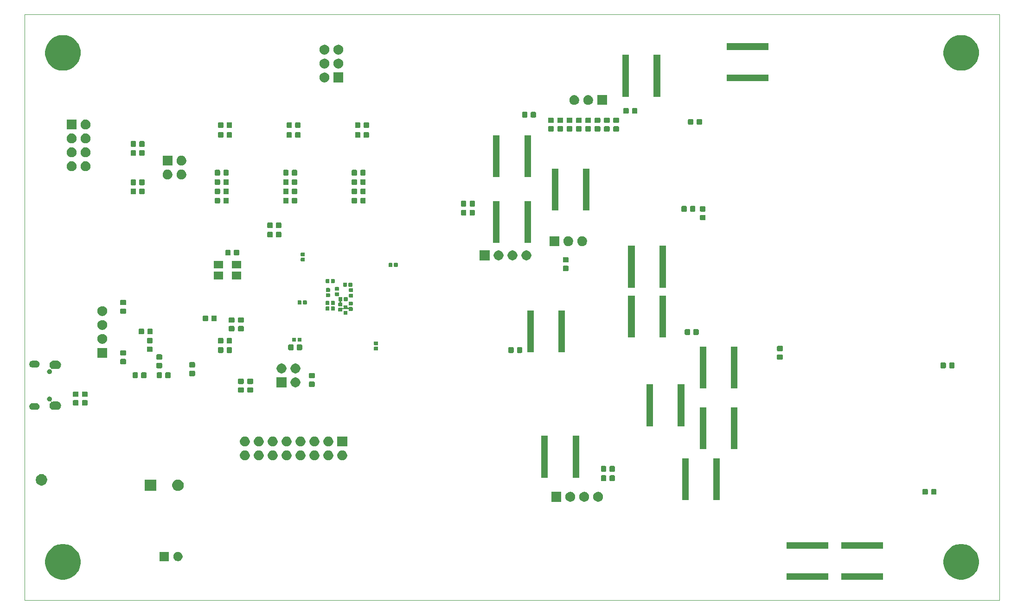
<source format=gbr>
G04 #@! TF.GenerationSoftware,KiCad,Pcbnew,5.1.5-52549c5~86~ubuntu18.04.1*
G04 #@! TF.CreationDate,2020-04-26T19:40:08-07:00*
G04 #@! TF.ProjectId,spla-board,73706c61-2d62-46f6-9172-642e6b696361,9*
G04 #@! TF.SameCoordinates,Original*
G04 #@! TF.FileFunction,Soldermask,Bot*
G04 #@! TF.FilePolarity,Negative*
%FSLAX46Y46*%
G04 Gerber Fmt 4.6, Leading zero omitted, Abs format (unit mm)*
G04 Created by KiCad (PCBNEW 5.1.5-52549c5~86~ubuntu18.04.1) date 2020-04-26 19:40:08*
%MOMM*%
%LPD*%
G04 APERTURE LIST*
%ADD10C,0.050000*%
%ADD11C,0.100000*%
G04 APERTURE END LIST*
D10*
X40000000Y-155000000D02*
X40000000Y-48000000D01*
X218000000Y-48000000D02*
X218000000Y-155000000D01*
X40000000Y-48000000D02*
X218000000Y-48000000D01*
X40000000Y-155000000D02*
X218000000Y-155000000D01*
D11*
G36*
X196751000Y-151301000D02*
G01*
X189099000Y-151301000D01*
X189099000Y-150099000D01*
X196751000Y-150099000D01*
X196751000Y-151301000D01*
G37*
G36*
X186751000Y-151301000D02*
G01*
X179099000Y-151301000D01*
X179099000Y-150099000D01*
X186751000Y-150099000D01*
X186751000Y-151301000D01*
G37*
G36*
X47634239Y-144811467D02*
G01*
X47948282Y-144873934D01*
X48539926Y-145119001D01*
X49072392Y-145474784D01*
X49525216Y-145927608D01*
X49880999Y-146460074D01*
X50126066Y-147051718D01*
X50251000Y-147679804D01*
X50251000Y-148320196D01*
X50126066Y-148948282D01*
X49880999Y-149539926D01*
X49525216Y-150072392D01*
X49072392Y-150525216D01*
X48539926Y-150880999D01*
X47948282Y-151126066D01*
X47634239Y-151188533D01*
X47320197Y-151251000D01*
X46679803Y-151251000D01*
X46365761Y-151188533D01*
X46051718Y-151126066D01*
X45460074Y-150880999D01*
X44927608Y-150525216D01*
X44474784Y-150072392D01*
X44119001Y-149539926D01*
X43873934Y-148948282D01*
X43749000Y-148320196D01*
X43749000Y-147679804D01*
X43873934Y-147051718D01*
X44119001Y-146460074D01*
X44474784Y-145927608D01*
X44927608Y-145474784D01*
X45460074Y-145119001D01*
X46051718Y-144873934D01*
X46365761Y-144811467D01*
X46679803Y-144749000D01*
X47320197Y-144749000D01*
X47634239Y-144811467D01*
G37*
G36*
X211634239Y-144811467D02*
G01*
X211948282Y-144873934D01*
X212539926Y-145119001D01*
X213072392Y-145474784D01*
X213525216Y-145927608D01*
X213880999Y-146460074D01*
X214126066Y-147051718D01*
X214251000Y-147679804D01*
X214251000Y-148320196D01*
X214126066Y-148948282D01*
X213880999Y-149539926D01*
X213525216Y-150072392D01*
X213072392Y-150525216D01*
X212539926Y-150880999D01*
X211948282Y-151126066D01*
X211634239Y-151188533D01*
X211320197Y-151251000D01*
X210679803Y-151251000D01*
X210365761Y-151188533D01*
X210051718Y-151126066D01*
X209460074Y-150880999D01*
X208927608Y-150525216D01*
X208474784Y-150072392D01*
X208119001Y-149539926D01*
X207873934Y-148948282D01*
X207749000Y-148320196D01*
X207749000Y-147679804D01*
X207873934Y-147051718D01*
X208119001Y-146460074D01*
X208474784Y-145927608D01*
X208927608Y-145474784D01*
X209460074Y-145119001D01*
X210051718Y-144873934D01*
X210365761Y-144811467D01*
X210679803Y-144749000D01*
X211320197Y-144749000D01*
X211634239Y-144811467D01*
G37*
G36*
X68248228Y-146181703D02*
G01*
X68403100Y-146245853D01*
X68542481Y-146338985D01*
X68661015Y-146457519D01*
X68754147Y-146596900D01*
X68818297Y-146751772D01*
X68851000Y-146916184D01*
X68851000Y-147083816D01*
X68818297Y-147248228D01*
X68754147Y-147403100D01*
X68661015Y-147542481D01*
X68542481Y-147661015D01*
X68403100Y-147754147D01*
X68248228Y-147818297D01*
X68083816Y-147851000D01*
X67916184Y-147851000D01*
X67751772Y-147818297D01*
X67596900Y-147754147D01*
X67457519Y-147661015D01*
X67338985Y-147542481D01*
X67245853Y-147403100D01*
X67181703Y-147248228D01*
X67149000Y-147083816D01*
X67149000Y-146916184D01*
X67181703Y-146751772D01*
X67245853Y-146596900D01*
X67338985Y-146457519D01*
X67457519Y-146338985D01*
X67596900Y-146245853D01*
X67751772Y-146181703D01*
X67916184Y-146149000D01*
X68083816Y-146149000D01*
X68248228Y-146181703D01*
G37*
G36*
X66351000Y-147851000D02*
G01*
X64649000Y-147851000D01*
X64649000Y-146149000D01*
X66351000Y-146149000D01*
X66351000Y-147851000D01*
G37*
G36*
X186751000Y-145601000D02*
G01*
X179099000Y-145601000D01*
X179099000Y-144399000D01*
X186751000Y-144399000D01*
X186751000Y-145601000D01*
G37*
G36*
X196751000Y-145601000D02*
G01*
X189099000Y-145601000D01*
X189099000Y-144399000D01*
X196751000Y-144399000D01*
X196751000Y-145601000D01*
G37*
G36*
X142293512Y-135203927D02*
G01*
X142442812Y-135233624D01*
X142606784Y-135301544D01*
X142754354Y-135400147D01*
X142879853Y-135525646D01*
X142978456Y-135673216D01*
X143046376Y-135837188D01*
X143081000Y-136011259D01*
X143081000Y-136188741D01*
X143046376Y-136362812D01*
X142978456Y-136526784D01*
X142879853Y-136674354D01*
X142754354Y-136799853D01*
X142606784Y-136898456D01*
X142442812Y-136966376D01*
X142293512Y-136996073D01*
X142268742Y-137001000D01*
X142091258Y-137001000D01*
X142066488Y-136996073D01*
X141917188Y-136966376D01*
X141753216Y-136898456D01*
X141605646Y-136799853D01*
X141480147Y-136674354D01*
X141381544Y-136526784D01*
X141313624Y-136362812D01*
X141279000Y-136188741D01*
X141279000Y-136011259D01*
X141313624Y-135837188D01*
X141381544Y-135673216D01*
X141480147Y-135525646D01*
X141605646Y-135400147D01*
X141753216Y-135301544D01*
X141917188Y-135233624D01*
X142066488Y-135203927D01*
X142091258Y-135199000D01*
X142268742Y-135199000D01*
X142293512Y-135203927D01*
G37*
G36*
X138001000Y-137001000D02*
G01*
X136199000Y-137001000D01*
X136199000Y-135199000D01*
X138001000Y-135199000D01*
X138001000Y-137001000D01*
G37*
G36*
X144833512Y-135203927D02*
G01*
X144982812Y-135233624D01*
X145146784Y-135301544D01*
X145294354Y-135400147D01*
X145419853Y-135525646D01*
X145518456Y-135673216D01*
X145586376Y-135837188D01*
X145621000Y-136011259D01*
X145621000Y-136188741D01*
X145586376Y-136362812D01*
X145518456Y-136526784D01*
X145419853Y-136674354D01*
X145294354Y-136799853D01*
X145146784Y-136898456D01*
X144982812Y-136966376D01*
X144833512Y-136996073D01*
X144808742Y-137001000D01*
X144631258Y-137001000D01*
X144606488Y-136996073D01*
X144457188Y-136966376D01*
X144293216Y-136898456D01*
X144145646Y-136799853D01*
X144020147Y-136674354D01*
X143921544Y-136526784D01*
X143853624Y-136362812D01*
X143819000Y-136188741D01*
X143819000Y-136011259D01*
X143853624Y-135837188D01*
X143921544Y-135673216D01*
X144020147Y-135525646D01*
X144145646Y-135400147D01*
X144293216Y-135301544D01*
X144457188Y-135233624D01*
X144606488Y-135203927D01*
X144631258Y-135199000D01*
X144808742Y-135199000D01*
X144833512Y-135203927D01*
G37*
G36*
X139753512Y-135203927D02*
G01*
X139902812Y-135233624D01*
X140066784Y-135301544D01*
X140214354Y-135400147D01*
X140339853Y-135525646D01*
X140438456Y-135673216D01*
X140506376Y-135837188D01*
X140541000Y-136011259D01*
X140541000Y-136188741D01*
X140506376Y-136362812D01*
X140438456Y-136526784D01*
X140339853Y-136674354D01*
X140214354Y-136799853D01*
X140066784Y-136898456D01*
X139902812Y-136966376D01*
X139753512Y-136996073D01*
X139728742Y-137001000D01*
X139551258Y-137001000D01*
X139526488Y-136996073D01*
X139377188Y-136966376D01*
X139213216Y-136898456D01*
X139065646Y-136799853D01*
X138940147Y-136674354D01*
X138841544Y-136526784D01*
X138773624Y-136362812D01*
X138739000Y-136188741D01*
X138739000Y-136011259D01*
X138773624Y-135837188D01*
X138841544Y-135673216D01*
X138940147Y-135525646D01*
X139065646Y-135400147D01*
X139213216Y-135301544D01*
X139377188Y-135233624D01*
X139526488Y-135203927D01*
X139551258Y-135199000D01*
X139728742Y-135199000D01*
X139753512Y-135203927D01*
G37*
G36*
X161251000Y-136726000D02*
G01*
X160049000Y-136726000D01*
X160049000Y-129074000D01*
X161251000Y-129074000D01*
X161251000Y-136726000D01*
G37*
G36*
X166951000Y-136726000D02*
G01*
X165749000Y-136726000D01*
X165749000Y-129074000D01*
X166951000Y-129074000D01*
X166951000Y-136726000D01*
G37*
G36*
X206329591Y-134678085D02*
G01*
X206363569Y-134688393D01*
X206394890Y-134705134D01*
X206422339Y-134727661D01*
X206444866Y-134755110D01*
X206461607Y-134786431D01*
X206471915Y-134820409D01*
X206476000Y-134861890D01*
X206476000Y-135538110D01*
X206471915Y-135579591D01*
X206461607Y-135613569D01*
X206444866Y-135644890D01*
X206422339Y-135672339D01*
X206394890Y-135694866D01*
X206363569Y-135711607D01*
X206329591Y-135721915D01*
X206288110Y-135726000D01*
X205686890Y-135726000D01*
X205645409Y-135721915D01*
X205611431Y-135711607D01*
X205580110Y-135694866D01*
X205552661Y-135672339D01*
X205530134Y-135644890D01*
X205513393Y-135613569D01*
X205503085Y-135579591D01*
X205499000Y-135538110D01*
X205499000Y-134861890D01*
X205503085Y-134820409D01*
X205513393Y-134786431D01*
X205530134Y-134755110D01*
X205552661Y-134727661D01*
X205580110Y-134705134D01*
X205611431Y-134688393D01*
X205645409Y-134678085D01*
X205686890Y-134674000D01*
X206288110Y-134674000D01*
X206329591Y-134678085D01*
G37*
G36*
X204754591Y-134678085D02*
G01*
X204788569Y-134688393D01*
X204819890Y-134705134D01*
X204847339Y-134727661D01*
X204869866Y-134755110D01*
X204886607Y-134786431D01*
X204896915Y-134820409D01*
X204901000Y-134861890D01*
X204901000Y-135538110D01*
X204896915Y-135579591D01*
X204886607Y-135613569D01*
X204869866Y-135644890D01*
X204847339Y-135672339D01*
X204819890Y-135694866D01*
X204788569Y-135711607D01*
X204754591Y-135721915D01*
X204713110Y-135726000D01*
X204111890Y-135726000D01*
X204070409Y-135721915D01*
X204036431Y-135711607D01*
X204005110Y-135694866D01*
X203977661Y-135672339D01*
X203955134Y-135644890D01*
X203938393Y-135613569D01*
X203928085Y-135579591D01*
X203924000Y-135538110D01*
X203924000Y-134861890D01*
X203928085Y-134820409D01*
X203938393Y-134786431D01*
X203955134Y-134755110D01*
X203977661Y-134727661D01*
X204005110Y-134705134D01*
X204036431Y-134688393D01*
X204070409Y-134678085D01*
X204111890Y-134674000D01*
X204713110Y-134674000D01*
X204754591Y-134678085D01*
G37*
G36*
X64051000Y-135051000D02*
G01*
X61949000Y-135051000D01*
X61949000Y-132949000D01*
X64051000Y-132949000D01*
X64051000Y-135051000D01*
G37*
G36*
X68306564Y-132989389D02*
G01*
X68497833Y-133068615D01*
X68497835Y-133068616D01*
X68669973Y-133183635D01*
X68816365Y-133330027D01*
X68928491Y-133497835D01*
X68931385Y-133502167D01*
X69010611Y-133693436D01*
X69051000Y-133896484D01*
X69051000Y-134103516D01*
X69010611Y-134306564D01*
X68931385Y-134497833D01*
X68931384Y-134497835D01*
X68816365Y-134669973D01*
X68669973Y-134816365D01*
X68497835Y-134931384D01*
X68497834Y-134931385D01*
X68497833Y-134931385D01*
X68306564Y-135010611D01*
X68103516Y-135051000D01*
X67896484Y-135051000D01*
X67693436Y-135010611D01*
X67502167Y-134931385D01*
X67502166Y-134931385D01*
X67502165Y-134931384D01*
X67330027Y-134816365D01*
X67183635Y-134669973D01*
X67068616Y-134497835D01*
X67068615Y-134497833D01*
X66989389Y-134306564D01*
X66949000Y-134103516D01*
X66949000Y-133896484D01*
X66989389Y-133693436D01*
X67068615Y-133502167D01*
X67071510Y-133497835D01*
X67183635Y-133330027D01*
X67330027Y-133183635D01*
X67502165Y-133068616D01*
X67502167Y-133068615D01*
X67693436Y-132989389D01*
X67896484Y-132949000D01*
X68103516Y-132949000D01*
X68306564Y-132989389D01*
G37*
G36*
X43406564Y-131989389D02*
G01*
X43597833Y-132068615D01*
X43597835Y-132068616D01*
X43680723Y-132124000D01*
X43769973Y-132183635D01*
X43916365Y-132330027D01*
X44031385Y-132502167D01*
X44110611Y-132693436D01*
X44151000Y-132896484D01*
X44151000Y-133103516D01*
X44110611Y-133306564D01*
X44031385Y-133497833D01*
X44031384Y-133497835D01*
X43916365Y-133669973D01*
X43769973Y-133816365D01*
X43597835Y-133931384D01*
X43597834Y-133931385D01*
X43597833Y-133931385D01*
X43406564Y-134010611D01*
X43203516Y-134051000D01*
X42996484Y-134051000D01*
X42793436Y-134010611D01*
X42602167Y-133931385D01*
X42602166Y-133931385D01*
X42602165Y-133931384D01*
X42430027Y-133816365D01*
X42283635Y-133669973D01*
X42168616Y-133497835D01*
X42168615Y-133497833D01*
X42089389Y-133306564D01*
X42049000Y-133103516D01*
X42049000Y-132896484D01*
X42089389Y-132693436D01*
X42168615Y-132502167D01*
X42283635Y-132330027D01*
X42430027Y-132183635D01*
X42519277Y-132124000D01*
X42602165Y-132068616D01*
X42602167Y-132068615D01*
X42793436Y-131989389D01*
X42996484Y-131949000D01*
X43203516Y-131949000D01*
X43406564Y-131989389D01*
G37*
G36*
X146054591Y-132178085D02*
G01*
X146088569Y-132188393D01*
X146119890Y-132205134D01*
X146147339Y-132227661D01*
X146169866Y-132255110D01*
X146186607Y-132286431D01*
X146196915Y-132320409D01*
X146201000Y-132361890D01*
X146201000Y-133038110D01*
X146196915Y-133079591D01*
X146186607Y-133113569D01*
X146169866Y-133144890D01*
X146147339Y-133172339D01*
X146119890Y-133194866D01*
X146088569Y-133211607D01*
X146054591Y-133221915D01*
X146013110Y-133226000D01*
X145411890Y-133226000D01*
X145370409Y-133221915D01*
X145336431Y-133211607D01*
X145305110Y-133194866D01*
X145277661Y-133172339D01*
X145255134Y-133144890D01*
X145238393Y-133113569D01*
X145228085Y-133079591D01*
X145224000Y-133038110D01*
X145224000Y-132361890D01*
X145228085Y-132320409D01*
X145238393Y-132286431D01*
X145255134Y-132255110D01*
X145277661Y-132227661D01*
X145305110Y-132205134D01*
X145336431Y-132188393D01*
X145370409Y-132178085D01*
X145411890Y-132174000D01*
X146013110Y-132174000D01*
X146054591Y-132178085D01*
G37*
G36*
X147629591Y-132178085D02*
G01*
X147663569Y-132188393D01*
X147694890Y-132205134D01*
X147722339Y-132227661D01*
X147744866Y-132255110D01*
X147761607Y-132286431D01*
X147771915Y-132320409D01*
X147776000Y-132361890D01*
X147776000Y-133038110D01*
X147771915Y-133079591D01*
X147761607Y-133113569D01*
X147744866Y-133144890D01*
X147722339Y-133172339D01*
X147694890Y-133194866D01*
X147663569Y-133211607D01*
X147629591Y-133221915D01*
X147588110Y-133226000D01*
X146986890Y-133226000D01*
X146945409Y-133221915D01*
X146911431Y-133211607D01*
X146880110Y-133194866D01*
X146852661Y-133172339D01*
X146830134Y-133144890D01*
X146813393Y-133113569D01*
X146803085Y-133079591D01*
X146799000Y-133038110D01*
X146799000Y-132361890D01*
X146803085Y-132320409D01*
X146813393Y-132286431D01*
X146830134Y-132255110D01*
X146852661Y-132227661D01*
X146880110Y-132205134D01*
X146911431Y-132188393D01*
X146945409Y-132178085D01*
X146986890Y-132174000D01*
X147588110Y-132174000D01*
X147629591Y-132178085D01*
G37*
G36*
X141251000Y-132626000D02*
G01*
X140049000Y-132626000D01*
X140049000Y-124974000D01*
X141251000Y-124974000D01*
X141251000Y-132626000D01*
G37*
G36*
X135551000Y-132626000D02*
G01*
X134349000Y-132626000D01*
X134349000Y-124974000D01*
X135551000Y-124974000D01*
X135551000Y-132626000D01*
G37*
G36*
X147629591Y-130478085D02*
G01*
X147663569Y-130488393D01*
X147694890Y-130505134D01*
X147722339Y-130527661D01*
X147744866Y-130555110D01*
X147761607Y-130586431D01*
X147771915Y-130620409D01*
X147776000Y-130661890D01*
X147776000Y-131338110D01*
X147771915Y-131379591D01*
X147761607Y-131413569D01*
X147744866Y-131444890D01*
X147722339Y-131472339D01*
X147694890Y-131494866D01*
X147663569Y-131511607D01*
X147629591Y-131521915D01*
X147588110Y-131526000D01*
X146986890Y-131526000D01*
X146945409Y-131521915D01*
X146911431Y-131511607D01*
X146880110Y-131494866D01*
X146852661Y-131472339D01*
X146830134Y-131444890D01*
X146813393Y-131413569D01*
X146803085Y-131379591D01*
X146799000Y-131338110D01*
X146799000Y-130661890D01*
X146803085Y-130620409D01*
X146813393Y-130586431D01*
X146830134Y-130555110D01*
X146852661Y-130527661D01*
X146880110Y-130505134D01*
X146911431Y-130488393D01*
X146945409Y-130478085D01*
X146986890Y-130474000D01*
X147588110Y-130474000D01*
X147629591Y-130478085D01*
G37*
G36*
X146054591Y-130478085D02*
G01*
X146088569Y-130488393D01*
X146119890Y-130505134D01*
X146147339Y-130527661D01*
X146169866Y-130555110D01*
X146186607Y-130586431D01*
X146196915Y-130620409D01*
X146201000Y-130661890D01*
X146201000Y-131338110D01*
X146196915Y-131379591D01*
X146186607Y-131413569D01*
X146169866Y-131444890D01*
X146147339Y-131472339D01*
X146119890Y-131494866D01*
X146088569Y-131511607D01*
X146054591Y-131521915D01*
X146013110Y-131526000D01*
X145411890Y-131526000D01*
X145370409Y-131521915D01*
X145336431Y-131511607D01*
X145305110Y-131494866D01*
X145277661Y-131472339D01*
X145255134Y-131444890D01*
X145238393Y-131413569D01*
X145228085Y-131379591D01*
X145224000Y-131338110D01*
X145224000Y-130661890D01*
X145228085Y-130620409D01*
X145238393Y-130586431D01*
X145255134Y-130555110D01*
X145277661Y-130527661D01*
X145305110Y-130505134D01*
X145336431Y-130488393D01*
X145370409Y-130478085D01*
X145411890Y-130474000D01*
X146013110Y-130474000D01*
X146054591Y-130478085D01*
G37*
G36*
X90493512Y-127643927D02*
G01*
X90642812Y-127673624D01*
X90806784Y-127741544D01*
X90954354Y-127840147D01*
X91079853Y-127965646D01*
X91178456Y-128113216D01*
X91246376Y-128277188D01*
X91281000Y-128451259D01*
X91281000Y-128628741D01*
X91246376Y-128802812D01*
X91178456Y-128966784D01*
X91079853Y-129114354D01*
X90954354Y-129239853D01*
X90806784Y-129338456D01*
X90642812Y-129406376D01*
X90493512Y-129436073D01*
X90468742Y-129441000D01*
X90291258Y-129441000D01*
X90266488Y-129436073D01*
X90117188Y-129406376D01*
X89953216Y-129338456D01*
X89805646Y-129239853D01*
X89680147Y-129114354D01*
X89581544Y-128966784D01*
X89513624Y-128802812D01*
X89479000Y-128628741D01*
X89479000Y-128451259D01*
X89513624Y-128277188D01*
X89581544Y-128113216D01*
X89680147Y-127965646D01*
X89805646Y-127840147D01*
X89953216Y-127741544D01*
X90117188Y-127673624D01*
X90266488Y-127643927D01*
X90291258Y-127639000D01*
X90468742Y-127639000D01*
X90493512Y-127643927D01*
G37*
G36*
X98113512Y-127643927D02*
G01*
X98262812Y-127673624D01*
X98426784Y-127741544D01*
X98574354Y-127840147D01*
X98699853Y-127965646D01*
X98798456Y-128113216D01*
X98866376Y-128277188D01*
X98901000Y-128451259D01*
X98901000Y-128628741D01*
X98866376Y-128802812D01*
X98798456Y-128966784D01*
X98699853Y-129114354D01*
X98574354Y-129239853D01*
X98426784Y-129338456D01*
X98262812Y-129406376D01*
X98113512Y-129436073D01*
X98088742Y-129441000D01*
X97911258Y-129441000D01*
X97886488Y-129436073D01*
X97737188Y-129406376D01*
X97573216Y-129338456D01*
X97425646Y-129239853D01*
X97300147Y-129114354D01*
X97201544Y-128966784D01*
X97133624Y-128802812D01*
X97099000Y-128628741D01*
X97099000Y-128451259D01*
X97133624Y-128277188D01*
X97201544Y-128113216D01*
X97300147Y-127965646D01*
X97425646Y-127840147D01*
X97573216Y-127741544D01*
X97737188Y-127673624D01*
X97886488Y-127643927D01*
X97911258Y-127639000D01*
X98088742Y-127639000D01*
X98113512Y-127643927D01*
G37*
G36*
X95573512Y-127643927D02*
G01*
X95722812Y-127673624D01*
X95886784Y-127741544D01*
X96034354Y-127840147D01*
X96159853Y-127965646D01*
X96258456Y-128113216D01*
X96326376Y-128277188D01*
X96361000Y-128451259D01*
X96361000Y-128628741D01*
X96326376Y-128802812D01*
X96258456Y-128966784D01*
X96159853Y-129114354D01*
X96034354Y-129239853D01*
X95886784Y-129338456D01*
X95722812Y-129406376D01*
X95573512Y-129436073D01*
X95548742Y-129441000D01*
X95371258Y-129441000D01*
X95346488Y-129436073D01*
X95197188Y-129406376D01*
X95033216Y-129338456D01*
X94885646Y-129239853D01*
X94760147Y-129114354D01*
X94661544Y-128966784D01*
X94593624Y-128802812D01*
X94559000Y-128628741D01*
X94559000Y-128451259D01*
X94593624Y-128277188D01*
X94661544Y-128113216D01*
X94760147Y-127965646D01*
X94885646Y-127840147D01*
X95033216Y-127741544D01*
X95197188Y-127673624D01*
X95346488Y-127643927D01*
X95371258Y-127639000D01*
X95548742Y-127639000D01*
X95573512Y-127643927D01*
G37*
G36*
X93033512Y-127643927D02*
G01*
X93182812Y-127673624D01*
X93346784Y-127741544D01*
X93494354Y-127840147D01*
X93619853Y-127965646D01*
X93718456Y-128113216D01*
X93786376Y-128277188D01*
X93821000Y-128451259D01*
X93821000Y-128628741D01*
X93786376Y-128802812D01*
X93718456Y-128966784D01*
X93619853Y-129114354D01*
X93494354Y-129239853D01*
X93346784Y-129338456D01*
X93182812Y-129406376D01*
X93033512Y-129436073D01*
X93008742Y-129441000D01*
X92831258Y-129441000D01*
X92806488Y-129436073D01*
X92657188Y-129406376D01*
X92493216Y-129338456D01*
X92345646Y-129239853D01*
X92220147Y-129114354D01*
X92121544Y-128966784D01*
X92053624Y-128802812D01*
X92019000Y-128628741D01*
X92019000Y-128451259D01*
X92053624Y-128277188D01*
X92121544Y-128113216D01*
X92220147Y-127965646D01*
X92345646Y-127840147D01*
X92493216Y-127741544D01*
X92657188Y-127673624D01*
X92806488Y-127643927D01*
X92831258Y-127639000D01*
X93008742Y-127639000D01*
X93033512Y-127643927D01*
G37*
G36*
X87953512Y-127643927D02*
G01*
X88102812Y-127673624D01*
X88266784Y-127741544D01*
X88414354Y-127840147D01*
X88539853Y-127965646D01*
X88638456Y-128113216D01*
X88706376Y-128277188D01*
X88741000Y-128451259D01*
X88741000Y-128628741D01*
X88706376Y-128802812D01*
X88638456Y-128966784D01*
X88539853Y-129114354D01*
X88414354Y-129239853D01*
X88266784Y-129338456D01*
X88102812Y-129406376D01*
X87953512Y-129436073D01*
X87928742Y-129441000D01*
X87751258Y-129441000D01*
X87726488Y-129436073D01*
X87577188Y-129406376D01*
X87413216Y-129338456D01*
X87265646Y-129239853D01*
X87140147Y-129114354D01*
X87041544Y-128966784D01*
X86973624Y-128802812D01*
X86939000Y-128628741D01*
X86939000Y-128451259D01*
X86973624Y-128277188D01*
X87041544Y-128113216D01*
X87140147Y-127965646D01*
X87265646Y-127840147D01*
X87413216Y-127741544D01*
X87577188Y-127673624D01*
X87726488Y-127643927D01*
X87751258Y-127639000D01*
X87928742Y-127639000D01*
X87953512Y-127643927D01*
G37*
G36*
X82873512Y-127643927D02*
G01*
X83022812Y-127673624D01*
X83186784Y-127741544D01*
X83334354Y-127840147D01*
X83459853Y-127965646D01*
X83558456Y-128113216D01*
X83626376Y-128277188D01*
X83661000Y-128451259D01*
X83661000Y-128628741D01*
X83626376Y-128802812D01*
X83558456Y-128966784D01*
X83459853Y-129114354D01*
X83334354Y-129239853D01*
X83186784Y-129338456D01*
X83022812Y-129406376D01*
X82873512Y-129436073D01*
X82848742Y-129441000D01*
X82671258Y-129441000D01*
X82646488Y-129436073D01*
X82497188Y-129406376D01*
X82333216Y-129338456D01*
X82185646Y-129239853D01*
X82060147Y-129114354D01*
X81961544Y-128966784D01*
X81893624Y-128802812D01*
X81859000Y-128628741D01*
X81859000Y-128451259D01*
X81893624Y-128277188D01*
X81961544Y-128113216D01*
X82060147Y-127965646D01*
X82185646Y-127840147D01*
X82333216Y-127741544D01*
X82497188Y-127673624D01*
X82646488Y-127643927D01*
X82671258Y-127639000D01*
X82848742Y-127639000D01*
X82873512Y-127643927D01*
G37*
G36*
X80333512Y-127643927D02*
G01*
X80482812Y-127673624D01*
X80646784Y-127741544D01*
X80794354Y-127840147D01*
X80919853Y-127965646D01*
X81018456Y-128113216D01*
X81086376Y-128277188D01*
X81121000Y-128451259D01*
X81121000Y-128628741D01*
X81086376Y-128802812D01*
X81018456Y-128966784D01*
X80919853Y-129114354D01*
X80794354Y-129239853D01*
X80646784Y-129338456D01*
X80482812Y-129406376D01*
X80333512Y-129436073D01*
X80308742Y-129441000D01*
X80131258Y-129441000D01*
X80106488Y-129436073D01*
X79957188Y-129406376D01*
X79793216Y-129338456D01*
X79645646Y-129239853D01*
X79520147Y-129114354D01*
X79421544Y-128966784D01*
X79353624Y-128802812D01*
X79319000Y-128628741D01*
X79319000Y-128451259D01*
X79353624Y-128277188D01*
X79421544Y-128113216D01*
X79520147Y-127965646D01*
X79645646Y-127840147D01*
X79793216Y-127741544D01*
X79957188Y-127673624D01*
X80106488Y-127643927D01*
X80131258Y-127639000D01*
X80308742Y-127639000D01*
X80333512Y-127643927D01*
G37*
G36*
X85413512Y-127643927D02*
G01*
X85562812Y-127673624D01*
X85726784Y-127741544D01*
X85874354Y-127840147D01*
X85999853Y-127965646D01*
X86098456Y-128113216D01*
X86166376Y-128277188D01*
X86201000Y-128451259D01*
X86201000Y-128628741D01*
X86166376Y-128802812D01*
X86098456Y-128966784D01*
X85999853Y-129114354D01*
X85874354Y-129239853D01*
X85726784Y-129338456D01*
X85562812Y-129406376D01*
X85413512Y-129436073D01*
X85388742Y-129441000D01*
X85211258Y-129441000D01*
X85186488Y-129436073D01*
X85037188Y-129406376D01*
X84873216Y-129338456D01*
X84725646Y-129239853D01*
X84600147Y-129114354D01*
X84501544Y-128966784D01*
X84433624Y-128802812D01*
X84399000Y-128628741D01*
X84399000Y-128451259D01*
X84433624Y-128277188D01*
X84501544Y-128113216D01*
X84600147Y-127965646D01*
X84725646Y-127840147D01*
X84873216Y-127741544D01*
X85037188Y-127673624D01*
X85186488Y-127643927D01*
X85211258Y-127639000D01*
X85388742Y-127639000D01*
X85413512Y-127643927D01*
G37*
G36*
X164451000Y-127426000D02*
G01*
X163249000Y-127426000D01*
X163249000Y-119774000D01*
X164451000Y-119774000D01*
X164451000Y-127426000D01*
G37*
G36*
X170151000Y-127426000D02*
G01*
X168949000Y-127426000D01*
X168949000Y-119774000D01*
X170151000Y-119774000D01*
X170151000Y-127426000D01*
G37*
G36*
X90493512Y-125103927D02*
G01*
X90642812Y-125133624D01*
X90806784Y-125201544D01*
X90954354Y-125300147D01*
X91079853Y-125425646D01*
X91178456Y-125573216D01*
X91246376Y-125737188D01*
X91281000Y-125911259D01*
X91281000Y-126088741D01*
X91246376Y-126262812D01*
X91178456Y-126426784D01*
X91079853Y-126574354D01*
X90954354Y-126699853D01*
X90806784Y-126798456D01*
X90642812Y-126866376D01*
X90493512Y-126896073D01*
X90468742Y-126901000D01*
X90291258Y-126901000D01*
X90266488Y-126896073D01*
X90117188Y-126866376D01*
X89953216Y-126798456D01*
X89805646Y-126699853D01*
X89680147Y-126574354D01*
X89581544Y-126426784D01*
X89513624Y-126262812D01*
X89479000Y-126088741D01*
X89479000Y-125911259D01*
X89513624Y-125737188D01*
X89581544Y-125573216D01*
X89680147Y-125425646D01*
X89805646Y-125300147D01*
X89953216Y-125201544D01*
X90117188Y-125133624D01*
X90266488Y-125103927D01*
X90291258Y-125099000D01*
X90468742Y-125099000D01*
X90493512Y-125103927D01*
G37*
G36*
X85413512Y-125103927D02*
G01*
X85562812Y-125133624D01*
X85726784Y-125201544D01*
X85874354Y-125300147D01*
X85999853Y-125425646D01*
X86098456Y-125573216D01*
X86166376Y-125737188D01*
X86201000Y-125911259D01*
X86201000Y-126088741D01*
X86166376Y-126262812D01*
X86098456Y-126426784D01*
X85999853Y-126574354D01*
X85874354Y-126699853D01*
X85726784Y-126798456D01*
X85562812Y-126866376D01*
X85413512Y-126896073D01*
X85388742Y-126901000D01*
X85211258Y-126901000D01*
X85186488Y-126896073D01*
X85037188Y-126866376D01*
X84873216Y-126798456D01*
X84725646Y-126699853D01*
X84600147Y-126574354D01*
X84501544Y-126426784D01*
X84433624Y-126262812D01*
X84399000Y-126088741D01*
X84399000Y-125911259D01*
X84433624Y-125737188D01*
X84501544Y-125573216D01*
X84600147Y-125425646D01*
X84725646Y-125300147D01*
X84873216Y-125201544D01*
X85037188Y-125133624D01*
X85186488Y-125103927D01*
X85211258Y-125099000D01*
X85388742Y-125099000D01*
X85413512Y-125103927D01*
G37*
G36*
X87953512Y-125103927D02*
G01*
X88102812Y-125133624D01*
X88266784Y-125201544D01*
X88414354Y-125300147D01*
X88539853Y-125425646D01*
X88638456Y-125573216D01*
X88706376Y-125737188D01*
X88741000Y-125911259D01*
X88741000Y-126088741D01*
X88706376Y-126262812D01*
X88638456Y-126426784D01*
X88539853Y-126574354D01*
X88414354Y-126699853D01*
X88266784Y-126798456D01*
X88102812Y-126866376D01*
X87953512Y-126896073D01*
X87928742Y-126901000D01*
X87751258Y-126901000D01*
X87726488Y-126896073D01*
X87577188Y-126866376D01*
X87413216Y-126798456D01*
X87265646Y-126699853D01*
X87140147Y-126574354D01*
X87041544Y-126426784D01*
X86973624Y-126262812D01*
X86939000Y-126088741D01*
X86939000Y-125911259D01*
X86973624Y-125737188D01*
X87041544Y-125573216D01*
X87140147Y-125425646D01*
X87265646Y-125300147D01*
X87413216Y-125201544D01*
X87577188Y-125133624D01*
X87726488Y-125103927D01*
X87751258Y-125099000D01*
X87928742Y-125099000D01*
X87953512Y-125103927D01*
G37*
G36*
X82873512Y-125103927D02*
G01*
X83022812Y-125133624D01*
X83186784Y-125201544D01*
X83334354Y-125300147D01*
X83459853Y-125425646D01*
X83558456Y-125573216D01*
X83626376Y-125737188D01*
X83661000Y-125911259D01*
X83661000Y-126088741D01*
X83626376Y-126262812D01*
X83558456Y-126426784D01*
X83459853Y-126574354D01*
X83334354Y-126699853D01*
X83186784Y-126798456D01*
X83022812Y-126866376D01*
X82873512Y-126896073D01*
X82848742Y-126901000D01*
X82671258Y-126901000D01*
X82646488Y-126896073D01*
X82497188Y-126866376D01*
X82333216Y-126798456D01*
X82185646Y-126699853D01*
X82060147Y-126574354D01*
X81961544Y-126426784D01*
X81893624Y-126262812D01*
X81859000Y-126088741D01*
X81859000Y-125911259D01*
X81893624Y-125737188D01*
X81961544Y-125573216D01*
X82060147Y-125425646D01*
X82185646Y-125300147D01*
X82333216Y-125201544D01*
X82497188Y-125133624D01*
X82646488Y-125103927D01*
X82671258Y-125099000D01*
X82848742Y-125099000D01*
X82873512Y-125103927D01*
G37*
G36*
X80333512Y-125103927D02*
G01*
X80482812Y-125133624D01*
X80646784Y-125201544D01*
X80794354Y-125300147D01*
X80919853Y-125425646D01*
X81018456Y-125573216D01*
X81086376Y-125737188D01*
X81121000Y-125911259D01*
X81121000Y-126088741D01*
X81086376Y-126262812D01*
X81018456Y-126426784D01*
X80919853Y-126574354D01*
X80794354Y-126699853D01*
X80646784Y-126798456D01*
X80482812Y-126866376D01*
X80333512Y-126896073D01*
X80308742Y-126901000D01*
X80131258Y-126901000D01*
X80106488Y-126896073D01*
X79957188Y-126866376D01*
X79793216Y-126798456D01*
X79645646Y-126699853D01*
X79520147Y-126574354D01*
X79421544Y-126426784D01*
X79353624Y-126262812D01*
X79319000Y-126088741D01*
X79319000Y-125911259D01*
X79353624Y-125737188D01*
X79421544Y-125573216D01*
X79520147Y-125425646D01*
X79645646Y-125300147D01*
X79793216Y-125201544D01*
X79957188Y-125133624D01*
X80106488Y-125103927D01*
X80131258Y-125099000D01*
X80308742Y-125099000D01*
X80333512Y-125103927D01*
G37*
G36*
X98901000Y-126901000D02*
G01*
X97099000Y-126901000D01*
X97099000Y-125099000D01*
X98901000Y-125099000D01*
X98901000Y-126901000D01*
G37*
G36*
X93033512Y-125103927D02*
G01*
X93182812Y-125133624D01*
X93346784Y-125201544D01*
X93494354Y-125300147D01*
X93619853Y-125425646D01*
X93718456Y-125573216D01*
X93786376Y-125737188D01*
X93821000Y-125911259D01*
X93821000Y-126088741D01*
X93786376Y-126262812D01*
X93718456Y-126426784D01*
X93619853Y-126574354D01*
X93494354Y-126699853D01*
X93346784Y-126798456D01*
X93182812Y-126866376D01*
X93033512Y-126896073D01*
X93008742Y-126901000D01*
X92831258Y-126901000D01*
X92806488Y-126896073D01*
X92657188Y-126866376D01*
X92493216Y-126798456D01*
X92345646Y-126699853D01*
X92220147Y-126574354D01*
X92121544Y-126426784D01*
X92053624Y-126262812D01*
X92019000Y-126088741D01*
X92019000Y-125911259D01*
X92053624Y-125737188D01*
X92121544Y-125573216D01*
X92220147Y-125425646D01*
X92345646Y-125300147D01*
X92493216Y-125201544D01*
X92657188Y-125133624D01*
X92806488Y-125103927D01*
X92831258Y-125099000D01*
X93008742Y-125099000D01*
X93033512Y-125103927D01*
G37*
G36*
X95573512Y-125103927D02*
G01*
X95722812Y-125133624D01*
X95886784Y-125201544D01*
X96034354Y-125300147D01*
X96159853Y-125425646D01*
X96258456Y-125573216D01*
X96326376Y-125737188D01*
X96361000Y-125911259D01*
X96361000Y-126088741D01*
X96326376Y-126262812D01*
X96258456Y-126426784D01*
X96159853Y-126574354D01*
X96034354Y-126699853D01*
X95886784Y-126798456D01*
X95722812Y-126866376D01*
X95573512Y-126896073D01*
X95548742Y-126901000D01*
X95371258Y-126901000D01*
X95346488Y-126896073D01*
X95197188Y-126866376D01*
X95033216Y-126798456D01*
X94885646Y-126699853D01*
X94760147Y-126574354D01*
X94661544Y-126426784D01*
X94593624Y-126262812D01*
X94559000Y-126088741D01*
X94559000Y-125911259D01*
X94593624Y-125737188D01*
X94661544Y-125573216D01*
X94760147Y-125425646D01*
X94885646Y-125300147D01*
X95033216Y-125201544D01*
X95197188Y-125133624D01*
X95346488Y-125103927D01*
X95371258Y-125099000D01*
X95548742Y-125099000D01*
X95573512Y-125103927D01*
G37*
G36*
X160451000Y-123226000D02*
G01*
X159249000Y-123226000D01*
X159249000Y-115574000D01*
X160451000Y-115574000D01*
X160451000Y-123226000D01*
G37*
G36*
X154751000Y-123226000D02*
G01*
X153549000Y-123226000D01*
X153549000Y-115574000D01*
X154751000Y-115574000D01*
X154751000Y-123226000D01*
G37*
G36*
X44691552Y-117791331D02*
G01*
X44773627Y-117825328D01*
X44773629Y-117825329D01*
X44786766Y-117834107D01*
X44847495Y-117874685D01*
X44910315Y-117937505D01*
X44959672Y-118011373D01*
X44993669Y-118093448D01*
X45011000Y-118180579D01*
X45011000Y-118269421D01*
X44993669Y-118356552D01*
X44959672Y-118438627D01*
X44959671Y-118438629D01*
X44951682Y-118450585D01*
X44910315Y-118512495D01*
X44894762Y-118528048D01*
X44879217Y-118546990D01*
X44867666Y-118568601D01*
X44860553Y-118592050D01*
X44858151Y-118616436D01*
X44860553Y-118640822D01*
X44867666Y-118664271D01*
X44879217Y-118685882D01*
X44894762Y-118704824D01*
X44913704Y-118720369D01*
X44935315Y-118731920D01*
X44958764Y-118739033D01*
X44983150Y-118741435D01*
X45007536Y-118739033D01*
X45030985Y-118731920D01*
X45034614Y-118730204D01*
X45036600Y-118729602D01*
X45036601Y-118729601D01*
X45080901Y-118716163D01*
X45182879Y-118685228D01*
X45296882Y-118674000D01*
X45923118Y-118674000D01*
X46037121Y-118685228D01*
X46183402Y-118729602D01*
X46318204Y-118801655D01*
X46318207Y-118801657D01*
X46318208Y-118801658D01*
X46403568Y-118871712D01*
X46436369Y-118898631D01*
X46533345Y-119016796D01*
X46605398Y-119151598D01*
X46649772Y-119297879D01*
X46664754Y-119450000D01*
X46649772Y-119602121D01*
X46605398Y-119748402D01*
X46533345Y-119883204D01*
X46533343Y-119883207D01*
X46533342Y-119883208D01*
X46457189Y-119976000D01*
X46436369Y-120001369D01*
X46318204Y-120098345D01*
X46183402Y-120170398D01*
X46037121Y-120214772D01*
X45923118Y-120226000D01*
X45296882Y-120226000D01*
X45182879Y-120214772D01*
X45036598Y-120170398D01*
X44901796Y-120098345D01*
X44783631Y-120001369D01*
X44762811Y-119976000D01*
X44686658Y-119883208D01*
X44686657Y-119883207D01*
X44686655Y-119883204D01*
X44614602Y-119748402D01*
X44570228Y-119602121D01*
X44555246Y-119450000D01*
X44570228Y-119297879D01*
X44614602Y-119151598D01*
X44686655Y-119016796D01*
X44783633Y-118898628D01*
X44816430Y-118871712D01*
X44833757Y-118854385D01*
X44847370Y-118834011D01*
X44856748Y-118811372D01*
X44861528Y-118787339D01*
X44861528Y-118762835D01*
X44856748Y-118738801D01*
X44847370Y-118716163D01*
X44833756Y-118695788D01*
X44816429Y-118678461D01*
X44796055Y-118664848D01*
X44773416Y-118655470D01*
X44749383Y-118650690D01*
X44724879Y-118650690D01*
X44700845Y-118655470D01*
X44692351Y-118658510D01*
X44604421Y-118676000D01*
X44515579Y-118676000D01*
X44428448Y-118658669D01*
X44346373Y-118624672D01*
X44346372Y-118624672D01*
X44346371Y-118624671D01*
X44272504Y-118575314D01*
X44209686Y-118512496D01*
X44193094Y-118487664D01*
X44168318Y-118450585D01*
X44160329Y-118438629D01*
X44160328Y-118438627D01*
X44126331Y-118356552D01*
X44109000Y-118269421D01*
X44109000Y-118180579D01*
X44126331Y-118093448D01*
X44160328Y-118011373D01*
X44209685Y-117937505D01*
X44272505Y-117874685D01*
X44333234Y-117834107D01*
X44346371Y-117825329D01*
X44346373Y-117825328D01*
X44428448Y-117791331D01*
X44515579Y-117774000D01*
X44604421Y-117774000D01*
X44691552Y-117791331D01*
G37*
G36*
X42257715Y-118983058D02*
G01*
X42353753Y-119012191D01*
X42368935Y-119016796D01*
X42375722Y-119018855D01*
X42484468Y-119076981D01*
X42579790Y-119155210D01*
X42658019Y-119250532D01*
X42716145Y-119359278D01*
X42751942Y-119477285D01*
X42764028Y-119600000D01*
X42751942Y-119722715D01*
X42716145Y-119840722D01*
X42658019Y-119949468D01*
X42579790Y-120044790D01*
X42484468Y-120123019D01*
X42375722Y-120181145D01*
X42257715Y-120216942D01*
X42165746Y-120226000D01*
X41454254Y-120226000D01*
X41362285Y-120216942D01*
X41244278Y-120181145D01*
X41135532Y-120123019D01*
X41040210Y-120044790D01*
X40961981Y-119949468D01*
X40903855Y-119840722D01*
X40868058Y-119722715D01*
X40855972Y-119600000D01*
X40868058Y-119477285D01*
X40903855Y-119359278D01*
X40961981Y-119250532D01*
X41040210Y-119155210D01*
X41135532Y-119076981D01*
X41244278Y-119018855D01*
X41251066Y-119016796D01*
X41266247Y-119012191D01*
X41362285Y-118983058D01*
X41454254Y-118974000D01*
X42165746Y-118974000D01*
X42257715Y-118983058D01*
G37*
G36*
X51379591Y-118450585D02*
G01*
X51413569Y-118460893D01*
X51444890Y-118477634D01*
X51472339Y-118500161D01*
X51494866Y-118527610D01*
X51511607Y-118558931D01*
X51521915Y-118592909D01*
X51526000Y-118634390D01*
X51526000Y-119235610D01*
X51521915Y-119277091D01*
X51511607Y-119311069D01*
X51494866Y-119342390D01*
X51472339Y-119369839D01*
X51444890Y-119392366D01*
X51413569Y-119409107D01*
X51379591Y-119419415D01*
X51338110Y-119423500D01*
X50661890Y-119423500D01*
X50620409Y-119419415D01*
X50586431Y-119409107D01*
X50555110Y-119392366D01*
X50527661Y-119369839D01*
X50505134Y-119342390D01*
X50488393Y-119311069D01*
X50478085Y-119277091D01*
X50474000Y-119235610D01*
X50474000Y-118634390D01*
X50478085Y-118592909D01*
X50488393Y-118558931D01*
X50505134Y-118527610D01*
X50527661Y-118500161D01*
X50555110Y-118477634D01*
X50586431Y-118460893D01*
X50620409Y-118450585D01*
X50661890Y-118446500D01*
X51338110Y-118446500D01*
X51379591Y-118450585D01*
G37*
G36*
X49727591Y-118450585D02*
G01*
X49761569Y-118460893D01*
X49792890Y-118477634D01*
X49820339Y-118500161D01*
X49842866Y-118527610D01*
X49859607Y-118558931D01*
X49869915Y-118592909D01*
X49874000Y-118634390D01*
X49874000Y-119235610D01*
X49869915Y-119277091D01*
X49859607Y-119311069D01*
X49842866Y-119342390D01*
X49820339Y-119369839D01*
X49792890Y-119392366D01*
X49761569Y-119409107D01*
X49727591Y-119419415D01*
X49686110Y-119423500D01*
X49009890Y-119423500D01*
X48968409Y-119419415D01*
X48934431Y-119409107D01*
X48903110Y-119392366D01*
X48875661Y-119369839D01*
X48853134Y-119342390D01*
X48836393Y-119311069D01*
X48826085Y-119277091D01*
X48822000Y-119235610D01*
X48822000Y-118634390D01*
X48826085Y-118592909D01*
X48836393Y-118558931D01*
X48853134Y-118527610D01*
X48875661Y-118500161D01*
X48903110Y-118477634D01*
X48934431Y-118460893D01*
X48968409Y-118450585D01*
X49009890Y-118446500D01*
X49686110Y-118446500D01*
X49727591Y-118450585D01*
G37*
G36*
X51379591Y-116875585D02*
G01*
X51413569Y-116885893D01*
X51444890Y-116902634D01*
X51472339Y-116925161D01*
X51494866Y-116952610D01*
X51511607Y-116983931D01*
X51521915Y-117017909D01*
X51526000Y-117059390D01*
X51526000Y-117660610D01*
X51521915Y-117702091D01*
X51511607Y-117736069D01*
X51494866Y-117767390D01*
X51472339Y-117794839D01*
X51444890Y-117817366D01*
X51413569Y-117834107D01*
X51379591Y-117844415D01*
X51338110Y-117848500D01*
X50661890Y-117848500D01*
X50620409Y-117844415D01*
X50586431Y-117834107D01*
X50555110Y-117817366D01*
X50527661Y-117794839D01*
X50505134Y-117767390D01*
X50488393Y-117736069D01*
X50478085Y-117702091D01*
X50474000Y-117660610D01*
X50474000Y-117059390D01*
X50478085Y-117017909D01*
X50488393Y-116983931D01*
X50505134Y-116952610D01*
X50527661Y-116925161D01*
X50555110Y-116902634D01*
X50586431Y-116885893D01*
X50620409Y-116875585D01*
X50661890Y-116871500D01*
X51338110Y-116871500D01*
X51379591Y-116875585D01*
G37*
G36*
X49727591Y-116875585D02*
G01*
X49761569Y-116885893D01*
X49792890Y-116902634D01*
X49820339Y-116925161D01*
X49842866Y-116952610D01*
X49859607Y-116983931D01*
X49869915Y-117017909D01*
X49874000Y-117059390D01*
X49874000Y-117660610D01*
X49869915Y-117702091D01*
X49859607Y-117736069D01*
X49842866Y-117767390D01*
X49820339Y-117794839D01*
X49792890Y-117817366D01*
X49761569Y-117834107D01*
X49727591Y-117844415D01*
X49686110Y-117848500D01*
X49009890Y-117848500D01*
X48968409Y-117844415D01*
X48934431Y-117834107D01*
X48903110Y-117817366D01*
X48875661Y-117794839D01*
X48853134Y-117767390D01*
X48836393Y-117736069D01*
X48826085Y-117702091D01*
X48822000Y-117660610D01*
X48822000Y-117059390D01*
X48826085Y-117017909D01*
X48836393Y-116983931D01*
X48853134Y-116952610D01*
X48875661Y-116925161D01*
X48903110Y-116902634D01*
X48934431Y-116885893D01*
X48968409Y-116875585D01*
X49009890Y-116871500D01*
X49686110Y-116871500D01*
X49727591Y-116875585D01*
G37*
G36*
X79879591Y-116103085D02*
G01*
X79913569Y-116113393D01*
X79944890Y-116130134D01*
X79972339Y-116152661D01*
X79994866Y-116180110D01*
X80011607Y-116211431D01*
X80021915Y-116245409D01*
X80026000Y-116286890D01*
X80026000Y-116888110D01*
X80021915Y-116929591D01*
X80011607Y-116963569D01*
X79994866Y-116994890D01*
X79972339Y-117022339D01*
X79944890Y-117044866D01*
X79913569Y-117061607D01*
X79879591Y-117071915D01*
X79838110Y-117076000D01*
X79161890Y-117076000D01*
X79120409Y-117071915D01*
X79086431Y-117061607D01*
X79055110Y-117044866D01*
X79027661Y-117022339D01*
X79005134Y-116994890D01*
X78988393Y-116963569D01*
X78978085Y-116929591D01*
X78974000Y-116888110D01*
X78974000Y-116286890D01*
X78978085Y-116245409D01*
X78988393Y-116211431D01*
X79005134Y-116180110D01*
X79027661Y-116152661D01*
X79055110Y-116130134D01*
X79086431Y-116113393D01*
X79120409Y-116103085D01*
X79161890Y-116099000D01*
X79838110Y-116099000D01*
X79879591Y-116103085D01*
G37*
G36*
X81579591Y-116103085D02*
G01*
X81613569Y-116113393D01*
X81644890Y-116130134D01*
X81672339Y-116152661D01*
X81694866Y-116180110D01*
X81711607Y-116211431D01*
X81721915Y-116245409D01*
X81726000Y-116286890D01*
X81726000Y-116888110D01*
X81721915Y-116929591D01*
X81711607Y-116963569D01*
X81694866Y-116994890D01*
X81672339Y-117022339D01*
X81644890Y-117044866D01*
X81613569Y-117061607D01*
X81579591Y-117071915D01*
X81538110Y-117076000D01*
X80861890Y-117076000D01*
X80820409Y-117071915D01*
X80786431Y-117061607D01*
X80755110Y-117044866D01*
X80727661Y-117022339D01*
X80705134Y-116994890D01*
X80688393Y-116963569D01*
X80678085Y-116929591D01*
X80674000Y-116888110D01*
X80674000Y-116286890D01*
X80678085Y-116245409D01*
X80688393Y-116211431D01*
X80705134Y-116180110D01*
X80727661Y-116152661D01*
X80755110Y-116130134D01*
X80786431Y-116113393D01*
X80820409Y-116103085D01*
X80861890Y-116099000D01*
X81538110Y-116099000D01*
X81579591Y-116103085D01*
G37*
G36*
X164451000Y-116326000D02*
G01*
X163249000Y-116326000D01*
X163249000Y-108674000D01*
X164451000Y-108674000D01*
X164451000Y-116326000D01*
G37*
G36*
X170151000Y-116326000D02*
G01*
X168949000Y-116326000D01*
X168949000Y-108674000D01*
X170151000Y-108674000D01*
X170151000Y-116326000D01*
G37*
G36*
X87811000Y-116101000D02*
G01*
X86009000Y-116101000D01*
X86009000Y-114299000D01*
X87811000Y-114299000D01*
X87811000Y-116101000D01*
G37*
G36*
X89544875Y-114300220D02*
G01*
X89712812Y-114333624D01*
X89876784Y-114401544D01*
X90024354Y-114500147D01*
X90149853Y-114625646D01*
X90248456Y-114773216D01*
X90316376Y-114937188D01*
X90351000Y-115111259D01*
X90351000Y-115288741D01*
X90316376Y-115462812D01*
X90248456Y-115626784D01*
X90149853Y-115774354D01*
X90024354Y-115899853D01*
X89876784Y-115998456D01*
X89712812Y-116066376D01*
X89563512Y-116096073D01*
X89538742Y-116101000D01*
X89361258Y-116101000D01*
X89336488Y-116096073D01*
X89187188Y-116066376D01*
X89023216Y-115998456D01*
X88875646Y-115899853D01*
X88750147Y-115774354D01*
X88651544Y-115626784D01*
X88583624Y-115462812D01*
X88549000Y-115288741D01*
X88549000Y-115111259D01*
X88583624Y-114937188D01*
X88651544Y-114773216D01*
X88750147Y-114625646D01*
X88875646Y-114500147D01*
X89023216Y-114401544D01*
X89187188Y-114333624D01*
X89355125Y-114300220D01*
X89361258Y-114299000D01*
X89538742Y-114299000D01*
X89544875Y-114300220D01*
G37*
G36*
X92829591Y-115053085D02*
G01*
X92863569Y-115063393D01*
X92894890Y-115080134D01*
X92922339Y-115102661D01*
X92944866Y-115130110D01*
X92961607Y-115161431D01*
X92971915Y-115195409D01*
X92976000Y-115236890D01*
X92976000Y-115838110D01*
X92971915Y-115879591D01*
X92961607Y-115913569D01*
X92944866Y-115944890D01*
X92922339Y-115972339D01*
X92894890Y-115994866D01*
X92863569Y-116011607D01*
X92829591Y-116021915D01*
X92788110Y-116026000D01*
X92111890Y-116026000D01*
X92070409Y-116021915D01*
X92036431Y-116011607D01*
X92005110Y-115994866D01*
X91977661Y-115972339D01*
X91955134Y-115944890D01*
X91938393Y-115913569D01*
X91928085Y-115879591D01*
X91924000Y-115838110D01*
X91924000Y-115236890D01*
X91928085Y-115195409D01*
X91938393Y-115161431D01*
X91955134Y-115130110D01*
X91977661Y-115102661D01*
X92005110Y-115080134D01*
X92036431Y-115063393D01*
X92070409Y-115053085D01*
X92111890Y-115049000D01*
X92788110Y-115049000D01*
X92829591Y-115053085D01*
G37*
G36*
X79879591Y-114528085D02*
G01*
X79913569Y-114538393D01*
X79944890Y-114555134D01*
X79972339Y-114577661D01*
X79994866Y-114605110D01*
X80011607Y-114636431D01*
X80021915Y-114670409D01*
X80026000Y-114711890D01*
X80026000Y-115313110D01*
X80021915Y-115354591D01*
X80011607Y-115388569D01*
X79994866Y-115419890D01*
X79972339Y-115447339D01*
X79944890Y-115469866D01*
X79913569Y-115486607D01*
X79879591Y-115496915D01*
X79838110Y-115501000D01*
X79161890Y-115501000D01*
X79120409Y-115496915D01*
X79086431Y-115486607D01*
X79055110Y-115469866D01*
X79027661Y-115447339D01*
X79005134Y-115419890D01*
X78988393Y-115388569D01*
X78978085Y-115354591D01*
X78974000Y-115313110D01*
X78974000Y-114711890D01*
X78978085Y-114670409D01*
X78988393Y-114636431D01*
X79005134Y-114605110D01*
X79027661Y-114577661D01*
X79055110Y-114555134D01*
X79086431Y-114538393D01*
X79120409Y-114528085D01*
X79161890Y-114524000D01*
X79838110Y-114524000D01*
X79879591Y-114528085D01*
G37*
G36*
X81579591Y-114528085D02*
G01*
X81613569Y-114538393D01*
X81644890Y-114555134D01*
X81672339Y-114577661D01*
X81694866Y-114605110D01*
X81711607Y-114636431D01*
X81721915Y-114670409D01*
X81726000Y-114711890D01*
X81726000Y-115313110D01*
X81721915Y-115354591D01*
X81711607Y-115388569D01*
X81694866Y-115419890D01*
X81672339Y-115447339D01*
X81644890Y-115469866D01*
X81613569Y-115486607D01*
X81579591Y-115496915D01*
X81538110Y-115501000D01*
X80861890Y-115501000D01*
X80820409Y-115496915D01*
X80786431Y-115486607D01*
X80755110Y-115469866D01*
X80727661Y-115447339D01*
X80705134Y-115419890D01*
X80688393Y-115388569D01*
X80678085Y-115354591D01*
X80674000Y-115313110D01*
X80674000Y-114711890D01*
X80678085Y-114670409D01*
X80688393Y-114636431D01*
X80705134Y-114605110D01*
X80727661Y-114577661D01*
X80755110Y-114555134D01*
X80786431Y-114538393D01*
X80820409Y-114528085D01*
X80861890Y-114524000D01*
X81538110Y-114524000D01*
X81579591Y-114528085D01*
G37*
G36*
X92829591Y-113478085D02*
G01*
X92863569Y-113488393D01*
X92894890Y-113505134D01*
X92922339Y-113527661D01*
X92944866Y-113555110D01*
X92961607Y-113586431D01*
X92971915Y-113620409D01*
X92976000Y-113661890D01*
X92976000Y-114263110D01*
X92971915Y-114304591D01*
X92961607Y-114338569D01*
X92944866Y-114369890D01*
X92922339Y-114397339D01*
X92894890Y-114419866D01*
X92863569Y-114436607D01*
X92829591Y-114446915D01*
X92788110Y-114451000D01*
X92111890Y-114451000D01*
X92070409Y-114446915D01*
X92036431Y-114436607D01*
X92005110Y-114419866D01*
X91977661Y-114397339D01*
X91955134Y-114369890D01*
X91938393Y-114338569D01*
X91928085Y-114304591D01*
X91924000Y-114263110D01*
X91924000Y-113661890D01*
X91928085Y-113620409D01*
X91938393Y-113586431D01*
X91955134Y-113555110D01*
X91977661Y-113527661D01*
X92005110Y-113505134D01*
X92036431Y-113488393D01*
X92070409Y-113478085D01*
X92111890Y-113474000D01*
X92788110Y-113474000D01*
X92829591Y-113478085D01*
G37*
G36*
X62129591Y-113378085D02*
G01*
X62163569Y-113388393D01*
X62194890Y-113405134D01*
X62222339Y-113427661D01*
X62244866Y-113455110D01*
X62261607Y-113486431D01*
X62271915Y-113520409D01*
X62276000Y-113561890D01*
X62276000Y-114238110D01*
X62271915Y-114279591D01*
X62261607Y-114313569D01*
X62244866Y-114344890D01*
X62222339Y-114372339D01*
X62194890Y-114394866D01*
X62163569Y-114411607D01*
X62129591Y-114421915D01*
X62088110Y-114426000D01*
X61486890Y-114426000D01*
X61445409Y-114421915D01*
X61411431Y-114411607D01*
X61380110Y-114394866D01*
X61352661Y-114372339D01*
X61330134Y-114344890D01*
X61313393Y-114313569D01*
X61303085Y-114279591D01*
X61299000Y-114238110D01*
X61299000Y-113561890D01*
X61303085Y-113520409D01*
X61313393Y-113486431D01*
X61330134Y-113455110D01*
X61352661Y-113427661D01*
X61380110Y-113405134D01*
X61411431Y-113388393D01*
X61445409Y-113378085D01*
X61486890Y-113374000D01*
X62088110Y-113374000D01*
X62129591Y-113378085D01*
G37*
G36*
X64954591Y-113378085D02*
G01*
X64988569Y-113388393D01*
X65019890Y-113405134D01*
X65047339Y-113427661D01*
X65069866Y-113455110D01*
X65086607Y-113486431D01*
X65096915Y-113520409D01*
X65101000Y-113561890D01*
X65101000Y-114238110D01*
X65096915Y-114279591D01*
X65086607Y-114313569D01*
X65069866Y-114344890D01*
X65047339Y-114372339D01*
X65019890Y-114394866D01*
X64988569Y-114411607D01*
X64954591Y-114421915D01*
X64913110Y-114426000D01*
X64311890Y-114426000D01*
X64270409Y-114421915D01*
X64236431Y-114411607D01*
X64205110Y-114394866D01*
X64177661Y-114372339D01*
X64155134Y-114344890D01*
X64138393Y-114313569D01*
X64128085Y-114279591D01*
X64124000Y-114238110D01*
X64124000Y-113561890D01*
X64128085Y-113520409D01*
X64138393Y-113486431D01*
X64155134Y-113455110D01*
X64177661Y-113427661D01*
X64205110Y-113405134D01*
X64236431Y-113388393D01*
X64270409Y-113378085D01*
X64311890Y-113374000D01*
X64913110Y-113374000D01*
X64954591Y-113378085D01*
G37*
G36*
X66529591Y-113378085D02*
G01*
X66563569Y-113388393D01*
X66594890Y-113405134D01*
X66622339Y-113427661D01*
X66644866Y-113455110D01*
X66661607Y-113486431D01*
X66671915Y-113520409D01*
X66676000Y-113561890D01*
X66676000Y-114238110D01*
X66671915Y-114279591D01*
X66661607Y-114313569D01*
X66644866Y-114344890D01*
X66622339Y-114372339D01*
X66594890Y-114394866D01*
X66563569Y-114411607D01*
X66529591Y-114421915D01*
X66488110Y-114426000D01*
X65886890Y-114426000D01*
X65845409Y-114421915D01*
X65811431Y-114411607D01*
X65780110Y-114394866D01*
X65752661Y-114372339D01*
X65730134Y-114344890D01*
X65713393Y-114313569D01*
X65703085Y-114279591D01*
X65699000Y-114238110D01*
X65699000Y-113561890D01*
X65703085Y-113520409D01*
X65713393Y-113486431D01*
X65730134Y-113455110D01*
X65752661Y-113427661D01*
X65780110Y-113405134D01*
X65811431Y-113388393D01*
X65845409Y-113378085D01*
X65886890Y-113374000D01*
X66488110Y-113374000D01*
X66529591Y-113378085D01*
G37*
G36*
X60554591Y-113378085D02*
G01*
X60588569Y-113388393D01*
X60619890Y-113405134D01*
X60647339Y-113427661D01*
X60669866Y-113455110D01*
X60686607Y-113486431D01*
X60696915Y-113520409D01*
X60701000Y-113561890D01*
X60701000Y-114238110D01*
X60696915Y-114279591D01*
X60686607Y-114313569D01*
X60669866Y-114344890D01*
X60647339Y-114372339D01*
X60619890Y-114394866D01*
X60588569Y-114411607D01*
X60554591Y-114421915D01*
X60513110Y-114426000D01*
X59911890Y-114426000D01*
X59870409Y-114421915D01*
X59836431Y-114411607D01*
X59805110Y-114394866D01*
X59777661Y-114372339D01*
X59755134Y-114344890D01*
X59738393Y-114313569D01*
X59728085Y-114279591D01*
X59724000Y-114238110D01*
X59724000Y-113561890D01*
X59728085Y-113520409D01*
X59738393Y-113486431D01*
X59755134Y-113455110D01*
X59777661Y-113427661D01*
X59805110Y-113405134D01*
X59836431Y-113388393D01*
X59870409Y-113378085D01*
X59911890Y-113374000D01*
X60513110Y-113374000D01*
X60554591Y-113378085D01*
G37*
G36*
X70979591Y-113090585D02*
G01*
X71013569Y-113100893D01*
X71044890Y-113117634D01*
X71072339Y-113140161D01*
X71094866Y-113167610D01*
X71111607Y-113198931D01*
X71121915Y-113232909D01*
X71126000Y-113274390D01*
X71126000Y-113875610D01*
X71121915Y-113917091D01*
X71111607Y-113951069D01*
X71094866Y-113982390D01*
X71072339Y-114009839D01*
X71044890Y-114032366D01*
X71013569Y-114049107D01*
X70979591Y-114059415D01*
X70938110Y-114063500D01*
X70261890Y-114063500D01*
X70220409Y-114059415D01*
X70186431Y-114049107D01*
X70155110Y-114032366D01*
X70127661Y-114009839D01*
X70105134Y-113982390D01*
X70088393Y-113951069D01*
X70078085Y-113917091D01*
X70074000Y-113875610D01*
X70074000Y-113274390D01*
X70078085Y-113232909D01*
X70088393Y-113198931D01*
X70105134Y-113167610D01*
X70127661Y-113140161D01*
X70155110Y-113117634D01*
X70186431Y-113100893D01*
X70220409Y-113090585D01*
X70261890Y-113086500D01*
X70938110Y-113086500D01*
X70979591Y-113090585D01*
G37*
G36*
X46037121Y-111235228D02*
G01*
X46183402Y-111279602D01*
X46318204Y-111351655D01*
X46318207Y-111351657D01*
X46318208Y-111351658D01*
X46436369Y-111448631D01*
X46478963Y-111500531D01*
X46533345Y-111566796D01*
X46605398Y-111701598D01*
X46605399Y-111701601D01*
X46607370Y-111708099D01*
X46649772Y-111847879D01*
X46664754Y-112000000D01*
X46649772Y-112152121D01*
X46605398Y-112298402D01*
X46533345Y-112433204D01*
X46533343Y-112433207D01*
X46533342Y-112433208D01*
X46436369Y-112551369D01*
X46344116Y-112627080D01*
X46318204Y-112648345D01*
X46183402Y-112720398D01*
X46037121Y-112764772D01*
X45923118Y-112776000D01*
X45296882Y-112776000D01*
X45182879Y-112764772D01*
X45030664Y-112718598D01*
X45019439Y-112713948D01*
X44995405Y-112709167D01*
X44970901Y-112709167D01*
X44946868Y-112713946D01*
X44924229Y-112723323D01*
X44903854Y-112736936D01*
X44886527Y-112754263D01*
X44872912Y-112774637D01*
X44863534Y-112797275D01*
X44858753Y-112821309D01*
X44858753Y-112845813D01*
X44863532Y-112869846D01*
X44872909Y-112892485D01*
X44886522Y-112912860D01*
X44894762Y-112921952D01*
X44910315Y-112937505D01*
X44959672Y-113011373D01*
X44993669Y-113093448D01*
X45011000Y-113180579D01*
X45011000Y-113269421D01*
X44993669Y-113356552D01*
X44964214Y-113427661D01*
X44959671Y-113438629D01*
X44946423Y-113458456D01*
X44910315Y-113512495D01*
X44847495Y-113575315D01*
X44810813Y-113599825D01*
X44773629Y-113624671D01*
X44773628Y-113624672D01*
X44773627Y-113624672D01*
X44691552Y-113658669D01*
X44604421Y-113676000D01*
X44515579Y-113676000D01*
X44428448Y-113658669D01*
X44346373Y-113624672D01*
X44346372Y-113624672D01*
X44346371Y-113624671D01*
X44309187Y-113599825D01*
X44272505Y-113575315D01*
X44209685Y-113512495D01*
X44173577Y-113458456D01*
X44160329Y-113438629D01*
X44155786Y-113427661D01*
X44126331Y-113356552D01*
X44109000Y-113269421D01*
X44109000Y-113180579D01*
X44126331Y-113093448D01*
X44160328Y-113011373D01*
X44209685Y-112937505D01*
X44272505Y-112874685D01*
X44315715Y-112845813D01*
X44346371Y-112825329D01*
X44356076Y-112821309D01*
X44428448Y-112791331D01*
X44515579Y-112774000D01*
X44604421Y-112774000D01*
X44693946Y-112791807D01*
X44712743Y-112797510D01*
X44737129Y-112799912D01*
X44761515Y-112797511D01*
X44784964Y-112790398D01*
X44806575Y-112778847D01*
X44825517Y-112763302D01*
X44841063Y-112744361D01*
X44852614Y-112722750D01*
X44859728Y-112699301D01*
X44862130Y-112674915D01*
X44859729Y-112650529D01*
X44852616Y-112627080D01*
X44841065Y-112605469D01*
X44825520Y-112586527D01*
X44816430Y-112578288D01*
X44783633Y-112551372D01*
X44686655Y-112433204D01*
X44614602Y-112298402D01*
X44570228Y-112152121D01*
X44555246Y-112000000D01*
X44570228Y-111847879D01*
X44612630Y-111708099D01*
X44614601Y-111701601D01*
X44614602Y-111701598D01*
X44686655Y-111566796D01*
X44741038Y-111500531D01*
X44783631Y-111448631D01*
X44901792Y-111351658D01*
X44901793Y-111351657D01*
X44901796Y-111351655D01*
X45036598Y-111279602D01*
X45182879Y-111235228D01*
X45296882Y-111224000D01*
X45923118Y-111224000D01*
X46037121Y-111235228D01*
G37*
G36*
X89563512Y-111763927D02*
G01*
X89712812Y-111793624D01*
X89876784Y-111861544D01*
X90024354Y-111960147D01*
X90149853Y-112085646D01*
X90248456Y-112233216D01*
X90316376Y-112397188D01*
X90351000Y-112571259D01*
X90351000Y-112748741D01*
X90316376Y-112922812D01*
X90248456Y-113086784D01*
X90149853Y-113234354D01*
X90024354Y-113359853D01*
X89876784Y-113458456D01*
X89712812Y-113526376D01*
X89568353Y-113555110D01*
X89538742Y-113561000D01*
X89361258Y-113561000D01*
X89331647Y-113555110D01*
X89187188Y-113526376D01*
X89023216Y-113458456D01*
X88875646Y-113359853D01*
X88750147Y-113234354D01*
X88651544Y-113086784D01*
X88583624Y-112922812D01*
X88549000Y-112748741D01*
X88549000Y-112571259D01*
X88583624Y-112397188D01*
X88651544Y-112233216D01*
X88750147Y-112085646D01*
X88875646Y-111960147D01*
X89023216Y-111861544D01*
X89187188Y-111793624D01*
X89336488Y-111763927D01*
X89361258Y-111759000D01*
X89538742Y-111759000D01*
X89563512Y-111763927D01*
G37*
G36*
X87023512Y-111763927D02*
G01*
X87172812Y-111793624D01*
X87336784Y-111861544D01*
X87484354Y-111960147D01*
X87609853Y-112085646D01*
X87708456Y-112233216D01*
X87776376Y-112397188D01*
X87811000Y-112571259D01*
X87811000Y-112748741D01*
X87776376Y-112922812D01*
X87708456Y-113086784D01*
X87609853Y-113234354D01*
X87484354Y-113359853D01*
X87336784Y-113458456D01*
X87172812Y-113526376D01*
X87028353Y-113555110D01*
X86998742Y-113561000D01*
X86821258Y-113561000D01*
X86791647Y-113555110D01*
X86647188Y-113526376D01*
X86483216Y-113458456D01*
X86335646Y-113359853D01*
X86210147Y-113234354D01*
X86111544Y-113086784D01*
X86043624Y-112922812D01*
X86009000Y-112748741D01*
X86009000Y-112571259D01*
X86043624Y-112397188D01*
X86111544Y-112233216D01*
X86210147Y-112085646D01*
X86335646Y-111960147D01*
X86483216Y-111861544D01*
X86647188Y-111793624D01*
X86796488Y-111763927D01*
X86821258Y-111759000D01*
X86998742Y-111759000D01*
X87023512Y-111763927D01*
G37*
G36*
X208054591Y-111578085D02*
G01*
X208088569Y-111588393D01*
X208119890Y-111605134D01*
X208147339Y-111627661D01*
X208169866Y-111655110D01*
X208186607Y-111686431D01*
X208196915Y-111720409D01*
X208201000Y-111761890D01*
X208201000Y-112438110D01*
X208196915Y-112479591D01*
X208186607Y-112513569D01*
X208169866Y-112544890D01*
X208147339Y-112572339D01*
X208119890Y-112594866D01*
X208088569Y-112611607D01*
X208054591Y-112621915D01*
X208013110Y-112626000D01*
X207411890Y-112626000D01*
X207370409Y-112621915D01*
X207336431Y-112611607D01*
X207305110Y-112594866D01*
X207277661Y-112572339D01*
X207255134Y-112544890D01*
X207238393Y-112513569D01*
X207228085Y-112479591D01*
X207224000Y-112438110D01*
X207224000Y-111761890D01*
X207228085Y-111720409D01*
X207238393Y-111686431D01*
X207255134Y-111655110D01*
X207277661Y-111627661D01*
X207305110Y-111605134D01*
X207336431Y-111588393D01*
X207370409Y-111578085D01*
X207411890Y-111574000D01*
X208013110Y-111574000D01*
X208054591Y-111578085D01*
G37*
G36*
X64979591Y-111653085D02*
G01*
X65013569Y-111663393D01*
X65044890Y-111680134D01*
X65072339Y-111702661D01*
X65094866Y-111730110D01*
X65111607Y-111761431D01*
X65121915Y-111795409D01*
X65126000Y-111836890D01*
X65126000Y-112438110D01*
X65121915Y-112479591D01*
X65111607Y-112513569D01*
X65094866Y-112544890D01*
X65072339Y-112572339D01*
X65044890Y-112594866D01*
X65013569Y-112611607D01*
X64979591Y-112621915D01*
X64938110Y-112626000D01*
X64261890Y-112626000D01*
X64220409Y-112621915D01*
X64186431Y-112611607D01*
X64155110Y-112594866D01*
X64127661Y-112572339D01*
X64105134Y-112544890D01*
X64088393Y-112513569D01*
X64078085Y-112479591D01*
X64074000Y-112438110D01*
X64074000Y-111836890D01*
X64078085Y-111795409D01*
X64088393Y-111761431D01*
X64105134Y-111730110D01*
X64127661Y-111702661D01*
X64155110Y-111680134D01*
X64186431Y-111663393D01*
X64220409Y-111653085D01*
X64261890Y-111649000D01*
X64938110Y-111649000D01*
X64979591Y-111653085D01*
G37*
G36*
X209629591Y-111578085D02*
G01*
X209663569Y-111588393D01*
X209694890Y-111605134D01*
X209722339Y-111627661D01*
X209744866Y-111655110D01*
X209761607Y-111686431D01*
X209771915Y-111720409D01*
X209776000Y-111761890D01*
X209776000Y-112438110D01*
X209771915Y-112479591D01*
X209761607Y-112513569D01*
X209744866Y-112544890D01*
X209722339Y-112572339D01*
X209694890Y-112594866D01*
X209663569Y-112611607D01*
X209629591Y-112621915D01*
X209588110Y-112626000D01*
X208986890Y-112626000D01*
X208945409Y-112621915D01*
X208911431Y-112611607D01*
X208880110Y-112594866D01*
X208852661Y-112572339D01*
X208830134Y-112544890D01*
X208813393Y-112513569D01*
X208803085Y-112479591D01*
X208799000Y-112438110D01*
X208799000Y-111761890D01*
X208803085Y-111720409D01*
X208813393Y-111686431D01*
X208830134Y-111655110D01*
X208852661Y-111627661D01*
X208880110Y-111605134D01*
X208911431Y-111588393D01*
X208945409Y-111578085D01*
X208986890Y-111574000D01*
X209588110Y-111574000D01*
X209629591Y-111578085D01*
G37*
G36*
X70979591Y-111515585D02*
G01*
X71013569Y-111525893D01*
X71044890Y-111542634D01*
X71072339Y-111565161D01*
X71094866Y-111592610D01*
X71111607Y-111623931D01*
X71121915Y-111657909D01*
X71126000Y-111699390D01*
X71126000Y-112300610D01*
X71121915Y-112342091D01*
X71111607Y-112376069D01*
X71094866Y-112407390D01*
X71072339Y-112434839D01*
X71044890Y-112457366D01*
X71013569Y-112474107D01*
X70979591Y-112484415D01*
X70938110Y-112488500D01*
X70261890Y-112488500D01*
X70220409Y-112484415D01*
X70186431Y-112474107D01*
X70155110Y-112457366D01*
X70127661Y-112434839D01*
X70105134Y-112407390D01*
X70088393Y-112376069D01*
X70078085Y-112342091D01*
X70074000Y-112300610D01*
X70074000Y-111699390D01*
X70078085Y-111657909D01*
X70088393Y-111623931D01*
X70105134Y-111592610D01*
X70127661Y-111565161D01*
X70155110Y-111542634D01*
X70186431Y-111525893D01*
X70220409Y-111515585D01*
X70261890Y-111511500D01*
X70938110Y-111511500D01*
X70979591Y-111515585D01*
G37*
G36*
X42257715Y-111233058D02*
G01*
X42375722Y-111268855D01*
X42484468Y-111326981D01*
X42579790Y-111405210D01*
X42658019Y-111500532D01*
X42716145Y-111609278D01*
X42716146Y-111609281D01*
X42719413Y-111620052D01*
X42751942Y-111727285D01*
X42764028Y-111850000D01*
X42751942Y-111972715D01*
X42751941Y-111972717D01*
X42717685Y-112085647D01*
X42716145Y-112090722D01*
X42658019Y-112199468D01*
X42579790Y-112294790D01*
X42484468Y-112373019D01*
X42375722Y-112431145D01*
X42375719Y-112431146D01*
X42368921Y-112433208D01*
X42257715Y-112466942D01*
X42165746Y-112476000D01*
X41454254Y-112476000D01*
X41362285Y-112466942D01*
X41251079Y-112433208D01*
X41244281Y-112431146D01*
X41244278Y-112431145D01*
X41135532Y-112373019D01*
X41040210Y-112294790D01*
X40961981Y-112199468D01*
X40903855Y-112090722D01*
X40902316Y-112085647D01*
X40868059Y-111972717D01*
X40868058Y-111972715D01*
X40855972Y-111850000D01*
X40868058Y-111727285D01*
X40900587Y-111620052D01*
X40903854Y-111609281D01*
X40903855Y-111609278D01*
X40961981Y-111500532D01*
X41040210Y-111405210D01*
X41135532Y-111326981D01*
X41244278Y-111268855D01*
X41362285Y-111233058D01*
X41454254Y-111224000D01*
X42165746Y-111224000D01*
X42257715Y-111233058D01*
G37*
G36*
X58379591Y-110903085D02*
G01*
X58413569Y-110913393D01*
X58444890Y-110930134D01*
X58472339Y-110952661D01*
X58494866Y-110980110D01*
X58511607Y-111011431D01*
X58521915Y-111045409D01*
X58526000Y-111086890D01*
X58526000Y-111688110D01*
X58521915Y-111729591D01*
X58511607Y-111763569D01*
X58494866Y-111794890D01*
X58472339Y-111822339D01*
X58444890Y-111844866D01*
X58413569Y-111861607D01*
X58379591Y-111871915D01*
X58338110Y-111876000D01*
X57661890Y-111876000D01*
X57620409Y-111871915D01*
X57586431Y-111861607D01*
X57555110Y-111844866D01*
X57527661Y-111822339D01*
X57505134Y-111794890D01*
X57488393Y-111763569D01*
X57478085Y-111729591D01*
X57474000Y-111688110D01*
X57474000Y-111086890D01*
X57478085Y-111045409D01*
X57488393Y-111011431D01*
X57505134Y-110980110D01*
X57527661Y-110952661D01*
X57555110Y-110930134D01*
X57586431Y-110913393D01*
X57620409Y-110903085D01*
X57661890Y-110899000D01*
X58338110Y-110899000D01*
X58379591Y-110903085D01*
G37*
G36*
X178279591Y-110103085D02*
G01*
X178313569Y-110113393D01*
X178344890Y-110130134D01*
X178372339Y-110152661D01*
X178394866Y-110180110D01*
X178411607Y-110211431D01*
X178421915Y-110245409D01*
X178426000Y-110286890D01*
X178426000Y-110888110D01*
X178421915Y-110929591D01*
X178411607Y-110963569D01*
X178394866Y-110994890D01*
X178372339Y-111022339D01*
X178344890Y-111044866D01*
X178313569Y-111061607D01*
X178279591Y-111071915D01*
X178238110Y-111076000D01*
X177561890Y-111076000D01*
X177520409Y-111071915D01*
X177486431Y-111061607D01*
X177455110Y-111044866D01*
X177427661Y-111022339D01*
X177405134Y-110994890D01*
X177388393Y-110963569D01*
X177378085Y-110929591D01*
X177374000Y-110888110D01*
X177374000Y-110286890D01*
X177378085Y-110245409D01*
X177388393Y-110211431D01*
X177405134Y-110180110D01*
X177427661Y-110152661D01*
X177455110Y-110130134D01*
X177486431Y-110113393D01*
X177520409Y-110103085D01*
X177561890Y-110099000D01*
X178238110Y-110099000D01*
X178279591Y-110103085D01*
G37*
G36*
X64979591Y-110078085D02*
G01*
X65013569Y-110088393D01*
X65044890Y-110105134D01*
X65072339Y-110127661D01*
X65094866Y-110155110D01*
X65111607Y-110186431D01*
X65121915Y-110220409D01*
X65126000Y-110261890D01*
X65126000Y-110863110D01*
X65121915Y-110904591D01*
X65111607Y-110938569D01*
X65094866Y-110969890D01*
X65072339Y-110997339D01*
X65044890Y-111019866D01*
X65013569Y-111036607D01*
X64979591Y-111046915D01*
X64938110Y-111051000D01*
X64261890Y-111051000D01*
X64220409Y-111046915D01*
X64186431Y-111036607D01*
X64155110Y-111019866D01*
X64127661Y-110997339D01*
X64105134Y-110969890D01*
X64088393Y-110938569D01*
X64078085Y-110904591D01*
X64074000Y-110863110D01*
X64074000Y-110261890D01*
X64078085Y-110220409D01*
X64088393Y-110186431D01*
X64105134Y-110155110D01*
X64127661Y-110127661D01*
X64155110Y-110105134D01*
X64186431Y-110088393D01*
X64220409Y-110078085D01*
X64261890Y-110074000D01*
X64938110Y-110074000D01*
X64979591Y-110078085D01*
G37*
G36*
X55101000Y-110701000D02*
G01*
X53299000Y-110701000D01*
X53299000Y-108899000D01*
X55101000Y-108899000D01*
X55101000Y-110701000D01*
G37*
G36*
X58379591Y-109328085D02*
G01*
X58413569Y-109338393D01*
X58444890Y-109355134D01*
X58472339Y-109377661D01*
X58494866Y-109405110D01*
X58511607Y-109436431D01*
X58521915Y-109470409D01*
X58526000Y-109511890D01*
X58526000Y-110113110D01*
X58521915Y-110154591D01*
X58511607Y-110188569D01*
X58494866Y-110219890D01*
X58472339Y-110247339D01*
X58444890Y-110269866D01*
X58413569Y-110286607D01*
X58379591Y-110296915D01*
X58338110Y-110301000D01*
X57661890Y-110301000D01*
X57620409Y-110296915D01*
X57586431Y-110286607D01*
X57555110Y-110269866D01*
X57527661Y-110247339D01*
X57505134Y-110219890D01*
X57488393Y-110188569D01*
X57478085Y-110154591D01*
X57474000Y-110113110D01*
X57474000Y-109511890D01*
X57478085Y-109470409D01*
X57488393Y-109436431D01*
X57505134Y-109405110D01*
X57527661Y-109377661D01*
X57555110Y-109355134D01*
X57586431Y-109338393D01*
X57620409Y-109328085D01*
X57661890Y-109324000D01*
X58338110Y-109324000D01*
X58379591Y-109328085D01*
G37*
G36*
X76154591Y-108778085D02*
G01*
X76188569Y-108788393D01*
X76219890Y-108805134D01*
X76247339Y-108827661D01*
X76269866Y-108855110D01*
X76286607Y-108886431D01*
X76296915Y-108920409D01*
X76301000Y-108961890D01*
X76301000Y-109638110D01*
X76296915Y-109679591D01*
X76286607Y-109713569D01*
X76269866Y-109744890D01*
X76247339Y-109772339D01*
X76219890Y-109794866D01*
X76188569Y-109811607D01*
X76154591Y-109821915D01*
X76113110Y-109826000D01*
X75511890Y-109826000D01*
X75470409Y-109821915D01*
X75436431Y-109811607D01*
X75405110Y-109794866D01*
X75377661Y-109772339D01*
X75355134Y-109744890D01*
X75338393Y-109713569D01*
X75328085Y-109679591D01*
X75324000Y-109638110D01*
X75324000Y-108961890D01*
X75328085Y-108920409D01*
X75338393Y-108886431D01*
X75355134Y-108855110D01*
X75377661Y-108827661D01*
X75405110Y-108805134D01*
X75436431Y-108788393D01*
X75470409Y-108778085D01*
X75511890Y-108774000D01*
X76113110Y-108774000D01*
X76154591Y-108778085D01*
G37*
G36*
X77729591Y-108778085D02*
G01*
X77763569Y-108788393D01*
X77794890Y-108805134D01*
X77822339Y-108827661D01*
X77844866Y-108855110D01*
X77861607Y-108886431D01*
X77871915Y-108920409D01*
X77876000Y-108961890D01*
X77876000Y-109638110D01*
X77871915Y-109679591D01*
X77861607Y-109713569D01*
X77844866Y-109744890D01*
X77822339Y-109772339D01*
X77794890Y-109794866D01*
X77763569Y-109811607D01*
X77729591Y-109821915D01*
X77688110Y-109826000D01*
X77086890Y-109826000D01*
X77045409Y-109821915D01*
X77011431Y-109811607D01*
X76980110Y-109794866D01*
X76952661Y-109772339D01*
X76930134Y-109744890D01*
X76913393Y-109713569D01*
X76903085Y-109679591D01*
X76899000Y-109638110D01*
X76899000Y-108961890D01*
X76903085Y-108920409D01*
X76913393Y-108886431D01*
X76930134Y-108855110D01*
X76952661Y-108827661D01*
X76980110Y-108805134D01*
X77011431Y-108788393D01*
X77045409Y-108778085D01*
X77086890Y-108774000D01*
X77688110Y-108774000D01*
X77729591Y-108778085D01*
G37*
G36*
X130729591Y-108778085D02*
G01*
X130763569Y-108788393D01*
X130794890Y-108805134D01*
X130822339Y-108827661D01*
X130844866Y-108855110D01*
X130861607Y-108886431D01*
X130871915Y-108920409D01*
X130876000Y-108961890D01*
X130876000Y-109638110D01*
X130871915Y-109679591D01*
X130861607Y-109713569D01*
X130844866Y-109744890D01*
X130822339Y-109772339D01*
X130794890Y-109794866D01*
X130763569Y-109811607D01*
X130729591Y-109821915D01*
X130688110Y-109826000D01*
X130086890Y-109826000D01*
X130045409Y-109821915D01*
X130011431Y-109811607D01*
X129980110Y-109794866D01*
X129952661Y-109772339D01*
X129930134Y-109744890D01*
X129913393Y-109713569D01*
X129903085Y-109679591D01*
X129899000Y-109638110D01*
X129899000Y-108961890D01*
X129903085Y-108920409D01*
X129913393Y-108886431D01*
X129930134Y-108855110D01*
X129952661Y-108827661D01*
X129980110Y-108805134D01*
X130011431Y-108788393D01*
X130045409Y-108778085D01*
X130086890Y-108774000D01*
X130688110Y-108774000D01*
X130729591Y-108778085D01*
G37*
G36*
X129154591Y-108778085D02*
G01*
X129188569Y-108788393D01*
X129219890Y-108805134D01*
X129247339Y-108827661D01*
X129269866Y-108855110D01*
X129286607Y-108886431D01*
X129296915Y-108920409D01*
X129301000Y-108961890D01*
X129301000Y-109638110D01*
X129296915Y-109679591D01*
X129286607Y-109713569D01*
X129269866Y-109744890D01*
X129247339Y-109772339D01*
X129219890Y-109794866D01*
X129188569Y-109811607D01*
X129154591Y-109821915D01*
X129113110Y-109826000D01*
X128511890Y-109826000D01*
X128470409Y-109821915D01*
X128436431Y-109811607D01*
X128405110Y-109794866D01*
X128377661Y-109772339D01*
X128355134Y-109744890D01*
X128338393Y-109713569D01*
X128328085Y-109679591D01*
X128324000Y-109638110D01*
X128324000Y-108961890D01*
X128328085Y-108920409D01*
X128338393Y-108886431D01*
X128355134Y-108855110D01*
X128377661Y-108827661D01*
X128405110Y-108805134D01*
X128436431Y-108788393D01*
X128470409Y-108778085D01*
X128511890Y-108774000D01*
X129113110Y-108774000D01*
X129154591Y-108778085D01*
G37*
G36*
X132951000Y-109726000D02*
G01*
X131749000Y-109726000D01*
X131749000Y-102074000D01*
X132951000Y-102074000D01*
X132951000Y-109726000D01*
G37*
G36*
X138651000Y-109726000D02*
G01*
X137449000Y-109726000D01*
X137449000Y-102074000D01*
X138651000Y-102074000D01*
X138651000Y-109726000D01*
G37*
G36*
X63229591Y-108653085D02*
G01*
X63263569Y-108663393D01*
X63294890Y-108680134D01*
X63322339Y-108702661D01*
X63344866Y-108730110D01*
X63361607Y-108761431D01*
X63371915Y-108795409D01*
X63376000Y-108836890D01*
X63376000Y-109438110D01*
X63371915Y-109479591D01*
X63361607Y-109513569D01*
X63344866Y-109544890D01*
X63322339Y-109572339D01*
X63294890Y-109594866D01*
X63263569Y-109611607D01*
X63229591Y-109621915D01*
X63188110Y-109626000D01*
X62511890Y-109626000D01*
X62470409Y-109621915D01*
X62436431Y-109611607D01*
X62405110Y-109594866D01*
X62377661Y-109572339D01*
X62355134Y-109544890D01*
X62338393Y-109513569D01*
X62328085Y-109479591D01*
X62324000Y-109438110D01*
X62324000Y-108836890D01*
X62328085Y-108795409D01*
X62338393Y-108761431D01*
X62355134Y-108730110D01*
X62377661Y-108702661D01*
X62405110Y-108680134D01*
X62436431Y-108663393D01*
X62470409Y-108653085D01*
X62511890Y-108649000D01*
X63188110Y-108649000D01*
X63229591Y-108653085D01*
G37*
G36*
X178279591Y-108528085D02*
G01*
X178313569Y-108538393D01*
X178344890Y-108555134D01*
X178372339Y-108577661D01*
X178394866Y-108605110D01*
X178411607Y-108636431D01*
X178421915Y-108670409D01*
X178426000Y-108711890D01*
X178426000Y-109313110D01*
X178421915Y-109354591D01*
X178411607Y-109388569D01*
X178394866Y-109419890D01*
X178372339Y-109447339D01*
X178344890Y-109469866D01*
X178313569Y-109486607D01*
X178279591Y-109496915D01*
X178238110Y-109501000D01*
X177561890Y-109501000D01*
X177520409Y-109496915D01*
X177486431Y-109486607D01*
X177455110Y-109469866D01*
X177427661Y-109447339D01*
X177405134Y-109419890D01*
X177388393Y-109388569D01*
X177378085Y-109354591D01*
X177374000Y-109313110D01*
X177374000Y-108711890D01*
X177378085Y-108670409D01*
X177388393Y-108636431D01*
X177405134Y-108605110D01*
X177427661Y-108577661D01*
X177455110Y-108555134D01*
X177486431Y-108538393D01*
X177520409Y-108528085D01*
X177561890Y-108524000D01*
X178238110Y-108524000D01*
X178279591Y-108528085D01*
G37*
G36*
X104431938Y-108691716D02*
G01*
X104452557Y-108697971D01*
X104471553Y-108708124D01*
X104488208Y-108721792D01*
X104501876Y-108738447D01*
X104512029Y-108757443D01*
X104518284Y-108778062D01*
X104521000Y-108805640D01*
X104521000Y-109264360D01*
X104518284Y-109291938D01*
X104512029Y-109312557D01*
X104501876Y-109331553D01*
X104488208Y-109348208D01*
X104471553Y-109361876D01*
X104452557Y-109372029D01*
X104431938Y-109378284D01*
X104404360Y-109381000D01*
X103895640Y-109381000D01*
X103868062Y-109378284D01*
X103847443Y-109372029D01*
X103828447Y-109361876D01*
X103811792Y-109348208D01*
X103798124Y-109331553D01*
X103787971Y-109312557D01*
X103781716Y-109291938D01*
X103779000Y-109264360D01*
X103779000Y-108805640D01*
X103781716Y-108778062D01*
X103787971Y-108757443D01*
X103798124Y-108738447D01*
X103811792Y-108721792D01*
X103828447Y-108708124D01*
X103847443Y-108697971D01*
X103868062Y-108691716D01*
X103895640Y-108689000D01*
X104404360Y-108689000D01*
X104431938Y-108691716D01*
G37*
G36*
X90542091Y-108278085D02*
G01*
X90576069Y-108288393D01*
X90607390Y-108305134D01*
X90634839Y-108327661D01*
X90657366Y-108355110D01*
X90674107Y-108386431D01*
X90684415Y-108420409D01*
X90688500Y-108461890D01*
X90688500Y-109138110D01*
X90684415Y-109179591D01*
X90674107Y-109213569D01*
X90657366Y-109244890D01*
X90634839Y-109272339D01*
X90607390Y-109294866D01*
X90576069Y-109311607D01*
X90542091Y-109321915D01*
X90500610Y-109326000D01*
X89899390Y-109326000D01*
X89857909Y-109321915D01*
X89823931Y-109311607D01*
X89792610Y-109294866D01*
X89765161Y-109272339D01*
X89742634Y-109244890D01*
X89725893Y-109213569D01*
X89715585Y-109179591D01*
X89711500Y-109138110D01*
X89711500Y-108461890D01*
X89715585Y-108420409D01*
X89725893Y-108386431D01*
X89742634Y-108355110D01*
X89765161Y-108327661D01*
X89792610Y-108305134D01*
X89823931Y-108288393D01*
X89857909Y-108278085D01*
X89899390Y-108274000D01*
X90500610Y-108274000D01*
X90542091Y-108278085D01*
G37*
G36*
X88967091Y-108278085D02*
G01*
X89001069Y-108288393D01*
X89032390Y-108305134D01*
X89059839Y-108327661D01*
X89082366Y-108355110D01*
X89099107Y-108386431D01*
X89109415Y-108420409D01*
X89113500Y-108461890D01*
X89113500Y-109138110D01*
X89109415Y-109179591D01*
X89099107Y-109213569D01*
X89082366Y-109244890D01*
X89059839Y-109272339D01*
X89032390Y-109294866D01*
X89001069Y-109311607D01*
X88967091Y-109321915D01*
X88925610Y-109326000D01*
X88324390Y-109326000D01*
X88282909Y-109321915D01*
X88248931Y-109311607D01*
X88217610Y-109294866D01*
X88190161Y-109272339D01*
X88167634Y-109244890D01*
X88150893Y-109213569D01*
X88140585Y-109179591D01*
X88136500Y-109138110D01*
X88136500Y-108461890D01*
X88140585Y-108420409D01*
X88150893Y-108386431D01*
X88167634Y-108355110D01*
X88190161Y-108327661D01*
X88217610Y-108305134D01*
X88248931Y-108288393D01*
X88282909Y-108278085D01*
X88324390Y-108274000D01*
X88925610Y-108274000D01*
X88967091Y-108278085D01*
G37*
G36*
X104431938Y-107721716D02*
G01*
X104452557Y-107727971D01*
X104471553Y-107738124D01*
X104488208Y-107751792D01*
X104501876Y-107768447D01*
X104512029Y-107787443D01*
X104518284Y-107808062D01*
X104521000Y-107835640D01*
X104521000Y-108294360D01*
X104518284Y-108321938D01*
X104512029Y-108342557D01*
X104501876Y-108361553D01*
X104488208Y-108378208D01*
X104471553Y-108391876D01*
X104452557Y-108402029D01*
X104431938Y-108408284D01*
X104404360Y-108411000D01*
X103895640Y-108411000D01*
X103868062Y-108408284D01*
X103847443Y-108402029D01*
X103828447Y-108391876D01*
X103811792Y-108378208D01*
X103798124Y-108361553D01*
X103787971Y-108342557D01*
X103781716Y-108321938D01*
X103779000Y-108294360D01*
X103779000Y-107835640D01*
X103781716Y-107808062D01*
X103787971Y-107787443D01*
X103798124Y-107768447D01*
X103811792Y-107751792D01*
X103828447Y-107738124D01*
X103847443Y-107727971D01*
X103868062Y-107721716D01*
X103895640Y-107719000D01*
X104404360Y-107719000D01*
X104431938Y-107721716D01*
G37*
G36*
X54313512Y-106363927D02*
G01*
X54462812Y-106393624D01*
X54626784Y-106461544D01*
X54774354Y-106560147D01*
X54899853Y-106685646D01*
X54998456Y-106833216D01*
X55066376Y-106997188D01*
X55101000Y-107171259D01*
X55101000Y-107348741D01*
X55066376Y-107522812D01*
X54998456Y-107686784D01*
X54899853Y-107834354D01*
X54774354Y-107959853D01*
X54626784Y-108058456D01*
X54462812Y-108126376D01*
X54313512Y-108156073D01*
X54288742Y-108161000D01*
X54111258Y-108161000D01*
X54086488Y-108156073D01*
X53937188Y-108126376D01*
X53773216Y-108058456D01*
X53625646Y-107959853D01*
X53500147Y-107834354D01*
X53401544Y-107686784D01*
X53333624Y-107522812D01*
X53299000Y-107348741D01*
X53299000Y-107171259D01*
X53333624Y-106997188D01*
X53401544Y-106833216D01*
X53500147Y-106685646D01*
X53625646Y-106560147D01*
X53773216Y-106461544D01*
X53937188Y-106393624D01*
X54086488Y-106363927D01*
X54111258Y-106359000D01*
X54288742Y-106359000D01*
X54313512Y-106363927D01*
G37*
G36*
X76154591Y-107078085D02*
G01*
X76188569Y-107088393D01*
X76219890Y-107105134D01*
X76247339Y-107127661D01*
X76269866Y-107155110D01*
X76286607Y-107186431D01*
X76296915Y-107220409D01*
X76301000Y-107261890D01*
X76301000Y-107938110D01*
X76296915Y-107979591D01*
X76286607Y-108013569D01*
X76269866Y-108044890D01*
X76247339Y-108072339D01*
X76219890Y-108094866D01*
X76188569Y-108111607D01*
X76154591Y-108121915D01*
X76113110Y-108126000D01*
X75511890Y-108126000D01*
X75470409Y-108121915D01*
X75436431Y-108111607D01*
X75405110Y-108094866D01*
X75377661Y-108072339D01*
X75355134Y-108044890D01*
X75338393Y-108013569D01*
X75328085Y-107979591D01*
X75324000Y-107938110D01*
X75324000Y-107261890D01*
X75328085Y-107220409D01*
X75338393Y-107186431D01*
X75355134Y-107155110D01*
X75377661Y-107127661D01*
X75405110Y-107105134D01*
X75436431Y-107088393D01*
X75470409Y-107078085D01*
X75511890Y-107074000D01*
X76113110Y-107074000D01*
X76154591Y-107078085D01*
G37*
G36*
X77729591Y-107078085D02*
G01*
X77763569Y-107088393D01*
X77794890Y-107105134D01*
X77822339Y-107127661D01*
X77844866Y-107155110D01*
X77861607Y-107186431D01*
X77871915Y-107220409D01*
X77876000Y-107261890D01*
X77876000Y-107938110D01*
X77871915Y-107979591D01*
X77861607Y-108013569D01*
X77844866Y-108044890D01*
X77822339Y-108072339D01*
X77794890Y-108094866D01*
X77763569Y-108111607D01*
X77729591Y-108121915D01*
X77688110Y-108126000D01*
X77086890Y-108126000D01*
X77045409Y-108121915D01*
X77011431Y-108111607D01*
X76980110Y-108094866D01*
X76952661Y-108072339D01*
X76930134Y-108044890D01*
X76913393Y-108013569D01*
X76903085Y-107979591D01*
X76899000Y-107938110D01*
X76899000Y-107261890D01*
X76903085Y-107220409D01*
X76913393Y-107186431D01*
X76930134Y-107155110D01*
X76952661Y-107127661D01*
X76980110Y-107105134D01*
X77011431Y-107088393D01*
X77045409Y-107078085D01*
X77086890Y-107074000D01*
X77688110Y-107074000D01*
X77729591Y-107078085D01*
G37*
G36*
X63229591Y-107078085D02*
G01*
X63263569Y-107088393D01*
X63294890Y-107105134D01*
X63322339Y-107127661D01*
X63344866Y-107155110D01*
X63361607Y-107186431D01*
X63371915Y-107220409D01*
X63376000Y-107261890D01*
X63376000Y-107863110D01*
X63371915Y-107904591D01*
X63361607Y-107938569D01*
X63344866Y-107969890D01*
X63322339Y-107997339D01*
X63294890Y-108019866D01*
X63263569Y-108036607D01*
X63229591Y-108046915D01*
X63188110Y-108051000D01*
X62511890Y-108051000D01*
X62470409Y-108046915D01*
X62436431Y-108036607D01*
X62405110Y-108019866D01*
X62377661Y-107997339D01*
X62355134Y-107969890D01*
X62338393Y-107938569D01*
X62328085Y-107904591D01*
X62324000Y-107863110D01*
X62324000Y-107261890D01*
X62328085Y-107220409D01*
X62338393Y-107186431D01*
X62355134Y-107155110D01*
X62377661Y-107127661D01*
X62405110Y-107105134D01*
X62436431Y-107088393D01*
X62470409Y-107078085D01*
X62511890Y-107074000D01*
X63188110Y-107074000D01*
X63229591Y-107078085D01*
G37*
G36*
X90456938Y-107031716D02*
G01*
X90477557Y-107037971D01*
X90496553Y-107048124D01*
X90513208Y-107061792D01*
X90526876Y-107078447D01*
X90537029Y-107097443D01*
X90543284Y-107118062D01*
X90546000Y-107145640D01*
X90546000Y-107654360D01*
X90543284Y-107681938D01*
X90537029Y-107702557D01*
X90526876Y-107721553D01*
X90513208Y-107738208D01*
X90496553Y-107751876D01*
X90477557Y-107762029D01*
X90456938Y-107768284D01*
X90429360Y-107771000D01*
X89970640Y-107771000D01*
X89943062Y-107768284D01*
X89922443Y-107762029D01*
X89903447Y-107751876D01*
X89886792Y-107738208D01*
X89873124Y-107721553D01*
X89862971Y-107702557D01*
X89856716Y-107681938D01*
X89854000Y-107654360D01*
X89854000Y-107145640D01*
X89856716Y-107118062D01*
X89862971Y-107097443D01*
X89873124Y-107078447D01*
X89886792Y-107061792D01*
X89903447Y-107048124D01*
X89922443Y-107037971D01*
X89943062Y-107031716D01*
X89970640Y-107029000D01*
X90429360Y-107029000D01*
X90456938Y-107031716D01*
G37*
G36*
X89486938Y-107031716D02*
G01*
X89507557Y-107037971D01*
X89526553Y-107048124D01*
X89543208Y-107061792D01*
X89556876Y-107078447D01*
X89567029Y-107097443D01*
X89573284Y-107118062D01*
X89576000Y-107145640D01*
X89576000Y-107654360D01*
X89573284Y-107681938D01*
X89567029Y-107702557D01*
X89556876Y-107721553D01*
X89543208Y-107738208D01*
X89526553Y-107751876D01*
X89507557Y-107762029D01*
X89486938Y-107768284D01*
X89459360Y-107771000D01*
X89000640Y-107771000D01*
X88973062Y-107768284D01*
X88952443Y-107762029D01*
X88933447Y-107751876D01*
X88916792Y-107738208D01*
X88903124Y-107721553D01*
X88892971Y-107702557D01*
X88886716Y-107681938D01*
X88884000Y-107654360D01*
X88884000Y-107145640D01*
X88886716Y-107118062D01*
X88892971Y-107097443D01*
X88903124Y-107078447D01*
X88916792Y-107061792D01*
X88933447Y-107048124D01*
X88952443Y-107037971D01*
X88973062Y-107031716D01*
X89000640Y-107029000D01*
X89459360Y-107029000D01*
X89486938Y-107031716D01*
G37*
G36*
X157101000Y-107001000D02*
G01*
X155899000Y-107001000D01*
X155899000Y-99349000D01*
X157101000Y-99349000D01*
X157101000Y-107001000D01*
G37*
G36*
X151401000Y-107001000D02*
G01*
X150199000Y-107001000D01*
X150199000Y-99349000D01*
X151401000Y-99349000D01*
X151401000Y-107001000D01*
G37*
G36*
X162929591Y-105478085D02*
G01*
X162963569Y-105488393D01*
X162994890Y-105505134D01*
X163022339Y-105527661D01*
X163044866Y-105555110D01*
X163061607Y-105586431D01*
X163071915Y-105620409D01*
X163076000Y-105661890D01*
X163076000Y-106338110D01*
X163071915Y-106379591D01*
X163061607Y-106413569D01*
X163044866Y-106444890D01*
X163022339Y-106472339D01*
X162994890Y-106494866D01*
X162963569Y-106511607D01*
X162929591Y-106521915D01*
X162888110Y-106526000D01*
X162286890Y-106526000D01*
X162245409Y-106521915D01*
X162211431Y-106511607D01*
X162180110Y-106494866D01*
X162152661Y-106472339D01*
X162130134Y-106444890D01*
X162113393Y-106413569D01*
X162103085Y-106379591D01*
X162099000Y-106338110D01*
X162099000Y-105661890D01*
X162103085Y-105620409D01*
X162113393Y-105586431D01*
X162130134Y-105555110D01*
X162152661Y-105527661D01*
X162180110Y-105505134D01*
X162211431Y-105488393D01*
X162245409Y-105478085D01*
X162286890Y-105474000D01*
X162888110Y-105474000D01*
X162929591Y-105478085D01*
G37*
G36*
X161354591Y-105478085D02*
G01*
X161388569Y-105488393D01*
X161419890Y-105505134D01*
X161447339Y-105527661D01*
X161469866Y-105555110D01*
X161486607Y-105586431D01*
X161496915Y-105620409D01*
X161501000Y-105661890D01*
X161501000Y-106338110D01*
X161496915Y-106379591D01*
X161486607Y-106413569D01*
X161469866Y-106444890D01*
X161447339Y-106472339D01*
X161419890Y-106494866D01*
X161388569Y-106511607D01*
X161354591Y-106521915D01*
X161313110Y-106526000D01*
X160711890Y-106526000D01*
X160670409Y-106521915D01*
X160636431Y-106511607D01*
X160605110Y-106494866D01*
X160577661Y-106472339D01*
X160555134Y-106444890D01*
X160538393Y-106413569D01*
X160528085Y-106379591D01*
X160524000Y-106338110D01*
X160524000Y-105661890D01*
X160528085Y-105620409D01*
X160538393Y-105586431D01*
X160555134Y-105555110D01*
X160577661Y-105527661D01*
X160605110Y-105505134D01*
X160636431Y-105488393D01*
X160670409Y-105478085D01*
X160711890Y-105474000D01*
X161313110Y-105474000D01*
X161354591Y-105478085D01*
G37*
G36*
X63242091Y-105378085D02*
G01*
X63276069Y-105388393D01*
X63307390Y-105405134D01*
X63334839Y-105427661D01*
X63357366Y-105455110D01*
X63374107Y-105486431D01*
X63384415Y-105520409D01*
X63388500Y-105561890D01*
X63388500Y-106238110D01*
X63384415Y-106279591D01*
X63374107Y-106313569D01*
X63357366Y-106344890D01*
X63334839Y-106372339D01*
X63307390Y-106394866D01*
X63276069Y-106411607D01*
X63242091Y-106421915D01*
X63200610Y-106426000D01*
X62599390Y-106426000D01*
X62557909Y-106421915D01*
X62523931Y-106411607D01*
X62492610Y-106394866D01*
X62465161Y-106372339D01*
X62442634Y-106344890D01*
X62425893Y-106313569D01*
X62415585Y-106279591D01*
X62411500Y-106238110D01*
X62411500Y-105561890D01*
X62415585Y-105520409D01*
X62425893Y-105486431D01*
X62442634Y-105455110D01*
X62465161Y-105427661D01*
X62492610Y-105405134D01*
X62523931Y-105388393D01*
X62557909Y-105378085D01*
X62599390Y-105374000D01*
X63200610Y-105374000D01*
X63242091Y-105378085D01*
G37*
G36*
X61667091Y-105378085D02*
G01*
X61701069Y-105388393D01*
X61732390Y-105405134D01*
X61759839Y-105427661D01*
X61782366Y-105455110D01*
X61799107Y-105486431D01*
X61809415Y-105520409D01*
X61813500Y-105561890D01*
X61813500Y-106238110D01*
X61809415Y-106279591D01*
X61799107Y-106313569D01*
X61782366Y-106344890D01*
X61759839Y-106372339D01*
X61732390Y-106394866D01*
X61701069Y-106411607D01*
X61667091Y-106421915D01*
X61625610Y-106426000D01*
X61024390Y-106426000D01*
X60982909Y-106421915D01*
X60948931Y-106411607D01*
X60917610Y-106394866D01*
X60890161Y-106372339D01*
X60867634Y-106344890D01*
X60850893Y-106313569D01*
X60840585Y-106279591D01*
X60836500Y-106238110D01*
X60836500Y-105561890D01*
X60840585Y-105520409D01*
X60850893Y-105486431D01*
X60867634Y-105455110D01*
X60890161Y-105427661D01*
X60917610Y-105405134D01*
X60948931Y-105388393D01*
X60982909Y-105378085D01*
X61024390Y-105374000D01*
X61625610Y-105374000D01*
X61667091Y-105378085D01*
G37*
G36*
X79879591Y-104903085D02*
G01*
X79913569Y-104913393D01*
X79944890Y-104930134D01*
X79972339Y-104952661D01*
X79994866Y-104980110D01*
X80011607Y-105011431D01*
X80021915Y-105045409D01*
X80026000Y-105086890D01*
X80026000Y-105688110D01*
X80021915Y-105729591D01*
X80011607Y-105763569D01*
X79994866Y-105794890D01*
X79972339Y-105822339D01*
X79944890Y-105844866D01*
X79913569Y-105861607D01*
X79879591Y-105871915D01*
X79838110Y-105876000D01*
X79161890Y-105876000D01*
X79120409Y-105871915D01*
X79086431Y-105861607D01*
X79055110Y-105844866D01*
X79027661Y-105822339D01*
X79005134Y-105794890D01*
X78988393Y-105763569D01*
X78978085Y-105729591D01*
X78974000Y-105688110D01*
X78974000Y-105086890D01*
X78978085Y-105045409D01*
X78988393Y-105011431D01*
X79005134Y-104980110D01*
X79027661Y-104952661D01*
X79055110Y-104930134D01*
X79086431Y-104913393D01*
X79120409Y-104903085D01*
X79161890Y-104899000D01*
X79838110Y-104899000D01*
X79879591Y-104903085D01*
G37*
G36*
X78179591Y-104903085D02*
G01*
X78213569Y-104913393D01*
X78244890Y-104930134D01*
X78272339Y-104952661D01*
X78294866Y-104980110D01*
X78311607Y-105011431D01*
X78321915Y-105045409D01*
X78326000Y-105086890D01*
X78326000Y-105688110D01*
X78321915Y-105729591D01*
X78311607Y-105763569D01*
X78294866Y-105794890D01*
X78272339Y-105822339D01*
X78244890Y-105844866D01*
X78213569Y-105861607D01*
X78179591Y-105871915D01*
X78138110Y-105876000D01*
X77461890Y-105876000D01*
X77420409Y-105871915D01*
X77386431Y-105861607D01*
X77355110Y-105844866D01*
X77327661Y-105822339D01*
X77305134Y-105794890D01*
X77288393Y-105763569D01*
X77278085Y-105729591D01*
X77274000Y-105688110D01*
X77274000Y-105086890D01*
X77278085Y-105045409D01*
X77288393Y-105011431D01*
X77305134Y-104980110D01*
X77327661Y-104952661D01*
X77355110Y-104930134D01*
X77386431Y-104913393D01*
X77420409Y-104903085D01*
X77461890Y-104899000D01*
X78138110Y-104899000D01*
X78179591Y-104903085D01*
G37*
G36*
X54313512Y-103823927D02*
G01*
X54462812Y-103853624D01*
X54626784Y-103921544D01*
X54774354Y-104020147D01*
X54899853Y-104145646D01*
X54998456Y-104293216D01*
X55066376Y-104457188D01*
X55101000Y-104631259D01*
X55101000Y-104808741D01*
X55066376Y-104982812D01*
X54998456Y-105146784D01*
X54899853Y-105294354D01*
X54774354Y-105419853D01*
X54626784Y-105518456D01*
X54462812Y-105586376D01*
X54313512Y-105616073D01*
X54288742Y-105621000D01*
X54111258Y-105621000D01*
X54086488Y-105616073D01*
X53937188Y-105586376D01*
X53773216Y-105518456D01*
X53625646Y-105419853D01*
X53500147Y-105294354D01*
X53401544Y-105146784D01*
X53333624Y-104982812D01*
X53299000Y-104808741D01*
X53299000Y-104631259D01*
X53333624Y-104457188D01*
X53401544Y-104293216D01*
X53500147Y-104145646D01*
X53625646Y-104020147D01*
X53773216Y-103921544D01*
X53937188Y-103853624D01*
X54086488Y-103823927D01*
X54111258Y-103819000D01*
X54288742Y-103819000D01*
X54313512Y-103823927D01*
G37*
G36*
X79879591Y-103328085D02*
G01*
X79913569Y-103338393D01*
X79944890Y-103355134D01*
X79972339Y-103377661D01*
X79994866Y-103405110D01*
X80011607Y-103436431D01*
X80021915Y-103470409D01*
X80026000Y-103511890D01*
X80026000Y-104113110D01*
X80021915Y-104154591D01*
X80011607Y-104188569D01*
X79994866Y-104219890D01*
X79972339Y-104247339D01*
X79944890Y-104269866D01*
X79913569Y-104286607D01*
X79879591Y-104296915D01*
X79838110Y-104301000D01*
X79161890Y-104301000D01*
X79120409Y-104296915D01*
X79086431Y-104286607D01*
X79055110Y-104269866D01*
X79027661Y-104247339D01*
X79005134Y-104219890D01*
X78988393Y-104188569D01*
X78978085Y-104154591D01*
X78974000Y-104113110D01*
X78974000Y-103511890D01*
X78978085Y-103470409D01*
X78988393Y-103436431D01*
X79005134Y-103405110D01*
X79027661Y-103377661D01*
X79055110Y-103355134D01*
X79086431Y-103338393D01*
X79120409Y-103328085D01*
X79161890Y-103324000D01*
X79838110Y-103324000D01*
X79879591Y-103328085D01*
G37*
G36*
X78179591Y-103328085D02*
G01*
X78213569Y-103338393D01*
X78244890Y-103355134D01*
X78272339Y-103377661D01*
X78294866Y-103405110D01*
X78311607Y-103436431D01*
X78321915Y-103470409D01*
X78326000Y-103511890D01*
X78326000Y-104113110D01*
X78321915Y-104154591D01*
X78311607Y-104188569D01*
X78294866Y-104219890D01*
X78272339Y-104247339D01*
X78244890Y-104269866D01*
X78213569Y-104286607D01*
X78179591Y-104296915D01*
X78138110Y-104301000D01*
X77461890Y-104301000D01*
X77420409Y-104296915D01*
X77386431Y-104286607D01*
X77355110Y-104269866D01*
X77327661Y-104247339D01*
X77305134Y-104219890D01*
X77288393Y-104188569D01*
X77278085Y-104154591D01*
X77274000Y-104113110D01*
X77274000Y-103511890D01*
X77278085Y-103470409D01*
X77288393Y-103436431D01*
X77305134Y-103405110D01*
X77327661Y-103377661D01*
X77355110Y-103355134D01*
X77386431Y-103338393D01*
X77420409Y-103328085D01*
X77461890Y-103324000D01*
X78138110Y-103324000D01*
X78179591Y-103328085D01*
G37*
G36*
X73354591Y-102978085D02*
G01*
X73388569Y-102988393D01*
X73419890Y-103005134D01*
X73447339Y-103027661D01*
X73469866Y-103055110D01*
X73486607Y-103086431D01*
X73496915Y-103120409D01*
X73501000Y-103161890D01*
X73501000Y-103838110D01*
X73496915Y-103879591D01*
X73486607Y-103913569D01*
X73469866Y-103944890D01*
X73447339Y-103972339D01*
X73419890Y-103994866D01*
X73388569Y-104011607D01*
X73354591Y-104021915D01*
X73313110Y-104026000D01*
X72711890Y-104026000D01*
X72670409Y-104021915D01*
X72636431Y-104011607D01*
X72605110Y-103994866D01*
X72577661Y-103972339D01*
X72555134Y-103944890D01*
X72538393Y-103913569D01*
X72528085Y-103879591D01*
X72524000Y-103838110D01*
X72524000Y-103161890D01*
X72528085Y-103120409D01*
X72538393Y-103086431D01*
X72555134Y-103055110D01*
X72577661Y-103027661D01*
X72605110Y-103005134D01*
X72636431Y-102988393D01*
X72670409Y-102978085D01*
X72711890Y-102974000D01*
X73313110Y-102974000D01*
X73354591Y-102978085D01*
G37*
G36*
X74929591Y-102978085D02*
G01*
X74963569Y-102988393D01*
X74994890Y-103005134D01*
X75022339Y-103027661D01*
X75044866Y-103055110D01*
X75061607Y-103086431D01*
X75071915Y-103120409D01*
X75076000Y-103161890D01*
X75076000Y-103838110D01*
X75071915Y-103879591D01*
X75061607Y-103913569D01*
X75044866Y-103944890D01*
X75022339Y-103972339D01*
X74994890Y-103994866D01*
X74963569Y-104011607D01*
X74929591Y-104021915D01*
X74888110Y-104026000D01*
X74286890Y-104026000D01*
X74245409Y-104021915D01*
X74211431Y-104011607D01*
X74180110Y-103994866D01*
X74152661Y-103972339D01*
X74130134Y-103944890D01*
X74113393Y-103913569D01*
X74103085Y-103879591D01*
X74099000Y-103838110D01*
X74099000Y-103161890D01*
X74103085Y-103120409D01*
X74113393Y-103086431D01*
X74130134Y-103055110D01*
X74152661Y-103027661D01*
X74180110Y-103005134D01*
X74211431Y-102988393D01*
X74245409Y-102978085D01*
X74286890Y-102974000D01*
X74888110Y-102974000D01*
X74929591Y-102978085D01*
G37*
G36*
X54313512Y-101283927D02*
G01*
X54462812Y-101313624D01*
X54626784Y-101381544D01*
X54774354Y-101480147D01*
X54899853Y-101605646D01*
X54998456Y-101753216D01*
X55066376Y-101917188D01*
X55094351Y-102057831D01*
X55101000Y-102091258D01*
X55101000Y-102268742D01*
X55098562Y-102281000D01*
X55066376Y-102442812D01*
X54998456Y-102606784D01*
X54899853Y-102754354D01*
X54774354Y-102879853D01*
X54626784Y-102978456D01*
X54462812Y-103046376D01*
X54313512Y-103076073D01*
X54288742Y-103081000D01*
X54111258Y-103081000D01*
X54086488Y-103076073D01*
X53937188Y-103046376D01*
X53773216Y-102978456D01*
X53625646Y-102879853D01*
X53500147Y-102754354D01*
X53401544Y-102606784D01*
X53333624Y-102442812D01*
X53301438Y-102281000D01*
X53299000Y-102268742D01*
X53299000Y-102091258D01*
X53305649Y-102057831D01*
X53333624Y-101917188D01*
X53401544Y-101753216D01*
X53500147Y-101605646D01*
X53625646Y-101480147D01*
X53773216Y-101381544D01*
X53937188Y-101313624D01*
X54086488Y-101283927D01*
X54111258Y-101279000D01*
X54288742Y-101279000D01*
X54313512Y-101283927D01*
G37*
G36*
X98881938Y-102141716D02*
G01*
X98902557Y-102147971D01*
X98921553Y-102158124D01*
X98938208Y-102171792D01*
X98951876Y-102188447D01*
X98962029Y-102207443D01*
X98968284Y-102228062D01*
X98971000Y-102255640D01*
X98971000Y-102714360D01*
X98968284Y-102741938D01*
X98962029Y-102762557D01*
X98951876Y-102781553D01*
X98938208Y-102798208D01*
X98921553Y-102811876D01*
X98902557Y-102822029D01*
X98881938Y-102828284D01*
X98854360Y-102831000D01*
X98345640Y-102831000D01*
X98318062Y-102828284D01*
X98297443Y-102822029D01*
X98278447Y-102811876D01*
X98261792Y-102798208D01*
X98248124Y-102781553D01*
X98237971Y-102762557D01*
X98231716Y-102741938D01*
X98229000Y-102714360D01*
X98229000Y-102304150D01*
X98226598Y-102279764D01*
X98219485Y-102256315D01*
X98207934Y-102234704D01*
X98201713Y-102227123D01*
X98215445Y-102219783D01*
X98234387Y-102204238D01*
X98242625Y-102195148D01*
X98261792Y-102171793D01*
X98278447Y-102158124D01*
X98297443Y-102147971D01*
X98318062Y-102141716D01*
X98345640Y-102139000D01*
X98854360Y-102139000D01*
X98881938Y-102141716D01*
G37*
G36*
X58379591Y-101703085D02*
G01*
X58413569Y-101713393D01*
X58444890Y-101730134D01*
X58472339Y-101752661D01*
X58494866Y-101780110D01*
X58511607Y-101811431D01*
X58521915Y-101845409D01*
X58526000Y-101886890D01*
X58526000Y-102488110D01*
X58521915Y-102529591D01*
X58511607Y-102563569D01*
X58494866Y-102594890D01*
X58472339Y-102622339D01*
X58444890Y-102644866D01*
X58413569Y-102661607D01*
X58379591Y-102671915D01*
X58338110Y-102676000D01*
X57661890Y-102676000D01*
X57620409Y-102671915D01*
X57586431Y-102661607D01*
X57555110Y-102644866D01*
X57527661Y-102622339D01*
X57505134Y-102594890D01*
X57488393Y-102563569D01*
X57478085Y-102529591D01*
X57474000Y-102488110D01*
X57474000Y-101886890D01*
X57478085Y-101845409D01*
X57488393Y-101811431D01*
X57505134Y-101780110D01*
X57527661Y-101752661D01*
X57555110Y-101730134D01*
X57586431Y-101713393D01*
X57620409Y-101703085D01*
X57661890Y-101699000D01*
X58338110Y-101699000D01*
X58379591Y-101703085D01*
G37*
G36*
X98881938Y-101171716D02*
G01*
X98902557Y-101177971D01*
X98921553Y-101188124D01*
X98938208Y-101201792D01*
X98951876Y-101218447D01*
X98962029Y-101237443D01*
X98968284Y-101258062D01*
X98971000Y-101285640D01*
X98971000Y-101415850D01*
X98973402Y-101440236D01*
X98980515Y-101463685D01*
X98992066Y-101485296D01*
X99007611Y-101504238D01*
X99026553Y-101519783D01*
X99048164Y-101531334D01*
X99071613Y-101538447D01*
X99095999Y-101540849D01*
X99120385Y-101538447D01*
X99143834Y-101531334D01*
X99165445Y-101519783D01*
X99184387Y-101504238D01*
X99192625Y-101495148D01*
X99211792Y-101471793D01*
X99228447Y-101458124D01*
X99247443Y-101447971D01*
X99268062Y-101441716D01*
X99295640Y-101439000D01*
X99804360Y-101439000D01*
X99831938Y-101441716D01*
X99852557Y-101447971D01*
X99871553Y-101458124D01*
X99888208Y-101471792D01*
X99901876Y-101488447D01*
X99912029Y-101507443D01*
X99918284Y-101528062D01*
X99921000Y-101555640D01*
X99921000Y-102014360D01*
X99918284Y-102041938D01*
X99912029Y-102062557D01*
X99901876Y-102081553D01*
X99888208Y-102098208D01*
X99871553Y-102111876D01*
X99852557Y-102122029D01*
X99831938Y-102128284D01*
X99804360Y-102131000D01*
X99295640Y-102131000D01*
X99268062Y-102128284D01*
X99247443Y-102122029D01*
X99228447Y-102111876D01*
X99211792Y-102098208D01*
X99198124Y-102081553D01*
X99187971Y-102062557D01*
X99181716Y-102041938D01*
X99179000Y-102014360D01*
X99179000Y-101884150D01*
X99176598Y-101859764D01*
X99169485Y-101836315D01*
X99157934Y-101814704D01*
X99142389Y-101795762D01*
X99123447Y-101780217D01*
X99101836Y-101768666D01*
X99078387Y-101761553D01*
X99054001Y-101759151D01*
X99029615Y-101761553D01*
X99006166Y-101768666D01*
X98984555Y-101780217D01*
X98965613Y-101795762D01*
X98957375Y-101804852D01*
X98938208Y-101828207D01*
X98921553Y-101841876D01*
X98902557Y-101852029D01*
X98881938Y-101858284D01*
X98854360Y-101861000D01*
X98345640Y-101861000D01*
X98318062Y-101858284D01*
X98297443Y-101852029D01*
X98278447Y-101841876D01*
X98261792Y-101828207D01*
X98242625Y-101804852D01*
X98225298Y-101787525D01*
X98204923Y-101773911D01*
X98182285Y-101764534D01*
X98158251Y-101759753D01*
X98133747Y-101759753D01*
X98109714Y-101764533D01*
X98087075Y-101773911D01*
X98066701Y-101787524D01*
X98049374Y-101804851D01*
X98035760Y-101825226D01*
X98026383Y-101847864D01*
X98021602Y-101871898D01*
X98021000Y-101884150D01*
X98021000Y-102115850D01*
X98023402Y-102140236D01*
X98030515Y-102163685D01*
X98042066Y-102185296D01*
X98048287Y-102192877D01*
X98034555Y-102200217D01*
X98015613Y-102215762D01*
X98007375Y-102224852D01*
X97988208Y-102248207D01*
X97971553Y-102261876D01*
X97952557Y-102272029D01*
X97931938Y-102278284D01*
X97904360Y-102281000D01*
X97395640Y-102281000D01*
X97368062Y-102278284D01*
X97347443Y-102272029D01*
X97328447Y-102261876D01*
X97311792Y-102248208D01*
X97298124Y-102231553D01*
X97287971Y-102212557D01*
X97281716Y-102191938D01*
X97279000Y-102164360D01*
X97279000Y-101705640D01*
X97281716Y-101678062D01*
X97287971Y-101657443D01*
X97298124Y-101638447D01*
X97311792Y-101621792D01*
X97328447Y-101608124D01*
X97347443Y-101597971D01*
X97368062Y-101591716D01*
X97395640Y-101589000D01*
X97904360Y-101589000D01*
X97931938Y-101591716D01*
X97952557Y-101597971D01*
X97971553Y-101608124D01*
X97988208Y-101621793D01*
X98007375Y-101645148D01*
X98024702Y-101662475D01*
X98045077Y-101676089D01*
X98067715Y-101685466D01*
X98091749Y-101690247D01*
X98116253Y-101690247D01*
X98140286Y-101685467D01*
X98162925Y-101676089D01*
X98183299Y-101662476D01*
X98200626Y-101645149D01*
X98214240Y-101624774D01*
X98223617Y-101602136D01*
X98228398Y-101578102D01*
X98229000Y-101565850D01*
X98229000Y-101334150D01*
X98226598Y-101309764D01*
X98219485Y-101286315D01*
X98207934Y-101264704D01*
X98201713Y-101257123D01*
X98215445Y-101249783D01*
X98234387Y-101234238D01*
X98242625Y-101225148D01*
X98261792Y-101201793D01*
X98278447Y-101188124D01*
X98297443Y-101177971D01*
X98318062Y-101171716D01*
X98345640Y-101169000D01*
X98854360Y-101169000D01*
X98881938Y-101171716D01*
G37*
G36*
X95571938Y-101331716D02*
G01*
X95592557Y-101337971D01*
X95611553Y-101348124D01*
X95628208Y-101361792D01*
X95641876Y-101378447D01*
X95652029Y-101397443D01*
X95658284Y-101418062D01*
X95661000Y-101445640D01*
X95661000Y-101954360D01*
X95658284Y-101981938D01*
X95652029Y-102002557D01*
X95641876Y-102021553D01*
X95628208Y-102038208D01*
X95611553Y-102051876D01*
X95592557Y-102062029D01*
X95571938Y-102068284D01*
X95544360Y-102071000D01*
X95085640Y-102071000D01*
X95058062Y-102068284D01*
X95037443Y-102062029D01*
X95018447Y-102051876D01*
X95001792Y-102038208D01*
X94988124Y-102021553D01*
X94977971Y-102002557D01*
X94971716Y-101981938D01*
X94969000Y-101954360D01*
X94969000Y-101445640D01*
X94971716Y-101418062D01*
X94977971Y-101397443D01*
X94988124Y-101378447D01*
X95001792Y-101361792D01*
X95018447Y-101348124D01*
X95037443Y-101337971D01*
X95058062Y-101331716D01*
X95085640Y-101329000D01*
X95544360Y-101329000D01*
X95571938Y-101331716D01*
G37*
G36*
X96541938Y-101331716D02*
G01*
X96562557Y-101337971D01*
X96581553Y-101348124D01*
X96598208Y-101361792D01*
X96611876Y-101378447D01*
X96622029Y-101397443D01*
X96628284Y-101418062D01*
X96631000Y-101445640D01*
X96631000Y-101954360D01*
X96628284Y-101981938D01*
X96622029Y-102002557D01*
X96611876Y-102021553D01*
X96598208Y-102038208D01*
X96581553Y-102051876D01*
X96562557Y-102062029D01*
X96541938Y-102068284D01*
X96514360Y-102071000D01*
X96055640Y-102071000D01*
X96028062Y-102068284D01*
X96007443Y-102062029D01*
X95988447Y-102051876D01*
X95971792Y-102038208D01*
X95958124Y-102021553D01*
X95947971Y-102002557D01*
X95941716Y-101981938D01*
X95939000Y-101954360D01*
X95939000Y-101445640D01*
X95941716Y-101418062D01*
X95947971Y-101397443D01*
X95958124Y-101378447D01*
X95971792Y-101361792D01*
X95988447Y-101348124D01*
X96007443Y-101337971D01*
X96028062Y-101331716D01*
X96055640Y-101329000D01*
X96514360Y-101329000D01*
X96541938Y-101331716D01*
G37*
G36*
X97397410Y-99614240D02*
G01*
X97420049Y-99623617D01*
X97444082Y-99628398D01*
X97456335Y-99629000D01*
X97894360Y-99629000D01*
X97921938Y-99631716D01*
X97942557Y-99637971D01*
X97961553Y-99648124D01*
X97978208Y-99661792D01*
X97991876Y-99678447D01*
X98002029Y-99697443D01*
X98008284Y-99718062D01*
X98011000Y-99745640D01*
X98011000Y-100254360D01*
X98008284Y-100281938D01*
X98002029Y-100302557D01*
X97991876Y-100321553D01*
X97978208Y-100338208D01*
X97961553Y-100351876D01*
X97942557Y-100362029D01*
X97921938Y-100368284D01*
X97903389Y-100370111D01*
X97879356Y-100374892D01*
X97856718Y-100384269D01*
X97836343Y-100397883D01*
X97819017Y-100415211D01*
X97805403Y-100435585D01*
X97796026Y-100458224D01*
X97791246Y-100482257D01*
X97791246Y-100506762D01*
X97796027Y-100530795D01*
X97805404Y-100553433D01*
X97819018Y-100573808D01*
X97836346Y-100591134D01*
X97856720Y-100604748D01*
X97879359Y-100614125D01*
X97903393Y-100618905D01*
X97931938Y-100621716D01*
X97952557Y-100627971D01*
X97971553Y-100638124D01*
X97988208Y-100651792D01*
X98001876Y-100668447D01*
X98012029Y-100687443D01*
X98018284Y-100708062D01*
X98021000Y-100735640D01*
X98021000Y-101145850D01*
X98023402Y-101170236D01*
X98030515Y-101193685D01*
X98042066Y-101215296D01*
X98048287Y-101222877D01*
X98034555Y-101230217D01*
X98015613Y-101245762D01*
X98007375Y-101254852D01*
X97988208Y-101278207D01*
X97971553Y-101291876D01*
X97952557Y-101302029D01*
X97931938Y-101308284D01*
X97904360Y-101311000D01*
X97395640Y-101311000D01*
X97368062Y-101308284D01*
X97347443Y-101302029D01*
X97328447Y-101291876D01*
X97311792Y-101278208D01*
X97298124Y-101261553D01*
X97287971Y-101242557D01*
X97281716Y-101221938D01*
X97279000Y-101194360D01*
X97279000Y-100735640D01*
X97281716Y-100708062D01*
X97287971Y-100687443D01*
X97298124Y-100668447D01*
X97311792Y-100651792D01*
X97328447Y-100638124D01*
X97347443Y-100627971D01*
X97368062Y-100621716D01*
X97395640Y-100619000D01*
X97409214Y-100619000D01*
X97433600Y-100616598D01*
X97457049Y-100609485D01*
X97478660Y-100597934D01*
X97497602Y-100582389D01*
X97513147Y-100563447D01*
X97524698Y-100541836D01*
X97531811Y-100518387D01*
X97534213Y-100494001D01*
X97531811Y-100469615D01*
X97524698Y-100446166D01*
X97513147Y-100424555D01*
X97497602Y-100405613D01*
X97478660Y-100390068D01*
X97457049Y-100378517D01*
X97433600Y-100371404D01*
X97421466Y-100369604D01*
X97408062Y-100368284D01*
X97387443Y-100362029D01*
X97368447Y-100351876D01*
X97351792Y-100338208D01*
X97338124Y-100321553D01*
X97327971Y-100302557D01*
X97321716Y-100281938D01*
X97319000Y-100254360D01*
X97319000Y-99745640D01*
X97321716Y-99718062D01*
X97327971Y-99697443D01*
X97338124Y-99678447D01*
X97351793Y-99661792D01*
X97362963Y-99652625D01*
X97380290Y-99635298D01*
X97393904Y-99614924D01*
X97394886Y-99612553D01*
X97397410Y-99614240D01*
G37*
G36*
X99831938Y-100471716D02*
G01*
X99852557Y-100477971D01*
X99871553Y-100488124D01*
X99888208Y-100501792D01*
X99901876Y-100518447D01*
X99912029Y-100537443D01*
X99918284Y-100558062D01*
X99921000Y-100585640D01*
X99921000Y-101044360D01*
X99918284Y-101071938D01*
X99912029Y-101092557D01*
X99901876Y-101111553D01*
X99888208Y-101128208D01*
X99871553Y-101141876D01*
X99852557Y-101152029D01*
X99831938Y-101158284D01*
X99804360Y-101161000D01*
X99295640Y-101161000D01*
X99268062Y-101158284D01*
X99247443Y-101152029D01*
X99228447Y-101141876D01*
X99211792Y-101128208D01*
X99198124Y-101111553D01*
X99187971Y-101092557D01*
X99181716Y-101071938D01*
X99179000Y-101044360D01*
X99179000Y-100585640D01*
X99181716Y-100558062D01*
X99187971Y-100537443D01*
X99198124Y-100518447D01*
X99211792Y-100501792D01*
X99228447Y-100488124D01*
X99247443Y-100477971D01*
X99268062Y-100471716D01*
X99295640Y-100469000D01*
X99804360Y-100469000D01*
X99831938Y-100471716D01*
G37*
G36*
X58379591Y-100128085D02*
G01*
X58413569Y-100138393D01*
X58444890Y-100155134D01*
X58472339Y-100177661D01*
X58494866Y-100205110D01*
X58511607Y-100236431D01*
X58521915Y-100270409D01*
X58526000Y-100311890D01*
X58526000Y-100913110D01*
X58521915Y-100954591D01*
X58511607Y-100988569D01*
X58494866Y-101019890D01*
X58472339Y-101047339D01*
X58444890Y-101069866D01*
X58413569Y-101086607D01*
X58379591Y-101096915D01*
X58338110Y-101101000D01*
X57661890Y-101101000D01*
X57620409Y-101096915D01*
X57586431Y-101086607D01*
X57555110Y-101069866D01*
X57527661Y-101047339D01*
X57505134Y-101019890D01*
X57488393Y-100988569D01*
X57478085Y-100954591D01*
X57474000Y-100913110D01*
X57474000Y-100311890D01*
X57478085Y-100270409D01*
X57488393Y-100236431D01*
X57505134Y-100205110D01*
X57527661Y-100177661D01*
X57555110Y-100155134D01*
X57586431Y-100138393D01*
X57620409Y-100128085D01*
X57661890Y-100124000D01*
X58338110Y-100124000D01*
X58379591Y-100128085D01*
G37*
G36*
X95571938Y-100331716D02*
G01*
X95592557Y-100337971D01*
X95611553Y-100348124D01*
X95628208Y-100361792D01*
X95641876Y-100378447D01*
X95652029Y-100397443D01*
X95658284Y-100418062D01*
X95661000Y-100445640D01*
X95661000Y-100954360D01*
X95658284Y-100981938D01*
X95652029Y-101002557D01*
X95641876Y-101021553D01*
X95628208Y-101038208D01*
X95611553Y-101051876D01*
X95592557Y-101062029D01*
X95571938Y-101068284D01*
X95544360Y-101071000D01*
X95085640Y-101071000D01*
X95058062Y-101068284D01*
X95037443Y-101062029D01*
X95018447Y-101051876D01*
X95001792Y-101038208D01*
X94988124Y-101021553D01*
X94977971Y-101002557D01*
X94971716Y-100981938D01*
X94969000Y-100954360D01*
X94969000Y-100445640D01*
X94971716Y-100418062D01*
X94977971Y-100397443D01*
X94988124Y-100378447D01*
X95001792Y-100361792D01*
X95018447Y-100348124D01*
X95037443Y-100337971D01*
X95058062Y-100331716D01*
X95085640Y-100329000D01*
X95544360Y-100329000D01*
X95571938Y-100331716D01*
G37*
G36*
X96541938Y-100331716D02*
G01*
X96562557Y-100337971D01*
X96581553Y-100348124D01*
X96598208Y-100361792D01*
X96611876Y-100378447D01*
X96622029Y-100397443D01*
X96628284Y-100418062D01*
X96631000Y-100445640D01*
X96631000Y-100954360D01*
X96628284Y-100981938D01*
X96622029Y-101002557D01*
X96611876Y-101021553D01*
X96598208Y-101038208D01*
X96581553Y-101051876D01*
X96562557Y-101062029D01*
X96541938Y-101068284D01*
X96514360Y-101071000D01*
X96055640Y-101071000D01*
X96028062Y-101068284D01*
X96007443Y-101062029D01*
X95988447Y-101051876D01*
X95971792Y-101038208D01*
X95958124Y-101021553D01*
X95947971Y-101002557D01*
X95941716Y-100981938D01*
X95939000Y-100954360D01*
X95939000Y-100445640D01*
X95941716Y-100418062D01*
X95947971Y-100397443D01*
X95958124Y-100378447D01*
X95971792Y-100361792D01*
X95988447Y-100348124D01*
X96007443Y-100337971D01*
X96028062Y-100331716D01*
X96055640Y-100329000D01*
X96514360Y-100329000D01*
X96541938Y-100331716D01*
G37*
G36*
X90471938Y-100231716D02*
G01*
X90492557Y-100237971D01*
X90511553Y-100248124D01*
X90528208Y-100261792D01*
X90541876Y-100278447D01*
X90552029Y-100297443D01*
X90558284Y-100318062D01*
X90561000Y-100345640D01*
X90561000Y-100854360D01*
X90558284Y-100881938D01*
X90552029Y-100902557D01*
X90541876Y-100921553D01*
X90528208Y-100938208D01*
X90511553Y-100951876D01*
X90492557Y-100962029D01*
X90471938Y-100968284D01*
X90444360Y-100971000D01*
X89985640Y-100971000D01*
X89958062Y-100968284D01*
X89937443Y-100962029D01*
X89918447Y-100951876D01*
X89901792Y-100938208D01*
X89888124Y-100921553D01*
X89877971Y-100902557D01*
X89871716Y-100881938D01*
X89869000Y-100854360D01*
X89869000Y-100345640D01*
X89871716Y-100318062D01*
X89877971Y-100297443D01*
X89888124Y-100278447D01*
X89901792Y-100261792D01*
X89918447Y-100248124D01*
X89937443Y-100237971D01*
X89958062Y-100231716D01*
X89985640Y-100229000D01*
X90444360Y-100229000D01*
X90471938Y-100231716D01*
G37*
G36*
X91441938Y-100231716D02*
G01*
X91462557Y-100237971D01*
X91481553Y-100248124D01*
X91498208Y-100261792D01*
X91511876Y-100278447D01*
X91522029Y-100297443D01*
X91528284Y-100318062D01*
X91531000Y-100345640D01*
X91531000Y-100854360D01*
X91528284Y-100881938D01*
X91522029Y-100902557D01*
X91511876Y-100921553D01*
X91498208Y-100938208D01*
X91481553Y-100951876D01*
X91462557Y-100962029D01*
X91441938Y-100968284D01*
X91414360Y-100971000D01*
X90955640Y-100971000D01*
X90928062Y-100968284D01*
X90907443Y-100962029D01*
X90888447Y-100951876D01*
X90871792Y-100938208D01*
X90858124Y-100921553D01*
X90847971Y-100902557D01*
X90841716Y-100881938D01*
X90839000Y-100854360D01*
X90839000Y-100345640D01*
X90841716Y-100318062D01*
X90847971Y-100297443D01*
X90858124Y-100278447D01*
X90871792Y-100261792D01*
X90888447Y-100248124D01*
X90907443Y-100237971D01*
X90928062Y-100231716D01*
X90955640Y-100229000D01*
X91414360Y-100229000D01*
X91441938Y-100231716D01*
G37*
G36*
X98891938Y-99631716D02*
G01*
X98912557Y-99637971D01*
X98931553Y-99648124D01*
X98948208Y-99661792D01*
X98961876Y-99678447D01*
X98972029Y-99697443D01*
X98978284Y-99718062D01*
X98981000Y-99745640D01*
X98981000Y-100254360D01*
X98978284Y-100281938D01*
X98972029Y-100302557D01*
X98961876Y-100321553D01*
X98948208Y-100338208D01*
X98931553Y-100351876D01*
X98912557Y-100362029D01*
X98891938Y-100368284D01*
X98864360Y-100371000D01*
X98405640Y-100371000D01*
X98378062Y-100368284D01*
X98357443Y-100362029D01*
X98338447Y-100351876D01*
X98321792Y-100338208D01*
X98308124Y-100321553D01*
X98297971Y-100302557D01*
X98291716Y-100281938D01*
X98289000Y-100254360D01*
X98289000Y-99745640D01*
X98291716Y-99718062D01*
X98297971Y-99697443D01*
X98308124Y-99678447D01*
X98321792Y-99661792D01*
X98338447Y-99648124D01*
X98357443Y-99637971D01*
X98378062Y-99631716D01*
X98405640Y-99629000D01*
X98864360Y-99629000D01*
X98891938Y-99631716D01*
G37*
G36*
X99881938Y-98991716D02*
G01*
X99902557Y-98997971D01*
X99921553Y-99008124D01*
X99938208Y-99021792D01*
X99951876Y-99038447D01*
X99962029Y-99057443D01*
X99968284Y-99078062D01*
X99971000Y-99105640D01*
X99971000Y-99564360D01*
X99968284Y-99591938D01*
X99962029Y-99612557D01*
X99951876Y-99631553D01*
X99938208Y-99648208D01*
X99921553Y-99661876D01*
X99902557Y-99672029D01*
X99881938Y-99678284D01*
X99854360Y-99681000D01*
X99345640Y-99681000D01*
X99318062Y-99678284D01*
X99297443Y-99672029D01*
X99278447Y-99661876D01*
X99261792Y-99648208D01*
X99248124Y-99631553D01*
X99237971Y-99612557D01*
X99231716Y-99591938D01*
X99229000Y-99564360D01*
X99229000Y-99105640D01*
X99231716Y-99078062D01*
X99237971Y-99057443D01*
X99248124Y-99038447D01*
X99261792Y-99021792D01*
X99278447Y-99008124D01*
X99297443Y-98997971D01*
X99318062Y-98991716D01*
X99345640Y-98989000D01*
X99854360Y-98989000D01*
X99881938Y-98991716D01*
G37*
G36*
X95681938Y-98941716D02*
G01*
X95702557Y-98947971D01*
X95721553Y-98958124D01*
X95738208Y-98971792D01*
X95751876Y-98988447D01*
X95762029Y-99007443D01*
X95768284Y-99028062D01*
X95771000Y-99055640D01*
X95771000Y-99514360D01*
X95768284Y-99541938D01*
X95762029Y-99562557D01*
X95751876Y-99581553D01*
X95738208Y-99598208D01*
X95721553Y-99611876D01*
X95702557Y-99622029D01*
X95681938Y-99628284D01*
X95654360Y-99631000D01*
X95145640Y-99631000D01*
X95118062Y-99628284D01*
X95097443Y-99622029D01*
X95078447Y-99611876D01*
X95061792Y-99598208D01*
X95048124Y-99581553D01*
X95037971Y-99562557D01*
X95031716Y-99541938D01*
X95029000Y-99514360D01*
X95029000Y-99055640D01*
X95031716Y-99028062D01*
X95037971Y-99007443D01*
X95048124Y-98988447D01*
X95061792Y-98971792D01*
X95078447Y-98958124D01*
X95097443Y-98947971D01*
X95118062Y-98941716D01*
X95145640Y-98939000D01*
X95654360Y-98939000D01*
X95681938Y-98941716D01*
G37*
G36*
X97331938Y-98741716D02*
G01*
X97352557Y-98747971D01*
X97371553Y-98758124D01*
X97388208Y-98771792D01*
X97401876Y-98788447D01*
X97412029Y-98807443D01*
X97418284Y-98828062D01*
X97421000Y-98855640D01*
X97421000Y-99314360D01*
X97418284Y-99341938D01*
X97412029Y-99362557D01*
X97401876Y-99381553D01*
X97388207Y-99398208D01*
X97377037Y-99407375D01*
X97359710Y-99424702D01*
X97346096Y-99445076D01*
X97345114Y-99447447D01*
X97342590Y-99445760D01*
X97319951Y-99436383D01*
X97295918Y-99431602D01*
X97283665Y-99431000D01*
X96795640Y-99431000D01*
X96768062Y-99428284D01*
X96747443Y-99422029D01*
X96728447Y-99411876D01*
X96711792Y-99398208D01*
X96698124Y-99381553D01*
X96687971Y-99362557D01*
X96681716Y-99341938D01*
X96679000Y-99314360D01*
X96679000Y-98855640D01*
X96681716Y-98828062D01*
X96687971Y-98807443D01*
X96698124Y-98788447D01*
X96711792Y-98771792D01*
X96728447Y-98758124D01*
X96747443Y-98747971D01*
X96768062Y-98741716D01*
X96795640Y-98739000D01*
X97304360Y-98739000D01*
X97331938Y-98741716D01*
G37*
G36*
X99881938Y-98021716D02*
G01*
X99902557Y-98027971D01*
X99921553Y-98038124D01*
X99938208Y-98051792D01*
X99951876Y-98068447D01*
X99962029Y-98087443D01*
X99968284Y-98108062D01*
X99971000Y-98135640D01*
X99971000Y-98594360D01*
X99968284Y-98621938D01*
X99962029Y-98642557D01*
X99951876Y-98661553D01*
X99938208Y-98678208D01*
X99921553Y-98691876D01*
X99902557Y-98702029D01*
X99881938Y-98708284D01*
X99854360Y-98711000D01*
X99345640Y-98711000D01*
X99318062Y-98708284D01*
X99297443Y-98702029D01*
X99278447Y-98691876D01*
X99261792Y-98678208D01*
X99248124Y-98661553D01*
X99237971Y-98642557D01*
X99231716Y-98621938D01*
X99229000Y-98594360D01*
X99229000Y-98135640D01*
X99231716Y-98108062D01*
X99237971Y-98087443D01*
X99248124Y-98068447D01*
X99261792Y-98051792D01*
X99278447Y-98038124D01*
X99297443Y-98027971D01*
X99318062Y-98021716D01*
X99345640Y-98019000D01*
X99854360Y-98019000D01*
X99881938Y-98021716D01*
G37*
G36*
X95681938Y-97971716D02*
G01*
X95702557Y-97977971D01*
X95721553Y-97988124D01*
X95738208Y-98001792D01*
X95751876Y-98018447D01*
X95762029Y-98037443D01*
X95768284Y-98058062D01*
X95771000Y-98085640D01*
X95771000Y-98544360D01*
X95768284Y-98571938D01*
X95762029Y-98592557D01*
X95751876Y-98611553D01*
X95738208Y-98628208D01*
X95721553Y-98641876D01*
X95702557Y-98652029D01*
X95681938Y-98658284D01*
X95654360Y-98661000D01*
X95145640Y-98661000D01*
X95118062Y-98658284D01*
X95097443Y-98652029D01*
X95078447Y-98641876D01*
X95061792Y-98628208D01*
X95048124Y-98611553D01*
X95037971Y-98592557D01*
X95031716Y-98571938D01*
X95029000Y-98544360D01*
X95029000Y-98085640D01*
X95031716Y-98058062D01*
X95037971Y-98037443D01*
X95048124Y-98018447D01*
X95061792Y-98001792D01*
X95078447Y-97988124D01*
X95097443Y-97977971D01*
X95118062Y-97971716D01*
X95145640Y-97969000D01*
X95654360Y-97969000D01*
X95681938Y-97971716D01*
G37*
G36*
X97331938Y-97771716D02*
G01*
X97352557Y-97777971D01*
X97371553Y-97788124D01*
X97388208Y-97801792D01*
X97401876Y-97818447D01*
X97412029Y-97837443D01*
X97418284Y-97858062D01*
X97421000Y-97885640D01*
X97421000Y-98344360D01*
X97418284Y-98371938D01*
X97412029Y-98392557D01*
X97401876Y-98411553D01*
X97388208Y-98428208D01*
X97371553Y-98441876D01*
X97352557Y-98452029D01*
X97331938Y-98458284D01*
X97304360Y-98461000D01*
X96795640Y-98461000D01*
X96768062Y-98458284D01*
X96747443Y-98452029D01*
X96728447Y-98441876D01*
X96711792Y-98428208D01*
X96698124Y-98411553D01*
X96687971Y-98392557D01*
X96681716Y-98371938D01*
X96679000Y-98344360D01*
X96679000Y-97885640D01*
X96681716Y-97858062D01*
X96687971Y-97837443D01*
X96698124Y-97818447D01*
X96711792Y-97801792D01*
X96728447Y-97788124D01*
X96747443Y-97777971D01*
X96768062Y-97771716D01*
X96795640Y-97769000D01*
X97304360Y-97769000D01*
X97331938Y-97771716D01*
G37*
G36*
X151401000Y-97901000D02*
G01*
X150199000Y-97901000D01*
X150199000Y-90249000D01*
X151401000Y-90249000D01*
X151401000Y-97901000D01*
G37*
G36*
X157101000Y-97901000D02*
G01*
X155899000Y-97901000D01*
X155899000Y-90249000D01*
X157101000Y-90249000D01*
X157101000Y-97901000D01*
G37*
G36*
X99741938Y-96981716D02*
G01*
X99762557Y-96987971D01*
X99781553Y-96998124D01*
X99798208Y-97011792D01*
X99811876Y-97028447D01*
X99822029Y-97047443D01*
X99828284Y-97068062D01*
X99831000Y-97095640D01*
X99831000Y-97604360D01*
X99828284Y-97631938D01*
X99822029Y-97652557D01*
X99811876Y-97671553D01*
X99798208Y-97688208D01*
X99781553Y-97701876D01*
X99762557Y-97712029D01*
X99741938Y-97718284D01*
X99714360Y-97721000D01*
X99255640Y-97721000D01*
X99228062Y-97718284D01*
X99207443Y-97712029D01*
X99188447Y-97701876D01*
X99171792Y-97688208D01*
X99158124Y-97671553D01*
X99147971Y-97652557D01*
X99141716Y-97631938D01*
X99139000Y-97604360D01*
X99139000Y-97095640D01*
X99141716Y-97068062D01*
X99147971Y-97047443D01*
X99158124Y-97028447D01*
X99171792Y-97011792D01*
X99188447Y-96998124D01*
X99207443Y-96987971D01*
X99228062Y-96981716D01*
X99255640Y-96979000D01*
X99714360Y-96979000D01*
X99741938Y-96981716D01*
G37*
G36*
X98771938Y-96981716D02*
G01*
X98792557Y-96987971D01*
X98811553Y-96998124D01*
X98828208Y-97011792D01*
X98841876Y-97028447D01*
X98852029Y-97047443D01*
X98858284Y-97068062D01*
X98861000Y-97095640D01*
X98861000Y-97604360D01*
X98858284Y-97631938D01*
X98852029Y-97652557D01*
X98841876Y-97671553D01*
X98828208Y-97688208D01*
X98811553Y-97701876D01*
X98792557Y-97712029D01*
X98771938Y-97718284D01*
X98744360Y-97721000D01*
X98285640Y-97721000D01*
X98258062Y-97718284D01*
X98237443Y-97712029D01*
X98218447Y-97701876D01*
X98201792Y-97688208D01*
X98188124Y-97671553D01*
X98177971Y-97652557D01*
X98171716Y-97631938D01*
X98169000Y-97604360D01*
X98169000Y-97095640D01*
X98171716Y-97068062D01*
X98177971Y-97047443D01*
X98188124Y-97028447D01*
X98201792Y-97011792D01*
X98218447Y-96998124D01*
X98237443Y-96987971D01*
X98258062Y-96981716D01*
X98285640Y-96979000D01*
X98744360Y-96979000D01*
X98771938Y-96981716D01*
G37*
G36*
X95571938Y-96331716D02*
G01*
X95592557Y-96337971D01*
X95611553Y-96348124D01*
X95628208Y-96361792D01*
X95641876Y-96378447D01*
X95652029Y-96397443D01*
X95658284Y-96418062D01*
X95661000Y-96445640D01*
X95661000Y-96954360D01*
X95658284Y-96981938D01*
X95652029Y-97002557D01*
X95641876Y-97021553D01*
X95628208Y-97038208D01*
X95611553Y-97051876D01*
X95592557Y-97062029D01*
X95571938Y-97068284D01*
X95544360Y-97071000D01*
X95085640Y-97071000D01*
X95058062Y-97068284D01*
X95037443Y-97062029D01*
X95018447Y-97051876D01*
X95001792Y-97038208D01*
X94988124Y-97021553D01*
X94977971Y-97002557D01*
X94971716Y-96981938D01*
X94969000Y-96954360D01*
X94969000Y-96445640D01*
X94971716Y-96418062D01*
X94977971Y-96397443D01*
X94988124Y-96378447D01*
X95001792Y-96361792D01*
X95018447Y-96348124D01*
X95037443Y-96337971D01*
X95058062Y-96331716D01*
X95085640Y-96329000D01*
X95544360Y-96329000D01*
X95571938Y-96331716D01*
G37*
G36*
X96541938Y-96331716D02*
G01*
X96562557Y-96337971D01*
X96581553Y-96348124D01*
X96598208Y-96361792D01*
X96611876Y-96378447D01*
X96622029Y-96397443D01*
X96628284Y-96418062D01*
X96631000Y-96445640D01*
X96631000Y-96954360D01*
X96628284Y-96981938D01*
X96622029Y-97002557D01*
X96611876Y-97021553D01*
X96598208Y-97038208D01*
X96581553Y-97051876D01*
X96562557Y-97062029D01*
X96541938Y-97068284D01*
X96514360Y-97071000D01*
X96055640Y-97071000D01*
X96028062Y-97068284D01*
X96007443Y-97062029D01*
X95988447Y-97051876D01*
X95971792Y-97038208D01*
X95958124Y-97021553D01*
X95947971Y-97002557D01*
X95941716Y-96981938D01*
X95939000Y-96954360D01*
X95939000Y-96445640D01*
X95941716Y-96418062D01*
X95947971Y-96397443D01*
X95958124Y-96378447D01*
X95971792Y-96361792D01*
X95988447Y-96348124D01*
X96007443Y-96337971D01*
X96028062Y-96331716D01*
X96055640Y-96329000D01*
X96514360Y-96329000D01*
X96541938Y-96331716D01*
G37*
G36*
X79551000Y-96401000D02*
G01*
X77849000Y-96401000D01*
X77849000Y-94999000D01*
X79551000Y-94999000D01*
X79551000Y-96401000D01*
G37*
G36*
X76251000Y-96401000D02*
G01*
X74549000Y-96401000D01*
X74549000Y-94999000D01*
X76251000Y-94999000D01*
X76251000Y-96401000D01*
G37*
G36*
X139179591Y-93903085D02*
G01*
X139213569Y-93913393D01*
X139244890Y-93930134D01*
X139272339Y-93952661D01*
X139294866Y-93980110D01*
X139311607Y-94011431D01*
X139321915Y-94045409D01*
X139326000Y-94086890D01*
X139326000Y-94688110D01*
X139321915Y-94729591D01*
X139311607Y-94763569D01*
X139294866Y-94794890D01*
X139272339Y-94822339D01*
X139244890Y-94844866D01*
X139213569Y-94861607D01*
X139179591Y-94871915D01*
X139138110Y-94876000D01*
X138461890Y-94876000D01*
X138420409Y-94871915D01*
X138386431Y-94861607D01*
X138355110Y-94844866D01*
X138327661Y-94822339D01*
X138305134Y-94794890D01*
X138288393Y-94763569D01*
X138278085Y-94729591D01*
X138274000Y-94688110D01*
X138274000Y-94086890D01*
X138278085Y-94045409D01*
X138288393Y-94011431D01*
X138305134Y-93980110D01*
X138327661Y-93952661D01*
X138355110Y-93930134D01*
X138386431Y-93913393D01*
X138420409Y-93903085D01*
X138461890Y-93899000D01*
X139138110Y-93899000D01*
X139179591Y-93903085D01*
G37*
G36*
X76251000Y-94401000D02*
G01*
X74549000Y-94401000D01*
X74549000Y-92999000D01*
X76251000Y-92999000D01*
X76251000Y-94401000D01*
G37*
G36*
X79551000Y-94401000D02*
G01*
X77849000Y-94401000D01*
X77849000Y-92999000D01*
X79551000Y-92999000D01*
X79551000Y-94401000D01*
G37*
G36*
X107071938Y-93381716D02*
G01*
X107092557Y-93387971D01*
X107111553Y-93398124D01*
X107128208Y-93411792D01*
X107141876Y-93428447D01*
X107152029Y-93447443D01*
X107158284Y-93468062D01*
X107161000Y-93495640D01*
X107161000Y-94004360D01*
X107158284Y-94031938D01*
X107152029Y-94052557D01*
X107141876Y-94071553D01*
X107128208Y-94088208D01*
X107111553Y-94101876D01*
X107092557Y-94112029D01*
X107071938Y-94118284D01*
X107044360Y-94121000D01*
X106585640Y-94121000D01*
X106558062Y-94118284D01*
X106537443Y-94112029D01*
X106518447Y-94101876D01*
X106501792Y-94088208D01*
X106488124Y-94071553D01*
X106477971Y-94052557D01*
X106471716Y-94031938D01*
X106469000Y-94004360D01*
X106469000Y-93495640D01*
X106471716Y-93468062D01*
X106477971Y-93447443D01*
X106488124Y-93428447D01*
X106501792Y-93411792D01*
X106518447Y-93398124D01*
X106537443Y-93387971D01*
X106558062Y-93381716D01*
X106585640Y-93379000D01*
X107044360Y-93379000D01*
X107071938Y-93381716D01*
G37*
G36*
X108041938Y-93381716D02*
G01*
X108062557Y-93387971D01*
X108081553Y-93398124D01*
X108098208Y-93411792D01*
X108111876Y-93428447D01*
X108122029Y-93447443D01*
X108128284Y-93468062D01*
X108131000Y-93495640D01*
X108131000Y-94004360D01*
X108128284Y-94031938D01*
X108122029Y-94052557D01*
X108111876Y-94071553D01*
X108098208Y-94088208D01*
X108081553Y-94101876D01*
X108062557Y-94112029D01*
X108041938Y-94118284D01*
X108014360Y-94121000D01*
X107555640Y-94121000D01*
X107528062Y-94118284D01*
X107507443Y-94112029D01*
X107488447Y-94101876D01*
X107471792Y-94088208D01*
X107458124Y-94071553D01*
X107447971Y-94052557D01*
X107441716Y-94031938D01*
X107439000Y-94004360D01*
X107439000Y-93495640D01*
X107441716Y-93468062D01*
X107447971Y-93447443D01*
X107458124Y-93428447D01*
X107471792Y-93411792D01*
X107488447Y-93398124D01*
X107507443Y-93387971D01*
X107528062Y-93381716D01*
X107555640Y-93379000D01*
X108014360Y-93379000D01*
X108041938Y-93381716D01*
G37*
G36*
X139179591Y-92328085D02*
G01*
X139213569Y-92338393D01*
X139244890Y-92355134D01*
X139272339Y-92377661D01*
X139294866Y-92405110D01*
X139311607Y-92436431D01*
X139321915Y-92470409D01*
X139326000Y-92511890D01*
X139326000Y-93113110D01*
X139321915Y-93154591D01*
X139311607Y-93188569D01*
X139294866Y-93219890D01*
X139272339Y-93247339D01*
X139244890Y-93269866D01*
X139213569Y-93286607D01*
X139179591Y-93296915D01*
X139138110Y-93301000D01*
X138461890Y-93301000D01*
X138420409Y-93296915D01*
X138386431Y-93286607D01*
X138355110Y-93269866D01*
X138327661Y-93247339D01*
X138305134Y-93219890D01*
X138288393Y-93188569D01*
X138278085Y-93154591D01*
X138274000Y-93113110D01*
X138274000Y-92511890D01*
X138278085Y-92470409D01*
X138288393Y-92436431D01*
X138305134Y-92405110D01*
X138327661Y-92377661D01*
X138355110Y-92355134D01*
X138386431Y-92338393D01*
X138420409Y-92328085D01*
X138461890Y-92324000D01*
X139138110Y-92324000D01*
X139179591Y-92328085D01*
G37*
G36*
X91081938Y-92441716D02*
G01*
X91102557Y-92447971D01*
X91121553Y-92458124D01*
X91138208Y-92471792D01*
X91151876Y-92488447D01*
X91162029Y-92507443D01*
X91168284Y-92528062D01*
X91171000Y-92555640D01*
X91171000Y-93014360D01*
X91168284Y-93041938D01*
X91162029Y-93062557D01*
X91151876Y-93081553D01*
X91138208Y-93098208D01*
X91121553Y-93111876D01*
X91102557Y-93122029D01*
X91081938Y-93128284D01*
X91054360Y-93131000D01*
X90545640Y-93131000D01*
X90518062Y-93128284D01*
X90497443Y-93122029D01*
X90478447Y-93111876D01*
X90461792Y-93098208D01*
X90448124Y-93081553D01*
X90437971Y-93062557D01*
X90431716Y-93041938D01*
X90429000Y-93014360D01*
X90429000Y-92555640D01*
X90431716Y-92528062D01*
X90437971Y-92507443D01*
X90448124Y-92488447D01*
X90461792Y-92471792D01*
X90478447Y-92458124D01*
X90497443Y-92447971D01*
X90518062Y-92441716D01*
X90545640Y-92439000D01*
X91054360Y-92439000D01*
X91081938Y-92441716D01*
G37*
G36*
X126653512Y-91103927D02*
G01*
X126802812Y-91133624D01*
X126966784Y-91201544D01*
X127114354Y-91300147D01*
X127239853Y-91425646D01*
X127338456Y-91573216D01*
X127406376Y-91737188D01*
X127441000Y-91911259D01*
X127441000Y-92088741D01*
X127406376Y-92262812D01*
X127338456Y-92426784D01*
X127239853Y-92574354D01*
X127114354Y-92699853D01*
X126966784Y-92798456D01*
X126802812Y-92866376D01*
X126653512Y-92896073D01*
X126628742Y-92901000D01*
X126451258Y-92901000D01*
X126426488Y-92896073D01*
X126277188Y-92866376D01*
X126113216Y-92798456D01*
X125965646Y-92699853D01*
X125840147Y-92574354D01*
X125741544Y-92426784D01*
X125673624Y-92262812D01*
X125639000Y-92088741D01*
X125639000Y-91911259D01*
X125673624Y-91737188D01*
X125741544Y-91573216D01*
X125840147Y-91425646D01*
X125965646Y-91300147D01*
X126113216Y-91201544D01*
X126277188Y-91133624D01*
X126426488Y-91103927D01*
X126451258Y-91099000D01*
X126628742Y-91099000D01*
X126653512Y-91103927D01*
G37*
G36*
X124901000Y-92901000D02*
G01*
X123099000Y-92901000D01*
X123099000Y-91099000D01*
X124901000Y-91099000D01*
X124901000Y-92901000D01*
G37*
G36*
X129193512Y-91103927D02*
G01*
X129342812Y-91133624D01*
X129506784Y-91201544D01*
X129654354Y-91300147D01*
X129779853Y-91425646D01*
X129878456Y-91573216D01*
X129946376Y-91737188D01*
X129981000Y-91911259D01*
X129981000Y-92088741D01*
X129946376Y-92262812D01*
X129878456Y-92426784D01*
X129779853Y-92574354D01*
X129654354Y-92699853D01*
X129506784Y-92798456D01*
X129342812Y-92866376D01*
X129193512Y-92896073D01*
X129168742Y-92901000D01*
X128991258Y-92901000D01*
X128966488Y-92896073D01*
X128817188Y-92866376D01*
X128653216Y-92798456D01*
X128505646Y-92699853D01*
X128380147Y-92574354D01*
X128281544Y-92426784D01*
X128213624Y-92262812D01*
X128179000Y-92088741D01*
X128179000Y-91911259D01*
X128213624Y-91737188D01*
X128281544Y-91573216D01*
X128380147Y-91425646D01*
X128505646Y-91300147D01*
X128653216Y-91201544D01*
X128817188Y-91133624D01*
X128966488Y-91103927D01*
X128991258Y-91099000D01*
X129168742Y-91099000D01*
X129193512Y-91103927D01*
G37*
G36*
X131733512Y-91103927D02*
G01*
X131882812Y-91133624D01*
X132046784Y-91201544D01*
X132194354Y-91300147D01*
X132319853Y-91425646D01*
X132418456Y-91573216D01*
X132486376Y-91737188D01*
X132521000Y-91911259D01*
X132521000Y-92088741D01*
X132486376Y-92262812D01*
X132418456Y-92426784D01*
X132319853Y-92574354D01*
X132194354Y-92699853D01*
X132046784Y-92798456D01*
X131882812Y-92866376D01*
X131733512Y-92896073D01*
X131708742Y-92901000D01*
X131531258Y-92901000D01*
X131506488Y-92896073D01*
X131357188Y-92866376D01*
X131193216Y-92798456D01*
X131045646Y-92699853D01*
X130920147Y-92574354D01*
X130821544Y-92426784D01*
X130753624Y-92262812D01*
X130719000Y-92088741D01*
X130719000Y-91911259D01*
X130753624Y-91737188D01*
X130821544Y-91573216D01*
X130920147Y-91425646D01*
X131045646Y-91300147D01*
X131193216Y-91201544D01*
X131357188Y-91133624D01*
X131506488Y-91103927D01*
X131531258Y-91099000D01*
X131708742Y-91099000D01*
X131733512Y-91103927D01*
G37*
G36*
X91081938Y-91471716D02*
G01*
X91102557Y-91477971D01*
X91121553Y-91488124D01*
X91138208Y-91501792D01*
X91151876Y-91518447D01*
X91162029Y-91537443D01*
X91168284Y-91558062D01*
X91171000Y-91585640D01*
X91171000Y-92044360D01*
X91168284Y-92071938D01*
X91162029Y-92092557D01*
X91151876Y-92111553D01*
X91138208Y-92128208D01*
X91121553Y-92141876D01*
X91102557Y-92152029D01*
X91081938Y-92158284D01*
X91054360Y-92161000D01*
X90545640Y-92161000D01*
X90518062Y-92158284D01*
X90497443Y-92152029D01*
X90478447Y-92141876D01*
X90461792Y-92128208D01*
X90448124Y-92111553D01*
X90437971Y-92092557D01*
X90431716Y-92071938D01*
X90429000Y-92044360D01*
X90429000Y-91585640D01*
X90431716Y-91558062D01*
X90437971Y-91537443D01*
X90448124Y-91518447D01*
X90461792Y-91501792D01*
X90478447Y-91488124D01*
X90497443Y-91477971D01*
X90518062Y-91471716D01*
X90545640Y-91469000D01*
X91054360Y-91469000D01*
X91081938Y-91471716D01*
G37*
G36*
X79042091Y-90978085D02*
G01*
X79076069Y-90988393D01*
X79107390Y-91005134D01*
X79134839Y-91027661D01*
X79157366Y-91055110D01*
X79174107Y-91086431D01*
X79184415Y-91120409D01*
X79188500Y-91161890D01*
X79188500Y-91838110D01*
X79184415Y-91879591D01*
X79174107Y-91913569D01*
X79157366Y-91944890D01*
X79134839Y-91972339D01*
X79107390Y-91994866D01*
X79076069Y-92011607D01*
X79042091Y-92021915D01*
X79000610Y-92026000D01*
X78399390Y-92026000D01*
X78357909Y-92021915D01*
X78323931Y-92011607D01*
X78292610Y-91994866D01*
X78265161Y-91972339D01*
X78242634Y-91944890D01*
X78225893Y-91913569D01*
X78215585Y-91879591D01*
X78211500Y-91838110D01*
X78211500Y-91161890D01*
X78215585Y-91120409D01*
X78225893Y-91086431D01*
X78242634Y-91055110D01*
X78265161Y-91027661D01*
X78292610Y-91005134D01*
X78323931Y-90988393D01*
X78357909Y-90978085D01*
X78399390Y-90974000D01*
X79000610Y-90974000D01*
X79042091Y-90978085D01*
G37*
G36*
X77467091Y-90978085D02*
G01*
X77501069Y-90988393D01*
X77532390Y-91005134D01*
X77559839Y-91027661D01*
X77582366Y-91055110D01*
X77599107Y-91086431D01*
X77609415Y-91120409D01*
X77613500Y-91161890D01*
X77613500Y-91838110D01*
X77609415Y-91879591D01*
X77599107Y-91913569D01*
X77582366Y-91944890D01*
X77559839Y-91972339D01*
X77532390Y-91994866D01*
X77501069Y-92011607D01*
X77467091Y-92021915D01*
X77425610Y-92026000D01*
X76824390Y-92026000D01*
X76782909Y-92021915D01*
X76748931Y-92011607D01*
X76717610Y-91994866D01*
X76690161Y-91972339D01*
X76667634Y-91944890D01*
X76650893Y-91913569D01*
X76640585Y-91879591D01*
X76636500Y-91838110D01*
X76636500Y-91161890D01*
X76640585Y-91120409D01*
X76650893Y-91086431D01*
X76667634Y-91055110D01*
X76690161Y-91027661D01*
X76717610Y-91005134D01*
X76748931Y-90988393D01*
X76782909Y-90978085D01*
X76824390Y-90974000D01*
X77425610Y-90974000D01*
X77467091Y-90978085D01*
G37*
G36*
X137621000Y-90301000D02*
G01*
X135819000Y-90301000D01*
X135819000Y-88499000D01*
X137621000Y-88499000D01*
X137621000Y-90301000D01*
G37*
G36*
X139373512Y-88503927D02*
G01*
X139522812Y-88533624D01*
X139686784Y-88601544D01*
X139834354Y-88700147D01*
X139959853Y-88825646D01*
X140058456Y-88973216D01*
X140126376Y-89137188D01*
X140161000Y-89311259D01*
X140161000Y-89488741D01*
X140126376Y-89662812D01*
X140058456Y-89826784D01*
X139959853Y-89974354D01*
X139834354Y-90099853D01*
X139686784Y-90198456D01*
X139522812Y-90266376D01*
X139373512Y-90296073D01*
X139348742Y-90301000D01*
X139171258Y-90301000D01*
X139146488Y-90296073D01*
X138997188Y-90266376D01*
X138833216Y-90198456D01*
X138685646Y-90099853D01*
X138560147Y-89974354D01*
X138461544Y-89826784D01*
X138393624Y-89662812D01*
X138359000Y-89488741D01*
X138359000Y-89311259D01*
X138393624Y-89137188D01*
X138461544Y-88973216D01*
X138560147Y-88825646D01*
X138685646Y-88700147D01*
X138833216Y-88601544D01*
X138997188Y-88533624D01*
X139146488Y-88503927D01*
X139171258Y-88499000D01*
X139348742Y-88499000D01*
X139373512Y-88503927D01*
G37*
G36*
X141913512Y-88503927D02*
G01*
X142062812Y-88533624D01*
X142226784Y-88601544D01*
X142374354Y-88700147D01*
X142499853Y-88825646D01*
X142598456Y-88973216D01*
X142666376Y-89137188D01*
X142701000Y-89311259D01*
X142701000Y-89488741D01*
X142666376Y-89662812D01*
X142598456Y-89826784D01*
X142499853Y-89974354D01*
X142374354Y-90099853D01*
X142226784Y-90198456D01*
X142062812Y-90266376D01*
X141913512Y-90296073D01*
X141888742Y-90301000D01*
X141711258Y-90301000D01*
X141686488Y-90296073D01*
X141537188Y-90266376D01*
X141373216Y-90198456D01*
X141225646Y-90099853D01*
X141100147Y-89974354D01*
X141001544Y-89826784D01*
X140933624Y-89662812D01*
X140899000Y-89488741D01*
X140899000Y-89311259D01*
X140933624Y-89137188D01*
X141001544Y-88973216D01*
X141100147Y-88825646D01*
X141225646Y-88700147D01*
X141373216Y-88601544D01*
X141537188Y-88533624D01*
X141686488Y-88503927D01*
X141711258Y-88499000D01*
X141888742Y-88499000D01*
X141913512Y-88503927D01*
G37*
G36*
X132451000Y-89726000D02*
G01*
X131249000Y-89726000D01*
X131249000Y-82074000D01*
X132451000Y-82074000D01*
X132451000Y-89726000D01*
G37*
G36*
X126751000Y-89726000D02*
G01*
X125549000Y-89726000D01*
X125549000Y-82074000D01*
X126751000Y-82074000D01*
X126751000Y-89726000D01*
G37*
G36*
X85154591Y-87678085D02*
G01*
X85188569Y-87688393D01*
X85219890Y-87705134D01*
X85247339Y-87727661D01*
X85269866Y-87755110D01*
X85286607Y-87786431D01*
X85296915Y-87820409D01*
X85301000Y-87861890D01*
X85301000Y-88538110D01*
X85296915Y-88579591D01*
X85286607Y-88613569D01*
X85269866Y-88644890D01*
X85247339Y-88672339D01*
X85219890Y-88694866D01*
X85188569Y-88711607D01*
X85154591Y-88721915D01*
X85113110Y-88726000D01*
X84511890Y-88726000D01*
X84470409Y-88721915D01*
X84436431Y-88711607D01*
X84405110Y-88694866D01*
X84377661Y-88672339D01*
X84355134Y-88644890D01*
X84338393Y-88613569D01*
X84328085Y-88579591D01*
X84324000Y-88538110D01*
X84324000Y-87861890D01*
X84328085Y-87820409D01*
X84338393Y-87786431D01*
X84355134Y-87755110D01*
X84377661Y-87727661D01*
X84405110Y-87705134D01*
X84436431Y-87688393D01*
X84470409Y-87678085D01*
X84511890Y-87674000D01*
X85113110Y-87674000D01*
X85154591Y-87678085D01*
G37*
G36*
X86729591Y-87678085D02*
G01*
X86763569Y-87688393D01*
X86794890Y-87705134D01*
X86822339Y-87727661D01*
X86844866Y-87755110D01*
X86861607Y-87786431D01*
X86871915Y-87820409D01*
X86876000Y-87861890D01*
X86876000Y-88538110D01*
X86871915Y-88579591D01*
X86861607Y-88613569D01*
X86844866Y-88644890D01*
X86822339Y-88672339D01*
X86794890Y-88694866D01*
X86763569Y-88711607D01*
X86729591Y-88721915D01*
X86688110Y-88726000D01*
X86086890Y-88726000D01*
X86045409Y-88721915D01*
X86011431Y-88711607D01*
X85980110Y-88694866D01*
X85952661Y-88672339D01*
X85930134Y-88644890D01*
X85913393Y-88613569D01*
X85903085Y-88579591D01*
X85899000Y-88538110D01*
X85899000Y-87861890D01*
X85903085Y-87820409D01*
X85913393Y-87786431D01*
X85930134Y-87755110D01*
X85952661Y-87727661D01*
X85980110Y-87705134D01*
X86011431Y-87688393D01*
X86045409Y-87678085D01*
X86086890Y-87674000D01*
X86688110Y-87674000D01*
X86729591Y-87678085D01*
G37*
G36*
X86729591Y-85978085D02*
G01*
X86763569Y-85988393D01*
X86794890Y-86005134D01*
X86822339Y-86027661D01*
X86844866Y-86055110D01*
X86861607Y-86086431D01*
X86871915Y-86120409D01*
X86876000Y-86161890D01*
X86876000Y-86838110D01*
X86871915Y-86879591D01*
X86861607Y-86913569D01*
X86844866Y-86944890D01*
X86822339Y-86972339D01*
X86794890Y-86994866D01*
X86763569Y-87011607D01*
X86729591Y-87021915D01*
X86688110Y-87026000D01*
X86086890Y-87026000D01*
X86045409Y-87021915D01*
X86011431Y-87011607D01*
X85980110Y-86994866D01*
X85952661Y-86972339D01*
X85930134Y-86944890D01*
X85913393Y-86913569D01*
X85903085Y-86879591D01*
X85899000Y-86838110D01*
X85899000Y-86161890D01*
X85903085Y-86120409D01*
X85913393Y-86086431D01*
X85930134Y-86055110D01*
X85952661Y-86027661D01*
X85980110Y-86005134D01*
X86011431Y-85988393D01*
X86045409Y-85978085D01*
X86086890Y-85974000D01*
X86688110Y-85974000D01*
X86729591Y-85978085D01*
G37*
G36*
X85154591Y-85978085D02*
G01*
X85188569Y-85988393D01*
X85219890Y-86005134D01*
X85247339Y-86027661D01*
X85269866Y-86055110D01*
X85286607Y-86086431D01*
X85296915Y-86120409D01*
X85301000Y-86161890D01*
X85301000Y-86838110D01*
X85296915Y-86879591D01*
X85286607Y-86913569D01*
X85269866Y-86944890D01*
X85247339Y-86972339D01*
X85219890Y-86994866D01*
X85188569Y-87011607D01*
X85154591Y-87021915D01*
X85113110Y-87026000D01*
X84511890Y-87026000D01*
X84470409Y-87021915D01*
X84436431Y-87011607D01*
X84405110Y-86994866D01*
X84377661Y-86972339D01*
X84355134Y-86944890D01*
X84338393Y-86913569D01*
X84328085Y-86879591D01*
X84324000Y-86838110D01*
X84324000Y-86161890D01*
X84328085Y-86120409D01*
X84338393Y-86086431D01*
X84355134Y-86055110D01*
X84377661Y-86027661D01*
X84405110Y-86005134D01*
X84436431Y-85988393D01*
X84470409Y-85978085D01*
X84511890Y-85974000D01*
X85113110Y-85974000D01*
X85154591Y-85978085D01*
G37*
G36*
X164179591Y-84603085D02*
G01*
X164213569Y-84613393D01*
X164244890Y-84630134D01*
X164272339Y-84652661D01*
X164294866Y-84680110D01*
X164311607Y-84711431D01*
X164321915Y-84745409D01*
X164326000Y-84786890D01*
X164326000Y-85388110D01*
X164321915Y-85429591D01*
X164311607Y-85463569D01*
X164294866Y-85494890D01*
X164272339Y-85522339D01*
X164244890Y-85544866D01*
X164213569Y-85561607D01*
X164179591Y-85571915D01*
X164138110Y-85576000D01*
X163461890Y-85576000D01*
X163420409Y-85571915D01*
X163386431Y-85561607D01*
X163355110Y-85544866D01*
X163327661Y-85522339D01*
X163305134Y-85494890D01*
X163288393Y-85463569D01*
X163278085Y-85429591D01*
X163274000Y-85388110D01*
X163274000Y-84786890D01*
X163278085Y-84745409D01*
X163288393Y-84711431D01*
X163305134Y-84680110D01*
X163327661Y-84652661D01*
X163355110Y-84630134D01*
X163386431Y-84613393D01*
X163420409Y-84603085D01*
X163461890Y-84599000D01*
X164138110Y-84599000D01*
X164179591Y-84603085D01*
G37*
G36*
X120504591Y-83678085D02*
G01*
X120538569Y-83688393D01*
X120569890Y-83705134D01*
X120597339Y-83727661D01*
X120619866Y-83755110D01*
X120636607Y-83786431D01*
X120646915Y-83820409D01*
X120651000Y-83861890D01*
X120651000Y-84538110D01*
X120646915Y-84579591D01*
X120636607Y-84613569D01*
X120619866Y-84644890D01*
X120597339Y-84672339D01*
X120569890Y-84694866D01*
X120538569Y-84711607D01*
X120504591Y-84721915D01*
X120463110Y-84726000D01*
X119861890Y-84726000D01*
X119820409Y-84721915D01*
X119786431Y-84711607D01*
X119755110Y-84694866D01*
X119727661Y-84672339D01*
X119705134Y-84644890D01*
X119688393Y-84613569D01*
X119678085Y-84579591D01*
X119674000Y-84538110D01*
X119674000Y-83861890D01*
X119678085Y-83820409D01*
X119688393Y-83786431D01*
X119705134Y-83755110D01*
X119727661Y-83727661D01*
X119755110Y-83705134D01*
X119786431Y-83688393D01*
X119820409Y-83678085D01*
X119861890Y-83674000D01*
X120463110Y-83674000D01*
X120504591Y-83678085D01*
G37*
G36*
X122079591Y-83678085D02*
G01*
X122113569Y-83688393D01*
X122144890Y-83705134D01*
X122172339Y-83727661D01*
X122194866Y-83755110D01*
X122211607Y-83786431D01*
X122221915Y-83820409D01*
X122226000Y-83861890D01*
X122226000Y-84538110D01*
X122221915Y-84579591D01*
X122211607Y-84613569D01*
X122194866Y-84644890D01*
X122172339Y-84672339D01*
X122144890Y-84694866D01*
X122113569Y-84711607D01*
X122079591Y-84721915D01*
X122038110Y-84726000D01*
X121436890Y-84726000D01*
X121395409Y-84721915D01*
X121361431Y-84711607D01*
X121330110Y-84694866D01*
X121302661Y-84672339D01*
X121280134Y-84644890D01*
X121263393Y-84613569D01*
X121253085Y-84579591D01*
X121249000Y-84538110D01*
X121249000Y-83861890D01*
X121253085Y-83820409D01*
X121263393Y-83786431D01*
X121280134Y-83755110D01*
X121302661Y-83727661D01*
X121330110Y-83705134D01*
X121361431Y-83688393D01*
X121395409Y-83678085D01*
X121436890Y-83674000D01*
X122038110Y-83674000D01*
X122079591Y-83678085D01*
G37*
G36*
X162329591Y-82978085D02*
G01*
X162363569Y-82988393D01*
X162394890Y-83005134D01*
X162422339Y-83027661D01*
X162444866Y-83055110D01*
X162461607Y-83086431D01*
X162471915Y-83120409D01*
X162476000Y-83161890D01*
X162476000Y-83838110D01*
X162471915Y-83879591D01*
X162461607Y-83913569D01*
X162444866Y-83944890D01*
X162422339Y-83972339D01*
X162394890Y-83994866D01*
X162363569Y-84011607D01*
X162329591Y-84021915D01*
X162288110Y-84026000D01*
X161686890Y-84026000D01*
X161645409Y-84021915D01*
X161611431Y-84011607D01*
X161580110Y-83994866D01*
X161552661Y-83972339D01*
X161530134Y-83944890D01*
X161513393Y-83913569D01*
X161503085Y-83879591D01*
X161499000Y-83838110D01*
X161499000Y-83161890D01*
X161503085Y-83120409D01*
X161513393Y-83086431D01*
X161530134Y-83055110D01*
X161552661Y-83027661D01*
X161580110Y-83005134D01*
X161611431Y-82988393D01*
X161645409Y-82978085D01*
X161686890Y-82974000D01*
X162288110Y-82974000D01*
X162329591Y-82978085D01*
G37*
G36*
X160754591Y-82978085D02*
G01*
X160788569Y-82988393D01*
X160819890Y-83005134D01*
X160847339Y-83027661D01*
X160869866Y-83055110D01*
X160886607Y-83086431D01*
X160896915Y-83120409D01*
X160901000Y-83161890D01*
X160901000Y-83838110D01*
X160896915Y-83879591D01*
X160886607Y-83913569D01*
X160869866Y-83944890D01*
X160847339Y-83972339D01*
X160819890Y-83994866D01*
X160788569Y-84011607D01*
X160754591Y-84021915D01*
X160713110Y-84026000D01*
X160111890Y-84026000D01*
X160070409Y-84021915D01*
X160036431Y-84011607D01*
X160005110Y-83994866D01*
X159977661Y-83972339D01*
X159955134Y-83944890D01*
X159938393Y-83913569D01*
X159928085Y-83879591D01*
X159924000Y-83838110D01*
X159924000Y-83161890D01*
X159928085Y-83120409D01*
X159938393Y-83086431D01*
X159955134Y-83055110D01*
X159977661Y-83027661D01*
X160005110Y-83005134D01*
X160036431Y-82988393D01*
X160070409Y-82978085D01*
X160111890Y-82974000D01*
X160713110Y-82974000D01*
X160754591Y-82978085D01*
G37*
G36*
X164179591Y-83028085D02*
G01*
X164213569Y-83038393D01*
X164244890Y-83055134D01*
X164272339Y-83077661D01*
X164294866Y-83105110D01*
X164311607Y-83136431D01*
X164321915Y-83170409D01*
X164326000Y-83211890D01*
X164326000Y-83813110D01*
X164321915Y-83854591D01*
X164311607Y-83888569D01*
X164294866Y-83919890D01*
X164272339Y-83947339D01*
X164244890Y-83969866D01*
X164213569Y-83986607D01*
X164179591Y-83996915D01*
X164138110Y-84001000D01*
X163461890Y-84001000D01*
X163420409Y-83996915D01*
X163386431Y-83986607D01*
X163355110Y-83969866D01*
X163327661Y-83947339D01*
X163305134Y-83919890D01*
X163288393Y-83888569D01*
X163278085Y-83854591D01*
X163274000Y-83813110D01*
X163274000Y-83211890D01*
X163278085Y-83170409D01*
X163288393Y-83136431D01*
X163305134Y-83105110D01*
X163327661Y-83077661D01*
X163355110Y-83055134D01*
X163386431Y-83038393D01*
X163420409Y-83028085D01*
X163461890Y-83024000D01*
X164138110Y-83024000D01*
X164179591Y-83028085D01*
G37*
G36*
X143151000Y-83826000D02*
G01*
X141949000Y-83826000D01*
X141949000Y-76174000D01*
X143151000Y-76174000D01*
X143151000Y-83826000D01*
G37*
G36*
X137451000Y-83826000D02*
G01*
X136249000Y-83826000D01*
X136249000Y-76174000D01*
X137451000Y-76174000D01*
X137451000Y-83826000D01*
G37*
G36*
X120504591Y-82028085D02*
G01*
X120538569Y-82038393D01*
X120569890Y-82055134D01*
X120597339Y-82077661D01*
X120619866Y-82105110D01*
X120636607Y-82136431D01*
X120646915Y-82170409D01*
X120651000Y-82211890D01*
X120651000Y-82888110D01*
X120646915Y-82929591D01*
X120636607Y-82963569D01*
X120619866Y-82994890D01*
X120597339Y-83022339D01*
X120569890Y-83044866D01*
X120538569Y-83061607D01*
X120504591Y-83071915D01*
X120463110Y-83076000D01*
X119861890Y-83076000D01*
X119820409Y-83071915D01*
X119786431Y-83061607D01*
X119755110Y-83044866D01*
X119727661Y-83022339D01*
X119705134Y-82994890D01*
X119688393Y-82963569D01*
X119678085Y-82929591D01*
X119674000Y-82888110D01*
X119674000Y-82211890D01*
X119678085Y-82170409D01*
X119688393Y-82136431D01*
X119705134Y-82105110D01*
X119727661Y-82077661D01*
X119755110Y-82055134D01*
X119786431Y-82038393D01*
X119820409Y-82028085D01*
X119861890Y-82024000D01*
X120463110Y-82024000D01*
X120504591Y-82028085D01*
G37*
G36*
X122079591Y-82028085D02*
G01*
X122113569Y-82038393D01*
X122144890Y-82055134D01*
X122172339Y-82077661D01*
X122194866Y-82105110D01*
X122211607Y-82136431D01*
X122221915Y-82170409D01*
X122226000Y-82211890D01*
X122226000Y-82888110D01*
X122221915Y-82929591D01*
X122211607Y-82963569D01*
X122194866Y-82994890D01*
X122172339Y-83022339D01*
X122144890Y-83044866D01*
X122113569Y-83061607D01*
X122079591Y-83071915D01*
X122038110Y-83076000D01*
X121436890Y-83076000D01*
X121395409Y-83071915D01*
X121361431Y-83061607D01*
X121330110Y-83044866D01*
X121302661Y-83022339D01*
X121280134Y-82994890D01*
X121263393Y-82963569D01*
X121253085Y-82929591D01*
X121249000Y-82888110D01*
X121249000Y-82211890D01*
X121253085Y-82170409D01*
X121263393Y-82136431D01*
X121280134Y-82105110D01*
X121302661Y-82077661D01*
X121330110Y-82055134D01*
X121361431Y-82038393D01*
X121395409Y-82028085D01*
X121436890Y-82024000D01*
X122038110Y-82024000D01*
X122079591Y-82028085D01*
G37*
G36*
X102129591Y-81478085D02*
G01*
X102163569Y-81488393D01*
X102194890Y-81505134D01*
X102222339Y-81527661D01*
X102244866Y-81555110D01*
X102261607Y-81586431D01*
X102271915Y-81620409D01*
X102276000Y-81661890D01*
X102276000Y-82338110D01*
X102271915Y-82379591D01*
X102261607Y-82413569D01*
X102244866Y-82444890D01*
X102222339Y-82472339D01*
X102194890Y-82494866D01*
X102163569Y-82511607D01*
X102129591Y-82521915D01*
X102088110Y-82526000D01*
X101486890Y-82526000D01*
X101445409Y-82521915D01*
X101411431Y-82511607D01*
X101380110Y-82494866D01*
X101352661Y-82472339D01*
X101330134Y-82444890D01*
X101313393Y-82413569D01*
X101303085Y-82379591D01*
X101299000Y-82338110D01*
X101299000Y-81661890D01*
X101303085Y-81620409D01*
X101313393Y-81586431D01*
X101330134Y-81555110D01*
X101352661Y-81527661D01*
X101380110Y-81505134D01*
X101411431Y-81488393D01*
X101445409Y-81478085D01*
X101486890Y-81474000D01*
X102088110Y-81474000D01*
X102129591Y-81478085D01*
G37*
G36*
X88054591Y-81478085D02*
G01*
X88088569Y-81488393D01*
X88119890Y-81505134D01*
X88147339Y-81527661D01*
X88169866Y-81555110D01*
X88186607Y-81586431D01*
X88196915Y-81620409D01*
X88201000Y-81661890D01*
X88201000Y-82338110D01*
X88196915Y-82379591D01*
X88186607Y-82413569D01*
X88169866Y-82444890D01*
X88147339Y-82472339D01*
X88119890Y-82494866D01*
X88088569Y-82511607D01*
X88054591Y-82521915D01*
X88013110Y-82526000D01*
X87411890Y-82526000D01*
X87370409Y-82521915D01*
X87336431Y-82511607D01*
X87305110Y-82494866D01*
X87277661Y-82472339D01*
X87255134Y-82444890D01*
X87238393Y-82413569D01*
X87228085Y-82379591D01*
X87224000Y-82338110D01*
X87224000Y-81661890D01*
X87228085Y-81620409D01*
X87238393Y-81586431D01*
X87255134Y-81555110D01*
X87277661Y-81527661D01*
X87305110Y-81505134D01*
X87336431Y-81488393D01*
X87370409Y-81478085D01*
X87411890Y-81474000D01*
X88013110Y-81474000D01*
X88054591Y-81478085D01*
G37*
G36*
X89629591Y-81478085D02*
G01*
X89663569Y-81488393D01*
X89694890Y-81505134D01*
X89722339Y-81527661D01*
X89744866Y-81555110D01*
X89761607Y-81586431D01*
X89771915Y-81620409D01*
X89776000Y-81661890D01*
X89776000Y-82338110D01*
X89771915Y-82379591D01*
X89761607Y-82413569D01*
X89744866Y-82444890D01*
X89722339Y-82472339D01*
X89694890Y-82494866D01*
X89663569Y-82511607D01*
X89629591Y-82521915D01*
X89588110Y-82526000D01*
X88986890Y-82526000D01*
X88945409Y-82521915D01*
X88911431Y-82511607D01*
X88880110Y-82494866D01*
X88852661Y-82472339D01*
X88830134Y-82444890D01*
X88813393Y-82413569D01*
X88803085Y-82379591D01*
X88799000Y-82338110D01*
X88799000Y-81661890D01*
X88803085Y-81620409D01*
X88813393Y-81586431D01*
X88830134Y-81555110D01*
X88852661Y-81527661D01*
X88880110Y-81505134D01*
X88911431Y-81488393D01*
X88945409Y-81478085D01*
X88986890Y-81474000D01*
X89588110Y-81474000D01*
X89629591Y-81478085D01*
G37*
G36*
X77129591Y-81478085D02*
G01*
X77163569Y-81488393D01*
X77194890Y-81505134D01*
X77222339Y-81527661D01*
X77244866Y-81555110D01*
X77261607Y-81586431D01*
X77271915Y-81620409D01*
X77276000Y-81661890D01*
X77276000Y-82338110D01*
X77271915Y-82379591D01*
X77261607Y-82413569D01*
X77244866Y-82444890D01*
X77222339Y-82472339D01*
X77194890Y-82494866D01*
X77163569Y-82511607D01*
X77129591Y-82521915D01*
X77088110Y-82526000D01*
X76486890Y-82526000D01*
X76445409Y-82521915D01*
X76411431Y-82511607D01*
X76380110Y-82494866D01*
X76352661Y-82472339D01*
X76330134Y-82444890D01*
X76313393Y-82413569D01*
X76303085Y-82379591D01*
X76299000Y-82338110D01*
X76299000Y-81661890D01*
X76303085Y-81620409D01*
X76313393Y-81586431D01*
X76330134Y-81555110D01*
X76352661Y-81527661D01*
X76380110Y-81505134D01*
X76411431Y-81488393D01*
X76445409Y-81478085D01*
X76486890Y-81474000D01*
X77088110Y-81474000D01*
X77129591Y-81478085D01*
G37*
G36*
X100554591Y-81478085D02*
G01*
X100588569Y-81488393D01*
X100619890Y-81505134D01*
X100647339Y-81527661D01*
X100669866Y-81555110D01*
X100686607Y-81586431D01*
X100696915Y-81620409D01*
X100701000Y-81661890D01*
X100701000Y-82338110D01*
X100696915Y-82379591D01*
X100686607Y-82413569D01*
X100669866Y-82444890D01*
X100647339Y-82472339D01*
X100619890Y-82494866D01*
X100588569Y-82511607D01*
X100554591Y-82521915D01*
X100513110Y-82526000D01*
X99911890Y-82526000D01*
X99870409Y-82521915D01*
X99836431Y-82511607D01*
X99805110Y-82494866D01*
X99777661Y-82472339D01*
X99755134Y-82444890D01*
X99738393Y-82413569D01*
X99728085Y-82379591D01*
X99724000Y-82338110D01*
X99724000Y-81661890D01*
X99728085Y-81620409D01*
X99738393Y-81586431D01*
X99755134Y-81555110D01*
X99777661Y-81527661D01*
X99805110Y-81505134D01*
X99836431Y-81488393D01*
X99870409Y-81478085D01*
X99911890Y-81474000D01*
X100513110Y-81474000D01*
X100554591Y-81478085D01*
G37*
G36*
X75554591Y-81478085D02*
G01*
X75588569Y-81488393D01*
X75619890Y-81505134D01*
X75647339Y-81527661D01*
X75669866Y-81555110D01*
X75686607Y-81586431D01*
X75696915Y-81620409D01*
X75701000Y-81661890D01*
X75701000Y-82338110D01*
X75696915Y-82379591D01*
X75686607Y-82413569D01*
X75669866Y-82444890D01*
X75647339Y-82472339D01*
X75619890Y-82494866D01*
X75588569Y-82511607D01*
X75554591Y-82521915D01*
X75513110Y-82526000D01*
X74911890Y-82526000D01*
X74870409Y-82521915D01*
X74836431Y-82511607D01*
X74805110Y-82494866D01*
X74777661Y-82472339D01*
X74755134Y-82444890D01*
X74738393Y-82413569D01*
X74728085Y-82379591D01*
X74724000Y-82338110D01*
X74724000Y-81661890D01*
X74728085Y-81620409D01*
X74738393Y-81586431D01*
X74755134Y-81555110D01*
X74777661Y-81527661D01*
X74805110Y-81505134D01*
X74836431Y-81488393D01*
X74870409Y-81478085D01*
X74911890Y-81474000D01*
X75513110Y-81474000D01*
X75554591Y-81478085D01*
G37*
G36*
X88054591Y-79778085D02*
G01*
X88088569Y-79788393D01*
X88119890Y-79805134D01*
X88147339Y-79827661D01*
X88169866Y-79855110D01*
X88186607Y-79886431D01*
X88196915Y-79920409D01*
X88201000Y-79961890D01*
X88201000Y-80638110D01*
X88196915Y-80679591D01*
X88186607Y-80713569D01*
X88169866Y-80744890D01*
X88147339Y-80772339D01*
X88119890Y-80794866D01*
X88088569Y-80811607D01*
X88054591Y-80821915D01*
X88013110Y-80826000D01*
X87411890Y-80826000D01*
X87370409Y-80821915D01*
X87336431Y-80811607D01*
X87305110Y-80794866D01*
X87277661Y-80772339D01*
X87255134Y-80744890D01*
X87238393Y-80713569D01*
X87228085Y-80679591D01*
X87224000Y-80638110D01*
X87224000Y-79961890D01*
X87228085Y-79920409D01*
X87238393Y-79886431D01*
X87255134Y-79855110D01*
X87277661Y-79827661D01*
X87305110Y-79805134D01*
X87336431Y-79788393D01*
X87370409Y-79778085D01*
X87411890Y-79774000D01*
X88013110Y-79774000D01*
X88054591Y-79778085D01*
G37*
G36*
X102129591Y-79778085D02*
G01*
X102163569Y-79788393D01*
X102194890Y-79805134D01*
X102222339Y-79827661D01*
X102244866Y-79855110D01*
X102261607Y-79886431D01*
X102271915Y-79920409D01*
X102276000Y-79961890D01*
X102276000Y-80638110D01*
X102271915Y-80679591D01*
X102261607Y-80713569D01*
X102244866Y-80744890D01*
X102222339Y-80772339D01*
X102194890Y-80794866D01*
X102163569Y-80811607D01*
X102129591Y-80821915D01*
X102088110Y-80826000D01*
X101486890Y-80826000D01*
X101445409Y-80821915D01*
X101411431Y-80811607D01*
X101380110Y-80794866D01*
X101352661Y-80772339D01*
X101330134Y-80744890D01*
X101313393Y-80713569D01*
X101303085Y-80679591D01*
X101299000Y-80638110D01*
X101299000Y-79961890D01*
X101303085Y-79920409D01*
X101313393Y-79886431D01*
X101330134Y-79855110D01*
X101352661Y-79827661D01*
X101380110Y-79805134D01*
X101411431Y-79788393D01*
X101445409Y-79778085D01*
X101486890Y-79774000D01*
X102088110Y-79774000D01*
X102129591Y-79778085D01*
G37*
G36*
X89629591Y-79778085D02*
G01*
X89663569Y-79788393D01*
X89694890Y-79805134D01*
X89722339Y-79827661D01*
X89744866Y-79855110D01*
X89761607Y-79886431D01*
X89771915Y-79920409D01*
X89776000Y-79961890D01*
X89776000Y-80638110D01*
X89771915Y-80679591D01*
X89761607Y-80713569D01*
X89744866Y-80744890D01*
X89722339Y-80772339D01*
X89694890Y-80794866D01*
X89663569Y-80811607D01*
X89629591Y-80821915D01*
X89588110Y-80826000D01*
X88986890Y-80826000D01*
X88945409Y-80821915D01*
X88911431Y-80811607D01*
X88880110Y-80794866D01*
X88852661Y-80772339D01*
X88830134Y-80744890D01*
X88813393Y-80713569D01*
X88803085Y-80679591D01*
X88799000Y-80638110D01*
X88799000Y-79961890D01*
X88803085Y-79920409D01*
X88813393Y-79886431D01*
X88830134Y-79855110D01*
X88852661Y-79827661D01*
X88880110Y-79805134D01*
X88911431Y-79788393D01*
X88945409Y-79778085D01*
X88986890Y-79774000D01*
X89588110Y-79774000D01*
X89629591Y-79778085D01*
G37*
G36*
X77129591Y-79778085D02*
G01*
X77163569Y-79788393D01*
X77194890Y-79805134D01*
X77222339Y-79827661D01*
X77244866Y-79855110D01*
X77261607Y-79886431D01*
X77271915Y-79920409D01*
X77276000Y-79961890D01*
X77276000Y-80638110D01*
X77271915Y-80679591D01*
X77261607Y-80713569D01*
X77244866Y-80744890D01*
X77222339Y-80772339D01*
X77194890Y-80794866D01*
X77163569Y-80811607D01*
X77129591Y-80821915D01*
X77088110Y-80826000D01*
X76486890Y-80826000D01*
X76445409Y-80821915D01*
X76411431Y-80811607D01*
X76380110Y-80794866D01*
X76352661Y-80772339D01*
X76330134Y-80744890D01*
X76313393Y-80713569D01*
X76303085Y-80679591D01*
X76299000Y-80638110D01*
X76299000Y-79961890D01*
X76303085Y-79920409D01*
X76313393Y-79886431D01*
X76330134Y-79855110D01*
X76352661Y-79827661D01*
X76380110Y-79805134D01*
X76411431Y-79788393D01*
X76445409Y-79778085D01*
X76486890Y-79774000D01*
X77088110Y-79774000D01*
X77129591Y-79778085D01*
G37*
G36*
X75554591Y-79778085D02*
G01*
X75588569Y-79788393D01*
X75619890Y-79805134D01*
X75647339Y-79827661D01*
X75669866Y-79855110D01*
X75686607Y-79886431D01*
X75696915Y-79920409D01*
X75701000Y-79961890D01*
X75701000Y-80638110D01*
X75696915Y-80679591D01*
X75686607Y-80713569D01*
X75669866Y-80744890D01*
X75647339Y-80772339D01*
X75619890Y-80794866D01*
X75588569Y-80811607D01*
X75554591Y-80821915D01*
X75513110Y-80826000D01*
X74911890Y-80826000D01*
X74870409Y-80821915D01*
X74836431Y-80811607D01*
X74805110Y-80794866D01*
X74777661Y-80772339D01*
X74755134Y-80744890D01*
X74738393Y-80713569D01*
X74728085Y-80679591D01*
X74724000Y-80638110D01*
X74724000Y-79961890D01*
X74728085Y-79920409D01*
X74738393Y-79886431D01*
X74755134Y-79855110D01*
X74777661Y-79827661D01*
X74805110Y-79805134D01*
X74836431Y-79788393D01*
X74870409Y-79778085D01*
X74911890Y-79774000D01*
X75513110Y-79774000D01*
X75554591Y-79778085D01*
G37*
G36*
X100554591Y-79778085D02*
G01*
X100588569Y-79788393D01*
X100619890Y-79805134D01*
X100647339Y-79827661D01*
X100669866Y-79855110D01*
X100686607Y-79886431D01*
X100696915Y-79920409D01*
X100701000Y-79961890D01*
X100701000Y-80638110D01*
X100696915Y-80679591D01*
X100686607Y-80713569D01*
X100669866Y-80744890D01*
X100647339Y-80772339D01*
X100619890Y-80794866D01*
X100588569Y-80811607D01*
X100554591Y-80821915D01*
X100513110Y-80826000D01*
X99911890Y-80826000D01*
X99870409Y-80821915D01*
X99836431Y-80811607D01*
X99805110Y-80794866D01*
X99777661Y-80772339D01*
X99755134Y-80744890D01*
X99738393Y-80713569D01*
X99728085Y-80679591D01*
X99724000Y-80638110D01*
X99724000Y-79961890D01*
X99728085Y-79920409D01*
X99738393Y-79886431D01*
X99755134Y-79855110D01*
X99777661Y-79827661D01*
X99805110Y-79805134D01*
X99836431Y-79788393D01*
X99870409Y-79778085D01*
X99911890Y-79774000D01*
X100513110Y-79774000D01*
X100554591Y-79778085D01*
G37*
G36*
X61779591Y-79778085D02*
G01*
X61813569Y-79788393D01*
X61844890Y-79805134D01*
X61872339Y-79827661D01*
X61894866Y-79855110D01*
X61911607Y-79886431D01*
X61921915Y-79920409D01*
X61926000Y-79961890D01*
X61926000Y-80638110D01*
X61921915Y-80679591D01*
X61911607Y-80713569D01*
X61894866Y-80744890D01*
X61872339Y-80772339D01*
X61844890Y-80794866D01*
X61813569Y-80811607D01*
X61779591Y-80821915D01*
X61738110Y-80826000D01*
X61136890Y-80826000D01*
X61095409Y-80821915D01*
X61061431Y-80811607D01*
X61030110Y-80794866D01*
X61002661Y-80772339D01*
X60980134Y-80744890D01*
X60963393Y-80713569D01*
X60953085Y-80679591D01*
X60949000Y-80638110D01*
X60949000Y-79961890D01*
X60953085Y-79920409D01*
X60963393Y-79886431D01*
X60980134Y-79855110D01*
X61002661Y-79827661D01*
X61030110Y-79805134D01*
X61061431Y-79788393D01*
X61095409Y-79778085D01*
X61136890Y-79774000D01*
X61738110Y-79774000D01*
X61779591Y-79778085D01*
G37*
G36*
X60204591Y-79778085D02*
G01*
X60238569Y-79788393D01*
X60269890Y-79805134D01*
X60297339Y-79827661D01*
X60319866Y-79855110D01*
X60336607Y-79886431D01*
X60346915Y-79920409D01*
X60351000Y-79961890D01*
X60351000Y-80638110D01*
X60346915Y-80679591D01*
X60336607Y-80713569D01*
X60319866Y-80744890D01*
X60297339Y-80772339D01*
X60269890Y-80794866D01*
X60238569Y-80811607D01*
X60204591Y-80821915D01*
X60163110Y-80826000D01*
X59561890Y-80826000D01*
X59520409Y-80821915D01*
X59486431Y-80811607D01*
X59455110Y-80794866D01*
X59427661Y-80772339D01*
X59405134Y-80744890D01*
X59388393Y-80713569D01*
X59378085Y-80679591D01*
X59374000Y-80638110D01*
X59374000Y-79961890D01*
X59378085Y-79920409D01*
X59388393Y-79886431D01*
X59405134Y-79855110D01*
X59427661Y-79827661D01*
X59455110Y-79805134D01*
X59486431Y-79788393D01*
X59520409Y-79778085D01*
X59561890Y-79774000D01*
X60163110Y-79774000D01*
X60204591Y-79778085D01*
G37*
G36*
X60204591Y-78128085D02*
G01*
X60238569Y-78138393D01*
X60269890Y-78155134D01*
X60297339Y-78177661D01*
X60319866Y-78205110D01*
X60336607Y-78236431D01*
X60346915Y-78270409D01*
X60351000Y-78311890D01*
X60351000Y-78988110D01*
X60346915Y-79029591D01*
X60336607Y-79063569D01*
X60319866Y-79094890D01*
X60297339Y-79122339D01*
X60269890Y-79144866D01*
X60238569Y-79161607D01*
X60204591Y-79171915D01*
X60163110Y-79176000D01*
X59561890Y-79176000D01*
X59520409Y-79171915D01*
X59486431Y-79161607D01*
X59455110Y-79144866D01*
X59427661Y-79122339D01*
X59405134Y-79094890D01*
X59388393Y-79063569D01*
X59378085Y-79029591D01*
X59374000Y-78988110D01*
X59374000Y-78311890D01*
X59378085Y-78270409D01*
X59388393Y-78236431D01*
X59405134Y-78205110D01*
X59427661Y-78177661D01*
X59455110Y-78155134D01*
X59486431Y-78138393D01*
X59520409Y-78128085D01*
X59561890Y-78124000D01*
X60163110Y-78124000D01*
X60204591Y-78128085D01*
G37*
G36*
X61779591Y-78128085D02*
G01*
X61813569Y-78138393D01*
X61844890Y-78155134D01*
X61872339Y-78177661D01*
X61894866Y-78205110D01*
X61911607Y-78236431D01*
X61921915Y-78270409D01*
X61926000Y-78311890D01*
X61926000Y-78988110D01*
X61921915Y-79029591D01*
X61911607Y-79063569D01*
X61894866Y-79094890D01*
X61872339Y-79122339D01*
X61844890Y-79144866D01*
X61813569Y-79161607D01*
X61779591Y-79171915D01*
X61738110Y-79176000D01*
X61136890Y-79176000D01*
X61095409Y-79171915D01*
X61061431Y-79161607D01*
X61030110Y-79144866D01*
X61002661Y-79122339D01*
X60980134Y-79094890D01*
X60963393Y-79063569D01*
X60953085Y-79029591D01*
X60949000Y-78988110D01*
X60949000Y-78311890D01*
X60953085Y-78270409D01*
X60963393Y-78236431D01*
X60980134Y-78205110D01*
X61002661Y-78177661D01*
X61030110Y-78155134D01*
X61061431Y-78138393D01*
X61095409Y-78128085D01*
X61136890Y-78124000D01*
X61738110Y-78124000D01*
X61779591Y-78128085D01*
G37*
G36*
X89629591Y-78078085D02*
G01*
X89663569Y-78088393D01*
X89694890Y-78105134D01*
X89722339Y-78127661D01*
X89744866Y-78155110D01*
X89761607Y-78186431D01*
X89771915Y-78220409D01*
X89776000Y-78261890D01*
X89776000Y-78938110D01*
X89771915Y-78979591D01*
X89761607Y-79013569D01*
X89744866Y-79044890D01*
X89722339Y-79072339D01*
X89694890Y-79094866D01*
X89663569Y-79111607D01*
X89629591Y-79121915D01*
X89588110Y-79126000D01*
X88986890Y-79126000D01*
X88945409Y-79121915D01*
X88911431Y-79111607D01*
X88880110Y-79094866D01*
X88852661Y-79072339D01*
X88830134Y-79044890D01*
X88813393Y-79013569D01*
X88803085Y-78979591D01*
X88799000Y-78938110D01*
X88799000Y-78261890D01*
X88803085Y-78220409D01*
X88813393Y-78186431D01*
X88830134Y-78155110D01*
X88852661Y-78127661D01*
X88880110Y-78105134D01*
X88911431Y-78088393D01*
X88945409Y-78078085D01*
X88986890Y-78074000D01*
X89588110Y-78074000D01*
X89629591Y-78078085D01*
G37*
G36*
X102129591Y-78078085D02*
G01*
X102163569Y-78088393D01*
X102194890Y-78105134D01*
X102222339Y-78127661D01*
X102244866Y-78155110D01*
X102261607Y-78186431D01*
X102271915Y-78220409D01*
X102276000Y-78261890D01*
X102276000Y-78938110D01*
X102271915Y-78979591D01*
X102261607Y-79013569D01*
X102244866Y-79044890D01*
X102222339Y-79072339D01*
X102194890Y-79094866D01*
X102163569Y-79111607D01*
X102129591Y-79121915D01*
X102088110Y-79126000D01*
X101486890Y-79126000D01*
X101445409Y-79121915D01*
X101411431Y-79111607D01*
X101380110Y-79094866D01*
X101352661Y-79072339D01*
X101330134Y-79044890D01*
X101313393Y-79013569D01*
X101303085Y-78979591D01*
X101299000Y-78938110D01*
X101299000Y-78261890D01*
X101303085Y-78220409D01*
X101313393Y-78186431D01*
X101330134Y-78155110D01*
X101352661Y-78127661D01*
X101380110Y-78105134D01*
X101411431Y-78088393D01*
X101445409Y-78078085D01*
X101486890Y-78074000D01*
X102088110Y-78074000D01*
X102129591Y-78078085D01*
G37*
G36*
X75554591Y-78078085D02*
G01*
X75588569Y-78088393D01*
X75619890Y-78105134D01*
X75647339Y-78127661D01*
X75669866Y-78155110D01*
X75686607Y-78186431D01*
X75696915Y-78220409D01*
X75701000Y-78261890D01*
X75701000Y-78938110D01*
X75696915Y-78979591D01*
X75686607Y-79013569D01*
X75669866Y-79044890D01*
X75647339Y-79072339D01*
X75619890Y-79094866D01*
X75588569Y-79111607D01*
X75554591Y-79121915D01*
X75513110Y-79126000D01*
X74911890Y-79126000D01*
X74870409Y-79121915D01*
X74836431Y-79111607D01*
X74805110Y-79094866D01*
X74777661Y-79072339D01*
X74755134Y-79044890D01*
X74738393Y-79013569D01*
X74728085Y-78979591D01*
X74724000Y-78938110D01*
X74724000Y-78261890D01*
X74728085Y-78220409D01*
X74738393Y-78186431D01*
X74755134Y-78155110D01*
X74777661Y-78127661D01*
X74805110Y-78105134D01*
X74836431Y-78088393D01*
X74870409Y-78078085D01*
X74911890Y-78074000D01*
X75513110Y-78074000D01*
X75554591Y-78078085D01*
G37*
G36*
X77129591Y-78078085D02*
G01*
X77163569Y-78088393D01*
X77194890Y-78105134D01*
X77222339Y-78127661D01*
X77244866Y-78155110D01*
X77261607Y-78186431D01*
X77271915Y-78220409D01*
X77276000Y-78261890D01*
X77276000Y-78938110D01*
X77271915Y-78979591D01*
X77261607Y-79013569D01*
X77244866Y-79044890D01*
X77222339Y-79072339D01*
X77194890Y-79094866D01*
X77163569Y-79111607D01*
X77129591Y-79121915D01*
X77088110Y-79126000D01*
X76486890Y-79126000D01*
X76445409Y-79121915D01*
X76411431Y-79111607D01*
X76380110Y-79094866D01*
X76352661Y-79072339D01*
X76330134Y-79044890D01*
X76313393Y-79013569D01*
X76303085Y-78979591D01*
X76299000Y-78938110D01*
X76299000Y-78261890D01*
X76303085Y-78220409D01*
X76313393Y-78186431D01*
X76330134Y-78155110D01*
X76352661Y-78127661D01*
X76380110Y-78105134D01*
X76411431Y-78088393D01*
X76445409Y-78078085D01*
X76486890Y-78074000D01*
X77088110Y-78074000D01*
X77129591Y-78078085D01*
G37*
G36*
X88054591Y-78078085D02*
G01*
X88088569Y-78088393D01*
X88119890Y-78105134D01*
X88147339Y-78127661D01*
X88169866Y-78155110D01*
X88186607Y-78186431D01*
X88196915Y-78220409D01*
X88201000Y-78261890D01*
X88201000Y-78938110D01*
X88196915Y-78979591D01*
X88186607Y-79013569D01*
X88169866Y-79044890D01*
X88147339Y-79072339D01*
X88119890Y-79094866D01*
X88088569Y-79111607D01*
X88054591Y-79121915D01*
X88013110Y-79126000D01*
X87411890Y-79126000D01*
X87370409Y-79121915D01*
X87336431Y-79111607D01*
X87305110Y-79094866D01*
X87277661Y-79072339D01*
X87255134Y-79044890D01*
X87238393Y-79013569D01*
X87228085Y-78979591D01*
X87224000Y-78938110D01*
X87224000Y-78261890D01*
X87228085Y-78220409D01*
X87238393Y-78186431D01*
X87255134Y-78155110D01*
X87277661Y-78127661D01*
X87305110Y-78105134D01*
X87336431Y-78088393D01*
X87370409Y-78078085D01*
X87411890Y-78074000D01*
X88013110Y-78074000D01*
X88054591Y-78078085D01*
G37*
G36*
X100554591Y-78078085D02*
G01*
X100588569Y-78088393D01*
X100619890Y-78105134D01*
X100647339Y-78127661D01*
X100669866Y-78155110D01*
X100686607Y-78186431D01*
X100696915Y-78220409D01*
X100701000Y-78261890D01*
X100701000Y-78938110D01*
X100696915Y-78979591D01*
X100686607Y-79013569D01*
X100669866Y-79044890D01*
X100647339Y-79072339D01*
X100619890Y-79094866D01*
X100588569Y-79111607D01*
X100554591Y-79121915D01*
X100513110Y-79126000D01*
X99911890Y-79126000D01*
X99870409Y-79121915D01*
X99836431Y-79111607D01*
X99805110Y-79094866D01*
X99777661Y-79072339D01*
X99755134Y-79044890D01*
X99738393Y-79013569D01*
X99728085Y-78979591D01*
X99724000Y-78938110D01*
X99724000Y-78261890D01*
X99728085Y-78220409D01*
X99738393Y-78186431D01*
X99755134Y-78155110D01*
X99777661Y-78127661D01*
X99805110Y-78105134D01*
X99836431Y-78088393D01*
X99870409Y-78078085D01*
X99911890Y-78074000D01*
X100513110Y-78074000D01*
X100554591Y-78078085D01*
G37*
G36*
X68753512Y-76343927D02*
G01*
X68902812Y-76373624D01*
X69066784Y-76441544D01*
X69214354Y-76540147D01*
X69339853Y-76665646D01*
X69438456Y-76813216D01*
X69506376Y-76977188D01*
X69541000Y-77151259D01*
X69541000Y-77328741D01*
X69506376Y-77502812D01*
X69438456Y-77666784D01*
X69339853Y-77814354D01*
X69214354Y-77939853D01*
X69066784Y-78038456D01*
X68902812Y-78106376D01*
X68753512Y-78136073D01*
X68728742Y-78141000D01*
X68551258Y-78141000D01*
X68526488Y-78136073D01*
X68377188Y-78106376D01*
X68213216Y-78038456D01*
X68065646Y-77939853D01*
X67940147Y-77814354D01*
X67841544Y-77666784D01*
X67773624Y-77502812D01*
X67739000Y-77328741D01*
X67739000Y-77151259D01*
X67773624Y-76977188D01*
X67841544Y-76813216D01*
X67940147Y-76665646D01*
X68065646Y-76540147D01*
X68213216Y-76441544D01*
X68377188Y-76373624D01*
X68526488Y-76343927D01*
X68551258Y-76339000D01*
X68728742Y-76339000D01*
X68753512Y-76343927D01*
G37*
G36*
X66213512Y-76343927D02*
G01*
X66362812Y-76373624D01*
X66526784Y-76441544D01*
X66674354Y-76540147D01*
X66799853Y-76665646D01*
X66898456Y-76813216D01*
X66966376Y-76977188D01*
X67001000Y-77151259D01*
X67001000Y-77328741D01*
X66966376Y-77502812D01*
X66898456Y-77666784D01*
X66799853Y-77814354D01*
X66674354Y-77939853D01*
X66526784Y-78038456D01*
X66362812Y-78106376D01*
X66213512Y-78136073D01*
X66188742Y-78141000D01*
X66011258Y-78141000D01*
X65986488Y-78136073D01*
X65837188Y-78106376D01*
X65673216Y-78038456D01*
X65525646Y-77939853D01*
X65400147Y-77814354D01*
X65301544Y-77666784D01*
X65233624Y-77502812D01*
X65199000Y-77328741D01*
X65199000Y-77151259D01*
X65233624Y-76977188D01*
X65301544Y-76813216D01*
X65400147Y-76665646D01*
X65525646Y-76540147D01*
X65673216Y-76441544D01*
X65837188Y-76373624D01*
X65986488Y-76343927D01*
X66011258Y-76339000D01*
X66188742Y-76339000D01*
X66213512Y-76343927D01*
G37*
G36*
X126751000Y-77726000D02*
G01*
X125549000Y-77726000D01*
X125549000Y-70074000D01*
X126751000Y-70074000D01*
X126751000Y-77726000D01*
G37*
G36*
X132451000Y-77726000D02*
G01*
X131249000Y-77726000D01*
X131249000Y-70074000D01*
X132451000Y-70074000D01*
X132451000Y-77726000D01*
G37*
G36*
X102129591Y-76378085D02*
G01*
X102163569Y-76388393D01*
X102194890Y-76405134D01*
X102222339Y-76427661D01*
X102244866Y-76455110D01*
X102261607Y-76486431D01*
X102271915Y-76520409D01*
X102276000Y-76561890D01*
X102276000Y-77238110D01*
X102271915Y-77279591D01*
X102261607Y-77313569D01*
X102244866Y-77344890D01*
X102222339Y-77372339D01*
X102194890Y-77394866D01*
X102163569Y-77411607D01*
X102129591Y-77421915D01*
X102088110Y-77426000D01*
X101486890Y-77426000D01*
X101445409Y-77421915D01*
X101411431Y-77411607D01*
X101380110Y-77394866D01*
X101352661Y-77372339D01*
X101330134Y-77344890D01*
X101313393Y-77313569D01*
X101303085Y-77279591D01*
X101299000Y-77238110D01*
X101299000Y-76561890D01*
X101303085Y-76520409D01*
X101313393Y-76486431D01*
X101330134Y-76455110D01*
X101352661Y-76427661D01*
X101380110Y-76405134D01*
X101411431Y-76388393D01*
X101445409Y-76378085D01*
X101486890Y-76374000D01*
X102088110Y-76374000D01*
X102129591Y-76378085D01*
G37*
G36*
X88054591Y-76378085D02*
G01*
X88088569Y-76388393D01*
X88119890Y-76405134D01*
X88147339Y-76427661D01*
X88169866Y-76455110D01*
X88186607Y-76486431D01*
X88196915Y-76520409D01*
X88201000Y-76561890D01*
X88201000Y-77238110D01*
X88196915Y-77279591D01*
X88186607Y-77313569D01*
X88169866Y-77344890D01*
X88147339Y-77372339D01*
X88119890Y-77394866D01*
X88088569Y-77411607D01*
X88054591Y-77421915D01*
X88013110Y-77426000D01*
X87411890Y-77426000D01*
X87370409Y-77421915D01*
X87336431Y-77411607D01*
X87305110Y-77394866D01*
X87277661Y-77372339D01*
X87255134Y-77344890D01*
X87238393Y-77313569D01*
X87228085Y-77279591D01*
X87224000Y-77238110D01*
X87224000Y-76561890D01*
X87228085Y-76520409D01*
X87238393Y-76486431D01*
X87255134Y-76455110D01*
X87277661Y-76427661D01*
X87305110Y-76405134D01*
X87336431Y-76388393D01*
X87370409Y-76378085D01*
X87411890Y-76374000D01*
X88013110Y-76374000D01*
X88054591Y-76378085D01*
G37*
G36*
X100554591Y-76378085D02*
G01*
X100588569Y-76388393D01*
X100619890Y-76405134D01*
X100647339Y-76427661D01*
X100669866Y-76455110D01*
X100686607Y-76486431D01*
X100696915Y-76520409D01*
X100701000Y-76561890D01*
X100701000Y-77238110D01*
X100696915Y-77279591D01*
X100686607Y-77313569D01*
X100669866Y-77344890D01*
X100647339Y-77372339D01*
X100619890Y-77394866D01*
X100588569Y-77411607D01*
X100554591Y-77421915D01*
X100513110Y-77426000D01*
X99911890Y-77426000D01*
X99870409Y-77421915D01*
X99836431Y-77411607D01*
X99805110Y-77394866D01*
X99777661Y-77372339D01*
X99755134Y-77344890D01*
X99738393Y-77313569D01*
X99728085Y-77279591D01*
X99724000Y-77238110D01*
X99724000Y-76561890D01*
X99728085Y-76520409D01*
X99738393Y-76486431D01*
X99755134Y-76455110D01*
X99777661Y-76427661D01*
X99805110Y-76405134D01*
X99836431Y-76388393D01*
X99870409Y-76378085D01*
X99911890Y-76374000D01*
X100513110Y-76374000D01*
X100554591Y-76378085D01*
G37*
G36*
X75554591Y-76378085D02*
G01*
X75588569Y-76388393D01*
X75619890Y-76405134D01*
X75647339Y-76427661D01*
X75669866Y-76455110D01*
X75686607Y-76486431D01*
X75696915Y-76520409D01*
X75701000Y-76561890D01*
X75701000Y-77238110D01*
X75696915Y-77279591D01*
X75686607Y-77313569D01*
X75669866Y-77344890D01*
X75647339Y-77372339D01*
X75619890Y-77394866D01*
X75588569Y-77411607D01*
X75554591Y-77421915D01*
X75513110Y-77426000D01*
X74911890Y-77426000D01*
X74870409Y-77421915D01*
X74836431Y-77411607D01*
X74805110Y-77394866D01*
X74777661Y-77372339D01*
X74755134Y-77344890D01*
X74738393Y-77313569D01*
X74728085Y-77279591D01*
X74724000Y-77238110D01*
X74724000Y-76561890D01*
X74728085Y-76520409D01*
X74738393Y-76486431D01*
X74755134Y-76455110D01*
X74777661Y-76427661D01*
X74805110Y-76405134D01*
X74836431Y-76388393D01*
X74870409Y-76378085D01*
X74911890Y-76374000D01*
X75513110Y-76374000D01*
X75554591Y-76378085D01*
G37*
G36*
X77129591Y-76378085D02*
G01*
X77163569Y-76388393D01*
X77194890Y-76405134D01*
X77222339Y-76427661D01*
X77244866Y-76455110D01*
X77261607Y-76486431D01*
X77271915Y-76520409D01*
X77276000Y-76561890D01*
X77276000Y-77238110D01*
X77271915Y-77279591D01*
X77261607Y-77313569D01*
X77244866Y-77344890D01*
X77222339Y-77372339D01*
X77194890Y-77394866D01*
X77163569Y-77411607D01*
X77129591Y-77421915D01*
X77088110Y-77426000D01*
X76486890Y-77426000D01*
X76445409Y-77421915D01*
X76411431Y-77411607D01*
X76380110Y-77394866D01*
X76352661Y-77372339D01*
X76330134Y-77344890D01*
X76313393Y-77313569D01*
X76303085Y-77279591D01*
X76299000Y-77238110D01*
X76299000Y-76561890D01*
X76303085Y-76520409D01*
X76313393Y-76486431D01*
X76330134Y-76455110D01*
X76352661Y-76427661D01*
X76380110Y-76405134D01*
X76411431Y-76388393D01*
X76445409Y-76378085D01*
X76486890Y-76374000D01*
X77088110Y-76374000D01*
X77129591Y-76378085D01*
G37*
G36*
X89629591Y-76378085D02*
G01*
X89663569Y-76388393D01*
X89694890Y-76405134D01*
X89722339Y-76427661D01*
X89744866Y-76455110D01*
X89761607Y-76486431D01*
X89771915Y-76520409D01*
X89776000Y-76561890D01*
X89776000Y-77238110D01*
X89771915Y-77279591D01*
X89761607Y-77313569D01*
X89744866Y-77344890D01*
X89722339Y-77372339D01*
X89694890Y-77394866D01*
X89663569Y-77411607D01*
X89629591Y-77421915D01*
X89588110Y-77426000D01*
X88986890Y-77426000D01*
X88945409Y-77421915D01*
X88911431Y-77411607D01*
X88880110Y-77394866D01*
X88852661Y-77372339D01*
X88830134Y-77344890D01*
X88813393Y-77313569D01*
X88803085Y-77279591D01*
X88799000Y-77238110D01*
X88799000Y-76561890D01*
X88803085Y-76520409D01*
X88813393Y-76486431D01*
X88830134Y-76455110D01*
X88852661Y-76427661D01*
X88880110Y-76405134D01*
X88911431Y-76388393D01*
X88945409Y-76378085D01*
X88986890Y-76374000D01*
X89588110Y-76374000D01*
X89629591Y-76378085D01*
G37*
G36*
X51253512Y-74823927D02*
G01*
X51402812Y-74853624D01*
X51566784Y-74921544D01*
X51714354Y-75020147D01*
X51839853Y-75145646D01*
X51938456Y-75293216D01*
X52006376Y-75457188D01*
X52041000Y-75631259D01*
X52041000Y-75808741D01*
X52006376Y-75982812D01*
X51938456Y-76146784D01*
X51839853Y-76294354D01*
X51714354Y-76419853D01*
X51566784Y-76518456D01*
X51402812Y-76586376D01*
X51253512Y-76616073D01*
X51228742Y-76621000D01*
X51051258Y-76621000D01*
X51026488Y-76616073D01*
X50877188Y-76586376D01*
X50713216Y-76518456D01*
X50565646Y-76419853D01*
X50440147Y-76294354D01*
X50341544Y-76146784D01*
X50273624Y-75982812D01*
X50239000Y-75808741D01*
X50239000Y-75631259D01*
X50273624Y-75457188D01*
X50341544Y-75293216D01*
X50440147Y-75145646D01*
X50565646Y-75020147D01*
X50713216Y-74921544D01*
X50877188Y-74853624D01*
X51026488Y-74823927D01*
X51051258Y-74819000D01*
X51228742Y-74819000D01*
X51253512Y-74823927D01*
G37*
G36*
X48713512Y-74823927D02*
G01*
X48862812Y-74853624D01*
X49026784Y-74921544D01*
X49174354Y-75020147D01*
X49299853Y-75145646D01*
X49398456Y-75293216D01*
X49466376Y-75457188D01*
X49501000Y-75631259D01*
X49501000Y-75808741D01*
X49466376Y-75982812D01*
X49398456Y-76146784D01*
X49299853Y-76294354D01*
X49174354Y-76419853D01*
X49026784Y-76518456D01*
X48862812Y-76586376D01*
X48713512Y-76616073D01*
X48688742Y-76621000D01*
X48511258Y-76621000D01*
X48486488Y-76616073D01*
X48337188Y-76586376D01*
X48173216Y-76518456D01*
X48025646Y-76419853D01*
X47900147Y-76294354D01*
X47801544Y-76146784D01*
X47733624Y-75982812D01*
X47699000Y-75808741D01*
X47699000Y-75631259D01*
X47733624Y-75457188D01*
X47801544Y-75293216D01*
X47900147Y-75145646D01*
X48025646Y-75020147D01*
X48173216Y-74921544D01*
X48337188Y-74853624D01*
X48486488Y-74823927D01*
X48511258Y-74819000D01*
X48688742Y-74819000D01*
X48713512Y-74823927D01*
G37*
G36*
X67001000Y-75601000D02*
G01*
X65199000Y-75601000D01*
X65199000Y-73799000D01*
X67001000Y-73799000D01*
X67001000Y-75601000D01*
G37*
G36*
X68753512Y-73803927D02*
G01*
X68902812Y-73833624D01*
X69066784Y-73901544D01*
X69214354Y-74000147D01*
X69339853Y-74125646D01*
X69438456Y-74273216D01*
X69506376Y-74437188D01*
X69541000Y-74611259D01*
X69541000Y-74788741D01*
X69506376Y-74962812D01*
X69438456Y-75126784D01*
X69339853Y-75274354D01*
X69214354Y-75399853D01*
X69066784Y-75498456D01*
X68902812Y-75566376D01*
X68753512Y-75596073D01*
X68728742Y-75601000D01*
X68551258Y-75601000D01*
X68526488Y-75596073D01*
X68377188Y-75566376D01*
X68213216Y-75498456D01*
X68065646Y-75399853D01*
X67940147Y-75274354D01*
X67841544Y-75126784D01*
X67773624Y-74962812D01*
X67739000Y-74788741D01*
X67739000Y-74611259D01*
X67773624Y-74437188D01*
X67841544Y-74273216D01*
X67940147Y-74125646D01*
X68065646Y-74000147D01*
X68213216Y-73901544D01*
X68377188Y-73833624D01*
X68526488Y-73803927D01*
X68551258Y-73799000D01*
X68728742Y-73799000D01*
X68753512Y-73803927D01*
G37*
G36*
X48713512Y-72283927D02*
G01*
X48862812Y-72313624D01*
X49026784Y-72381544D01*
X49174354Y-72480147D01*
X49299853Y-72605646D01*
X49398456Y-72753216D01*
X49466376Y-72917188D01*
X49501000Y-73091259D01*
X49501000Y-73268741D01*
X49466376Y-73442812D01*
X49398456Y-73606784D01*
X49299853Y-73754354D01*
X49174354Y-73879853D01*
X49026784Y-73978456D01*
X48862812Y-74046376D01*
X48713512Y-74076073D01*
X48688742Y-74081000D01*
X48511258Y-74081000D01*
X48486488Y-74076073D01*
X48337188Y-74046376D01*
X48173216Y-73978456D01*
X48025646Y-73879853D01*
X47900147Y-73754354D01*
X47801544Y-73606784D01*
X47733624Y-73442812D01*
X47699000Y-73268741D01*
X47699000Y-73091259D01*
X47733624Y-72917188D01*
X47801544Y-72753216D01*
X47900147Y-72605646D01*
X48025646Y-72480147D01*
X48173216Y-72381544D01*
X48337188Y-72313624D01*
X48486488Y-72283927D01*
X48511258Y-72279000D01*
X48688742Y-72279000D01*
X48713512Y-72283927D01*
G37*
G36*
X51253512Y-72283927D02*
G01*
X51402812Y-72313624D01*
X51566784Y-72381544D01*
X51714354Y-72480147D01*
X51839853Y-72605646D01*
X51938456Y-72753216D01*
X52006376Y-72917188D01*
X52041000Y-73091259D01*
X52041000Y-73268741D01*
X52006376Y-73442812D01*
X51938456Y-73606784D01*
X51839853Y-73754354D01*
X51714354Y-73879853D01*
X51566784Y-73978456D01*
X51402812Y-74046376D01*
X51253512Y-74076073D01*
X51228742Y-74081000D01*
X51051258Y-74081000D01*
X51026488Y-74076073D01*
X50877188Y-74046376D01*
X50713216Y-73978456D01*
X50565646Y-73879853D01*
X50440147Y-73754354D01*
X50341544Y-73606784D01*
X50273624Y-73442812D01*
X50239000Y-73268741D01*
X50239000Y-73091259D01*
X50273624Y-72917188D01*
X50341544Y-72753216D01*
X50440147Y-72605646D01*
X50565646Y-72480147D01*
X50713216Y-72381544D01*
X50877188Y-72313624D01*
X51026488Y-72283927D01*
X51051258Y-72279000D01*
X51228742Y-72279000D01*
X51253512Y-72283927D01*
G37*
G36*
X60204591Y-72778085D02*
G01*
X60238569Y-72788393D01*
X60269890Y-72805134D01*
X60297339Y-72827661D01*
X60319866Y-72855110D01*
X60336607Y-72886431D01*
X60346915Y-72920409D01*
X60351000Y-72961890D01*
X60351000Y-73638110D01*
X60346915Y-73679591D01*
X60336607Y-73713569D01*
X60319866Y-73744890D01*
X60297339Y-73772339D01*
X60269890Y-73794866D01*
X60238569Y-73811607D01*
X60204591Y-73821915D01*
X60163110Y-73826000D01*
X59561890Y-73826000D01*
X59520409Y-73821915D01*
X59486431Y-73811607D01*
X59455110Y-73794866D01*
X59427661Y-73772339D01*
X59405134Y-73744890D01*
X59388393Y-73713569D01*
X59378085Y-73679591D01*
X59374000Y-73638110D01*
X59374000Y-72961890D01*
X59378085Y-72920409D01*
X59388393Y-72886431D01*
X59405134Y-72855110D01*
X59427661Y-72827661D01*
X59455110Y-72805134D01*
X59486431Y-72788393D01*
X59520409Y-72778085D01*
X59561890Y-72774000D01*
X60163110Y-72774000D01*
X60204591Y-72778085D01*
G37*
G36*
X61779591Y-72778085D02*
G01*
X61813569Y-72788393D01*
X61844890Y-72805134D01*
X61872339Y-72827661D01*
X61894866Y-72855110D01*
X61911607Y-72886431D01*
X61921915Y-72920409D01*
X61926000Y-72961890D01*
X61926000Y-73638110D01*
X61921915Y-73679591D01*
X61911607Y-73713569D01*
X61894866Y-73744890D01*
X61872339Y-73772339D01*
X61844890Y-73794866D01*
X61813569Y-73811607D01*
X61779591Y-73821915D01*
X61738110Y-73826000D01*
X61136890Y-73826000D01*
X61095409Y-73821915D01*
X61061431Y-73811607D01*
X61030110Y-73794866D01*
X61002661Y-73772339D01*
X60980134Y-73744890D01*
X60963393Y-73713569D01*
X60953085Y-73679591D01*
X60949000Y-73638110D01*
X60949000Y-72961890D01*
X60953085Y-72920409D01*
X60963393Y-72886431D01*
X60980134Y-72855110D01*
X61002661Y-72827661D01*
X61030110Y-72805134D01*
X61061431Y-72788393D01*
X61095409Y-72778085D01*
X61136890Y-72774000D01*
X61738110Y-72774000D01*
X61779591Y-72778085D01*
G37*
G36*
X61779591Y-71128085D02*
G01*
X61813569Y-71138393D01*
X61844890Y-71155134D01*
X61872339Y-71177661D01*
X61894866Y-71205110D01*
X61911607Y-71236431D01*
X61921915Y-71270409D01*
X61926000Y-71311890D01*
X61926000Y-71988110D01*
X61921915Y-72029591D01*
X61911607Y-72063569D01*
X61894866Y-72094890D01*
X61872339Y-72122339D01*
X61844890Y-72144866D01*
X61813569Y-72161607D01*
X61779591Y-72171915D01*
X61738110Y-72176000D01*
X61136890Y-72176000D01*
X61095409Y-72171915D01*
X61061431Y-72161607D01*
X61030110Y-72144866D01*
X61002661Y-72122339D01*
X60980134Y-72094890D01*
X60963393Y-72063569D01*
X60953085Y-72029591D01*
X60949000Y-71988110D01*
X60949000Y-71311890D01*
X60953085Y-71270409D01*
X60963393Y-71236431D01*
X60980134Y-71205110D01*
X61002661Y-71177661D01*
X61030110Y-71155134D01*
X61061431Y-71138393D01*
X61095409Y-71128085D01*
X61136890Y-71124000D01*
X61738110Y-71124000D01*
X61779591Y-71128085D01*
G37*
G36*
X60204591Y-71128085D02*
G01*
X60238569Y-71138393D01*
X60269890Y-71155134D01*
X60297339Y-71177661D01*
X60319866Y-71205110D01*
X60336607Y-71236431D01*
X60346915Y-71270409D01*
X60351000Y-71311890D01*
X60351000Y-71988110D01*
X60346915Y-72029591D01*
X60336607Y-72063569D01*
X60319866Y-72094890D01*
X60297339Y-72122339D01*
X60269890Y-72144866D01*
X60238569Y-72161607D01*
X60204591Y-72171915D01*
X60163110Y-72176000D01*
X59561890Y-72176000D01*
X59520409Y-72171915D01*
X59486431Y-72161607D01*
X59455110Y-72144866D01*
X59427661Y-72122339D01*
X59405134Y-72094890D01*
X59388393Y-72063569D01*
X59378085Y-72029591D01*
X59374000Y-71988110D01*
X59374000Y-71311890D01*
X59378085Y-71270409D01*
X59388393Y-71236431D01*
X59405134Y-71205110D01*
X59427661Y-71177661D01*
X59455110Y-71155134D01*
X59486431Y-71138393D01*
X59520409Y-71128085D01*
X59561890Y-71124000D01*
X60163110Y-71124000D01*
X60204591Y-71128085D01*
G37*
G36*
X48713512Y-69743927D02*
G01*
X48862812Y-69773624D01*
X49026784Y-69841544D01*
X49174354Y-69940147D01*
X49299853Y-70065646D01*
X49398456Y-70213216D01*
X49466376Y-70377188D01*
X49501000Y-70551259D01*
X49501000Y-70728741D01*
X49466376Y-70902812D01*
X49398456Y-71066784D01*
X49299853Y-71214354D01*
X49174354Y-71339853D01*
X49026784Y-71438456D01*
X48862812Y-71506376D01*
X48713512Y-71536073D01*
X48688742Y-71541000D01*
X48511258Y-71541000D01*
X48486488Y-71536073D01*
X48337188Y-71506376D01*
X48173216Y-71438456D01*
X48025646Y-71339853D01*
X47900147Y-71214354D01*
X47801544Y-71066784D01*
X47733624Y-70902812D01*
X47699000Y-70728741D01*
X47699000Y-70551259D01*
X47733624Y-70377188D01*
X47801544Y-70213216D01*
X47900147Y-70065646D01*
X48025646Y-69940147D01*
X48173216Y-69841544D01*
X48337188Y-69773624D01*
X48486488Y-69743927D01*
X48511258Y-69739000D01*
X48688742Y-69739000D01*
X48713512Y-69743927D01*
G37*
G36*
X51253512Y-69743927D02*
G01*
X51402812Y-69773624D01*
X51566784Y-69841544D01*
X51714354Y-69940147D01*
X51839853Y-70065646D01*
X51938456Y-70213216D01*
X52006376Y-70377188D01*
X52041000Y-70551259D01*
X52041000Y-70728741D01*
X52006376Y-70902812D01*
X51938456Y-71066784D01*
X51839853Y-71214354D01*
X51714354Y-71339853D01*
X51566784Y-71438456D01*
X51402812Y-71506376D01*
X51253512Y-71536073D01*
X51228742Y-71541000D01*
X51051258Y-71541000D01*
X51026488Y-71536073D01*
X50877188Y-71506376D01*
X50713216Y-71438456D01*
X50565646Y-71339853D01*
X50440147Y-71214354D01*
X50341544Y-71066784D01*
X50273624Y-70902812D01*
X50239000Y-70728741D01*
X50239000Y-70551259D01*
X50273624Y-70377188D01*
X50341544Y-70213216D01*
X50440147Y-70065646D01*
X50565646Y-69940147D01*
X50713216Y-69841544D01*
X50877188Y-69773624D01*
X51026488Y-69743927D01*
X51051258Y-69739000D01*
X51228742Y-69739000D01*
X51253512Y-69743927D01*
G37*
G36*
X77742091Y-69478085D02*
G01*
X77776069Y-69488393D01*
X77807390Y-69505134D01*
X77834839Y-69527661D01*
X77857366Y-69555110D01*
X77874107Y-69586431D01*
X77884415Y-69620409D01*
X77888500Y-69661890D01*
X77888500Y-70338110D01*
X77884415Y-70379591D01*
X77874107Y-70413569D01*
X77857366Y-70444890D01*
X77834839Y-70472339D01*
X77807390Y-70494866D01*
X77776069Y-70511607D01*
X77742091Y-70521915D01*
X77700610Y-70526000D01*
X77099390Y-70526000D01*
X77057909Y-70521915D01*
X77023931Y-70511607D01*
X76992610Y-70494866D01*
X76965161Y-70472339D01*
X76942634Y-70444890D01*
X76925893Y-70413569D01*
X76915585Y-70379591D01*
X76911500Y-70338110D01*
X76911500Y-69661890D01*
X76915585Y-69620409D01*
X76925893Y-69586431D01*
X76942634Y-69555110D01*
X76965161Y-69527661D01*
X76992610Y-69505134D01*
X77023931Y-69488393D01*
X77057909Y-69478085D01*
X77099390Y-69474000D01*
X77700610Y-69474000D01*
X77742091Y-69478085D01*
G37*
G36*
X101167091Y-69478085D02*
G01*
X101201069Y-69488393D01*
X101232390Y-69505134D01*
X101259839Y-69527661D01*
X101282366Y-69555110D01*
X101299107Y-69586431D01*
X101309415Y-69620409D01*
X101313500Y-69661890D01*
X101313500Y-70338110D01*
X101309415Y-70379591D01*
X101299107Y-70413569D01*
X101282366Y-70444890D01*
X101259839Y-70472339D01*
X101232390Y-70494866D01*
X101201069Y-70511607D01*
X101167091Y-70521915D01*
X101125610Y-70526000D01*
X100524390Y-70526000D01*
X100482909Y-70521915D01*
X100448931Y-70511607D01*
X100417610Y-70494866D01*
X100390161Y-70472339D01*
X100367634Y-70444890D01*
X100350893Y-70413569D01*
X100340585Y-70379591D01*
X100336500Y-70338110D01*
X100336500Y-69661890D01*
X100340585Y-69620409D01*
X100350893Y-69586431D01*
X100367634Y-69555110D01*
X100390161Y-69527661D01*
X100417610Y-69505134D01*
X100448931Y-69488393D01*
X100482909Y-69478085D01*
X100524390Y-69474000D01*
X101125610Y-69474000D01*
X101167091Y-69478085D01*
G37*
G36*
X102742091Y-69478085D02*
G01*
X102776069Y-69488393D01*
X102807390Y-69505134D01*
X102834839Y-69527661D01*
X102857366Y-69555110D01*
X102874107Y-69586431D01*
X102884415Y-69620409D01*
X102888500Y-69661890D01*
X102888500Y-70338110D01*
X102884415Y-70379591D01*
X102874107Y-70413569D01*
X102857366Y-70444890D01*
X102834839Y-70472339D01*
X102807390Y-70494866D01*
X102776069Y-70511607D01*
X102742091Y-70521915D01*
X102700610Y-70526000D01*
X102099390Y-70526000D01*
X102057909Y-70521915D01*
X102023931Y-70511607D01*
X101992610Y-70494866D01*
X101965161Y-70472339D01*
X101942634Y-70444890D01*
X101925893Y-70413569D01*
X101915585Y-70379591D01*
X101911500Y-70338110D01*
X101911500Y-69661890D01*
X101915585Y-69620409D01*
X101925893Y-69586431D01*
X101942634Y-69555110D01*
X101965161Y-69527661D01*
X101992610Y-69505134D01*
X102023931Y-69488393D01*
X102057909Y-69478085D01*
X102099390Y-69474000D01*
X102700610Y-69474000D01*
X102742091Y-69478085D01*
G37*
G36*
X90242091Y-69478085D02*
G01*
X90276069Y-69488393D01*
X90307390Y-69505134D01*
X90334839Y-69527661D01*
X90357366Y-69555110D01*
X90374107Y-69586431D01*
X90384415Y-69620409D01*
X90388500Y-69661890D01*
X90388500Y-70338110D01*
X90384415Y-70379591D01*
X90374107Y-70413569D01*
X90357366Y-70444890D01*
X90334839Y-70472339D01*
X90307390Y-70494866D01*
X90276069Y-70511607D01*
X90242091Y-70521915D01*
X90200610Y-70526000D01*
X89599390Y-70526000D01*
X89557909Y-70521915D01*
X89523931Y-70511607D01*
X89492610Y-70494866D01*
X89465161Y-70472339D01*
X89442634Y-70444890D01*
X89425893Y-70413569D01*
X89415585Y-70379591D01*
X89411500Y-70338110D01*
X89411500Y-69661890D01*
X89415585Y-69620409D01*
X89425893Y-69586431D01*
X89442634Y-69555110D01*
X89465161Y-69527661D01*
X89492610Y-69505134D01*
X89523931Y-69488393D01*
X89557909Y-69478085D01*
X89599390Y-69474000D01*
X90200610Y-69474000D01*
X90242091Y-69478085D01*
G37*
G36*
X88667091Y-69478085D02*
G01*
X88701069Y-69488393D01*
X88732390Y-69505134D01*
X88759839Y-69527661D01*
X88782366Y-69555110D01*
X88799107Y-69586431D01*
X88809415Y-69620409D01*
X88813500Y-69661890D01*
X88813500Y-70338110D01*
X88809415Y-70379591D01*
X88799107Y-70413569D01*
X88782366Y-70444890D01*
X88759839Y-70472339D01*
X88732390Y-70494866D01*
X88701069Y-70511607D01*
X88667091Y-70521915D01*
X88625610Y-70526000D01*
X88024390Y-70526000D01*
X87982909Y-70521915D01*
X87948931Y-70511607D01*
X87917610Y-70494866D01*
X87890161Y-70472339D01*
X87867634Y-70444890D01*
X87850893Y-70413569D01*
X87840585Y-70379591D01*
X87836500Y-70338110D01*
X87836500Y-69661890D01*
X87840585Y-69620409D01*
X87850893Y-69586431D01*
X87867634Y-69555110D01*
X87890161Y-69527661D01*
X87917610Y-69505134D01*
X87948931Y-69488393D01*
X87982909Y-69478085D01*
X88024390Y-69474000D01*
X88625610Y-69474000D01*
X88667091Y-69478085D01*
G37*
G36*
X76167091Y-69478085D02*
G01*
X76201069Y-69488393D01*
X76232390Y-69505134D01*
X76259839Y-69527661D01*
X76282366Y-69555110D01*
X76299107Y-69586431D01*
X76309415Y-69620409D01*
X76313500Y-69661890D01*
X76313500Y-70338110D01*
X76309415Y-70379591D01*
X76299107Y-70413569D01*
X76282366Y-70444890D01*
X76259839Y-70472339D01*
X76232390Y-70494866D01*
X76201069Y-70511607D01*
X76167091Y-70521915D01*
X76125610Y-70526000D01*
X75524390Y-70526000D01*
X75482909Y-70521915D01*
X75448931Y-70511607D01*
X75417610Y-70494866D01*
X75390161Y-70472339D01*
X75367634Y-70444890D01*
X75350893Y-70413569D01*
X75340585Y-70379591D01*
X75336500Y-70338110D01*
X75336500Y-69661890D01*
X75340585Y-69620409D01*
X75350893Y-69586431D01*
X75367634Y-69555110D01*
X75390161Y-69527661D01*
X75417610Y-69505134D01*
X75448931Y-69488393D01*
X75482909Y-69478085D01*
X75524390Y-69474000D01*
X76125610Y-69474000D01*
X76167091Y-69478085D01*
G37*
G36*
X148379591Y-68403085D02*
G01*
X148413569Y-68413393D01*
X148444890Y-68430134D01*
X148472339Y-68452661D01*
X148494866Y-68480110D01*
X148511607Y-68511431D01*
X148521915Y-68545409D01*
X148526000Y-68586890D01*
X148526000Y-69188110D01*
X148521915Y-69229591D01*
X148511607Y-69263569D01*
X148494866Y-69294890D01*
X148472339Y-69322339D01*
X148444890Y-69344866D01*
X148413569Y-69361607D01*
X148379591Y-69371915D01*
X148338110Y-69376000D01*
X147661890Y-69376000D01*
X147620409Y-69371915D01*
X147586431Y-69361607D01*
X147555110Y-69344866D01*
X147527661Y-69322339D01*
X147505134Y-69294890D01*
X147488393Y-69263569D01*
X147478085Y-69229591D01*
X147474000Y-69188110D01*
X147474000Y-68586890D01*
X147478085Y-68545409D01*
X147488393Y-68511431D01*
X147505134Y-68480110D01*
X147527661Y-68452661D01*
X147555110Y-68430134D01*
X147586431Y-68413393D01*
X147620409Y-68403085D01*
X147661890Y-68399000D01*
X148338110Y-68399000D01*
X148379591Y-68403085D01*
G37*
G36*
X141579591Y-68403085D02*
G01*
X141613569Y-68413393D01*
X141644890Y-68430134D01*
X141672339Y-68452661D01*
X141694866Y-68480110D01*
X141711607Y-68511431D01*
X141721915Y-68545409D01*
X141726000Y-68586890D01*
X141726000Y-69188110D01*
X141721915Y-69229591D01*
X141711607Y-69263569D01*
X141694866Y-69294890D01*
X141672339Y-69322339D01*
X141644890Y-69344866D01*
X141613569Y-69361607D01*
X141579591Y-69371915D01*
X141538110Y-69376000D01*
X140861890Y-69376000D01*
X140820409Y-69371915D01*
X140786431Y-69361607D01*
X140755110Y-69344866D01*
X140727661Y-69322339D01*
X140705134Y-69294890D01*
X140688393Y-69263569D01*
X140678085Y-69229591D01*
X140674000Y-69188110D01*
X140674000Y-68586890D01*
X140678085Y-68545409D01*
X140688393Y-68511431D01*
X140705134Y-68480110D01*
X140727661Y-68452661D01*
X140755110Y-68430134D01*
X140786431Y-68413393D01*
X140820409Y-68403085D01*
X140861890Y-68399000D01*
X141538110Y-68399000D01*
X141579591Y-68403085D01*
G37*
G36*
X146679591Y-68403085D02*
G01*
X146713569Y-68413393D01*
X146744890Y-68430134D01*
X146772339Y-68452661D01*
X146794866Y-68480110D01*
X146811607Y-68511431D01*
X146821915Y-68545409D01*
X146826000Y-68586890D01*
X146826000Y-69188110D01*
X146821915Y-69229591D01*
X146811607Y-69263569D01*
X146794866Y-69294890D01*
X146772339Y-69322339D01*
X146744890Y-69344866D01*
X146713569Y-69361607D01*
X146679591Y-69371915D01*
X146638110Y-69376000D01*
X145961890Y-69376000D01*
X145920409Y-69371915D01*
X145886431Y-69361607D01*
X145855110Y-69344866D01*
X145827661Y-69322339D01*
X145805134Y-69294890D01*
X145788393Y-69263569D01*
X145778085Y-69229591D01*
X145774000Y-69188110D01*
X145774000Y-68586890D01*
X145778085Y-68545409D01*
X145788393Y-68511431D01*
X145805134Y-68480110D01*
X145827661Y-68452661D01*
X145855110Y-68430134D01*
X145886431Y-68413393D01*
X145920409Y-68403085D01*
X145961890Y-68399000D01*
X146638110Y-68399000D01*
X146679591Y-68403085D01*
G37*
G36*
X143279591Y-68403085D02*
G01*
X143313569Y-68413393D01*
X143344890Y-68430134D01*
X143372339Y-68452661D01*
X143394866Y-68480110D01*
X143411607Y-68511431D01*
X143421915Y-68545409D01*
X143426000Y-68586890D01*
X143426000Y-69188110D01*
X143421915Y-69229591D01*
X143411607Y-69263569D01*
X143394866Y-69294890D01*
X143372339Y-69322339D01*
X143344890Y-69344866D01*
X143313569Y-69361607D01*
X143279591Y-69371915D01*
X143238110Y-69376000D01*
X142561890Y-69376000D01*
X142520409Y-69371915D01*
X142486431Y-69361607D01*
X142455110Y-69344866D01*
X142427661Y-69322339D01*
X142405134Y-69294890D01*
X142388393Y-69263569D01*
X142378085Y-69229591D01*
X142374000Y-69188110D01*
X142374000Y-68586890D01*
X142378085Y-68545409D01*
X142388393Y-68511431D01*
X142405134Y-68480110D01*
X142427661Y-68452661D01*
X142455110Y-68430134D01*
X142486431Y-68413393D01*
X142520409Y-68403085D01*
X142561890Y-68399000D01*
X143238110Y-68399000D01*
X143279591Y-68403085D01*
G37*
G36*
X144979591Y-68403085D02*
G01*
X145013569Y-68413393D01*
X145044890Y-68430134D01*
X145072339Y-68452661D01*
X145094866Y-68480110D01*
X145111607Y-68511431D01*
X145121915Y-68545409D01*
X145126000Y-68586890D01*
X145126000Y-69188110D01*
X145121915Y-69229591D01*
X145111607Y-69263569D01*
X145094866Y-69294890D01*
X145072339Y-69322339D01*
X145044890Y-69344866D01*
X145013569Y-69361607D01*
X144979591Y-69371915D01*
X144938110Y-69376000D01*
X144261890Y-69376000D01*
X144220409Y-69371915D01*
X144186431Y-69361607D01*
X144155110Y-69344866D01*
X144127661Y-69322339D01*
X144105134Y-69294890D01*
X144088393Y-69263569D01*
X144078085Y-69229591D01*
X144074000Y-69188110D01*
X144074000Y-68586890D01*
X144078085Y-68545409D01*
X144088393Y-68511431D01*
X144105134Y-68480110D01*
X144127661Y-68452661D01*
X144155110Y-68430134D01*
X144186431Y-68413393D01*
X144220409Y-68403085D01*
X144261890Y-68399000D01*
X144938110Y-68399000D01*
X144979591Y-68403085D01*
G37*
G36*
X139879591Y-68403085D02*
G01*
X139913569Y-68413393D01*
X139944890Y-68430134D01*
X139972339Y-68452661D01*
X139994866Y-68480110D01*
X140011607Y-68511431D01*
X140021915Y-68545409D01*
X140026000Y-68586890D01*
X140026000Y-69188110D01*
X140021915Y-69229591D01*
X140011607Y-69263569D01*
X139994866Y-69294890D01*
X139972339Y-69322339D01*
X139944890Y-69344866D01*
X139913569Y-69361607D01*
X139879591Y-69371915D01*
X139838110Y-69376000D01*
X139161890Y-69376000D01*
X139120409Y-69371915D01*
X139086431Y-69361607D01*
X139055110Y-69344866D01*
X139027661Y-69322339D01*
X139005134Y-69294890D01*
X138988393Y-69263569D01*
X138978085Y-69229591D01*
X138974000Y-69188110D01*
X138974000Y-68586890D01*
X138978085Y-68545409D01*
X138988393Y-68511431D01*
X139005134Y-68480110D01*
X139027661Y-68452661D01*
X139055110Y-68430134D01*
X139086431Y-68413393D01*
X139120409Y-68403085D01*
X139161890Y-68399000D01*
X139838110Y-68399000D01*
X139879591Y-68403085D01*
G37*
G36*
X138179591Y-68403085D02*
G01*
X138213569Y-68413393D01*
X138244890Y-68430134D01*
X138272339Y-68452661D01*
X138294866Y-68480110D01*
X138311607Y-68511431D01*
X138321915Y-68545409D01*
X138326000Y-68586890D01*
X138326000Y-69188110D01*
X138321915Y-69229591D01*
X138311607Y-69263569D01*
X138294866Y-69294890D01*
X138272339Y-69322339D01*
X138244890Y-69344866D01*
X138213569Y-69361607D01*
X138179591Y-69371915D01*
X138138110Y-69376000D01*
X137461890Y-69376000D01*
X137420409Y-69371915D01*
X137386431Y-69361607D01*
X137355110Y-69344866D01*
X137327661Y-69322339D01*
X137305134Y-69294890D01*
X137288393Y-69263569D01*
X137278085Y-69229591D01*
X137274000Y-69188110D01*
X137274000Y-68586890D01*
X137278085Y-68545409D01*
X137288393Y-68511431D01*
X137305134Y-68480110D01*
X137327661Y-68452661D01*
X137355110Y-68430134D01*
X137386431Y-68413393D01*
X137420409Y-68403085D01*
X137461890Y-68399000D01*
X138138110Y-68399000D01*
X138179591Y-68403085D01*
G37*
G36*
X136479591Y-68403085D02*
G01*
X136513569Y-68413393D01*
X136544890Y-68430134D01*
X136572339Y-68452661D01*
X136594866Y-68480110D01*
X136611607Y-68511431D01*
X136621915Y-68545409D01*
X136626000Y-68586890D01*
X136626000Y-69188110D01*
X136621915Y-69229591D01*
X136611607Y-69263569D01*
X136594866Y-69294890D01*
X136572339Y-69322339D01*
X136544890Y-69344866D01*
X136513569Y-69361607D01*
X136479591Y-69371915D01*
X136438110Y-69376000D01*
X135761890Y-69376000D01*
X135720409Y-69371915D01*
X135686431Y-69361607D01*
X135655110Y-69344866D01*
X135627661Y-69322339D01*
X135605134Y-69294890D01*
X135588393Y-69263569D01*
X135578085Y-69229591D01*
X135574000Y-69188110D01*
X135574000Y-68586890D01*
X135578085Y-68545409D01*
X135588393Y-68511431D01*
X135605134Y-68480110D01*
X135627661Y-68452661D01*
X135655110Y-68430134D01*
X135686431Y-68413393D01*
X135720409Y-68403085D01*
X135761890Y-68399000D01*
X136438110Y-68399000D01*
X136479591Y-68403085D01*
G37*
G36*
X51253512Y-67203927D02*
G01*
X51402812Y-67233624D01*
X51566784Y-67301544D01*
X51714354Y-67400147D01*
X51839853Y-67525646D01*
X51938456Y-67673216D01*
X52006376Y-67837188D01*
X52041000Y-68011259D01*
X52041000Y-68188741D01*
X52006376Y-68362812D01*
X51938456Y-68526784D01*
X51839853Y-68674354D01*
X51714354Y-68799853D01*
X51566784Y-68898456D01*
X51402812Y-68966376D01*
X51253512Y-68996073D01*
X51228742Y-69001000D01*
X51051258Y-69001000D01*
X51026488Y-68996073D01*
X50877188Y-68966376D01*
X50713216Y-68898456D01*
X50565646Y-68799853D01*
X50440147Y-68674354D01*
X50341544Y-68526784D01*
X50273624Y-68362812D01*
X50239000Y-68188741D01*
X50239000Y-68011259D01*
X50273624Y-67837188D01*
X50341544Y-67673216D01*
X50440147Y-67525646D01*
X50565646Y-67400147D01*
X50713216Y-67301544D01*
X50877188Y-67233624D01*
X51026488Y-67203927D01*
X51051258Y-67199000D01*
X51228742Y-67199000D01*
X51253512Y-67203927D01*
G37*
G36*
X49501000Y-69001000D02*
G01*
X47699000Y-69001000D01*
X47699000Y-67199000D01*
X49501000Y-67199000D01*
X49501000Y-69001000D01*
G37*
G36*
X101167091Y-67678085D02*
G01*
X101201069Y-67688393D01*
X101232390Y-67705134D01*
X101259839Y-67727661D01*
X101282366Y-67755110D01*
X101299107Y-67786431D01*
X101309415Y-67820409D01*
X101313500Y-67861890D01*
X101313500Y-68538110D01*
X101309415Y-68579591D01*
X101299107Y-68613569D01*
X101282366Y-68644890D01*
X101259839Y-68672339D01*
X101232390Y-68694866D01*
X101201069Y-68711607D01*
X101167091Y-68721915D01*
X101125610Y-68726000D01*
X100524390Y-68726000D01*
X100482909Y-68721915D01*
X100448931Y-68711607D01*
X100417610Y-68694866D01*
X100390161Y-68672339D01*
X100367634Y-68644890D01*
X100350893Y-68613569D01*
X100340585Y-68579591D01*
X100336500Y-68538110D01*
X100336500Y-67861890D01*
X100340585Y-67820409D01*
X100350893Y-67786431D01*
X100367634Y-67755110D01*
X100390161Y-67727661D01*
X100417610Y-67705134D01*
X100448931Y-67688393D01*
X100482909Y-67678085D01*
X100524390Y-67674000D01*
X101125610Y-67674000D01*
X101167091Y-67678085D01*
G37*
G36*
X102742091Y-67678085D02*
G01*
X102776069Y-67688393D01*
X102807390Y-67705134D01*
X102834839Y-67727661D01*
X102857366Y-67755110D01*
X102874107Y-67786431D01*
X102884415Y-67820409D01*
X102888500Y-67861890D01*
X102888500Y-68538110D01*
X102884415Y-68579591D01*
X102874107Y-68613569D01*
X102857366Y-68644890D01*
X102834839Y-68672339D01*
X102807390Y-68694866D01*
X102776069Y-68711607D01*
X102742091Y-68721915D01*
X102700610Y-68726000D01*
X102099390Y-68726000D01*
X102057909Y-68721915D01*
X102023931Y-68711607D01*
X101992610Y-68694866D01*
X101965161Y-68672339D01*
X101942634Y-68644890D01*
X101925893Y-68613569D01*
X101915585Y-68579591D01*
X101911500Y-68538110D01*
X101911500Y-67861890D01*
X101915585Y-67820409D01*
X101925893Y-67786431D01*
X101942634Y-67755110D01*
X101965161Y-67727661D01*
X101992610Y-67705134D01*
X102023931Y-67688393D01*
X102057909Y-67678085D01*
X102099390Y-67674000D01*
X102700610Y-67674000D01*
X102742091Y-67678085D01*
G37*
G36*
X88667091Y-67678085D02*
G01*
X88701069Y-67688393D01*
X88732390Y-67705134D01*
X88759839Y-67727661D01*
X88782366Y-67755110D01*
X88799107Y-67786431D01*
X88809415Y-67820409D01*
X88813500Y-67861890D01*
X88813500Y-68538110D01*
X88809415Y-68579591D01*
X88799107Y-68613569D01*
X88782366Y-68644890D01*
X88759839Y-68672339D01*
X88732390Y-68694866D01*
X88701069Y-68711607D01*
X88667091Y-68721915D01*
X88625610Y-68726000D01*
X88024390Y-68726000D01*
X87982909Y-68721915D01*
X87948931Y-68711607D01*
X87917610Y-68694866D01*
X87890161Y-68672339D01*
X87867634Y-68644890D01*
X87850893Y-68613569D01*
X87840585Y-68579591D01*
X87836500Y-68538110D01*
X87836500Y-67861890D01*
X87840585Y-67820409D01*
X87850893Y-67786431D01*
X87867634Y-67755110D01*
X87890161Y-67727661D01*
X87917610Y-67705134D01*
X87948931Y-67688393D01*
X87982909Y-67678085D01*
X88024390Y-67674000D01*
X88625610Y-67674000D01*
X88667091Y-67678085D01*
G37*
G36*
X77742091Y-67678085D02*
G01*
X77776069Y-67688393D01*
X77807390Y-67705134D01*
X77834839Y-67727661D01*
X77857366Y-67755110D01*
X77874107Y-67786431D01*
X77884415Y-67820409D01*
X77888500Y-67861890D01*
X77888500Y-68538110D01*
X77884415Y-68579591D01*
X77874107Y-68613569D01*
X77857366Y-68644890D01*
X77834839Y-68672339D01*
X77807390Y-68694866D01*
X77776069Y-68711607D01*
X77742091Y-68721915D01*
X77700610Y-68726000D01*
X77099390Y-68726000D01*
X77057909Y-68721915D01*
X77023931Y-68711607D01*
X76992610Y-68694866D01*
X76965161Y-68672339D01*
X76942634Y-68644890D01*
X76925893Y-68613569D01*
X76915585Y-68579591D01*
X76911500Y-68538110D01*
X76911500Y-67861890D01*
X76915585Y-67820409D01*
X76925893Y-67786431D01*
X76942634Y-67755110D01*
X76965161Y-67727661D01*
X76992610Y-67705134D01*
X77023931Y-67688393D01*
X77057909Y-67678085D01*
X77099390Y-67674000D01*
X77700610Y-67674000D01*
X77742091Y-67678085D01*
G37*
G36*
X76167091Y-67678085D02*
G01*
X76201069Y-67688393D01*
X76232390Y-67705134D01*
X76259839Y-67727661D01*
X76282366Y-67755110D01*
X76299107Y-67786431D01*
X76309415Y-67820409D01*
X76313500Y-67861890D01*
X76313500Y-68538110D01*
X76309415Y-68579591D01*
X76299107Y-68613569D01*
X76282366Y-68644890D01*
X76259839Y-68672339D01*
X76232390Y-68694866D01*
X76201069Y-68711607D01*
X76167091Y-68721915D01*
X76125610Y-68726000D01*
X75524390Y-68726000D01*
X75482909Y-68721915D01*
X75448931Y-68711607D01*
X75417610Y-68694866D01*
X75390161Y-68672339D01*
X75367634Y-68644890D01*
X75350893Y-68613569D01*
X75340585Y-68579591D01*
X75336500Y-68538110D01*
X75336500Y-67861890D01*
X75340585Y-67820409D01*
X75350893Y-67786431D01*
X75367634Y-67755110D01*
X75390161Y-67727661D01*
X75417610Y-67705134D01*
X75448931Y-67688393D01*
X75482909Y-67678085D01*
X75524390Y-67674000D01*
X76125610Y-67674000D01*
X76167091Y-67678085D01*
G37*
G36*
X90242091Y-67678085D02*
G01*
X90276069Y-67688393D01*
X90307390Y-67705134D01*
X90334839Y-67727661D01*
X90357366Y-67755110D01*
X90374107Y-67786431D01*
X90384415Y-67820409D01*
X90388500Y-67861890D01*
X90388500Y-68538110D01*
X90384415Y-68579591D01*
X90374107Y-68613569D01*
X90357366Y-68644890D01*
X90334839Y-68672339D01*
X90307390Y-68694866D01*
X90276069Y-68711607D01*
X90242091Y-68721915D01*
X90200610Y-68726000D01*
X89599390Y-68726000D01*
X89557909Y-68721915D01*
X89523931Y-68711607D01*
X89492610Y-68694866D01*
X89465161Y-68672339D01*
X89442634Y-68644890D01*
X89425893Y-68613569D01*
X89415585Y-68579591D01*
X89411500Y-68538110D01*
X89411500Y-67861890D01*
X89415585Y-67820409D01*
X89425893Y-67786431D01*
X89442634Y-67755110D01*
X89465161Y-67727661D01*
X89492610Y-67705134D01*
X89523931Y-67688393D01*
X89557909Y-67678085D01*
X89599390Y-67674000D01*
X90200610Y-67674000D01*
X90242091Y-67678085D01*
G37*
G36*
X163529591Y-67078085D02*
G01*
X163563569Y-67088393D01*
X163594890Y-67105134D01*
X163622339Y-67127661D01*
X163644866Y-67155110D01*
X163661607Y-67186431D01*
X163671915Y-67220409D01*
X163676000Y-67261890D01*
X163676000Y-67938110D01*
X163671915Y-67979591D01*
X163661607Y-680135
... [22352 chars truncated]
</source>
